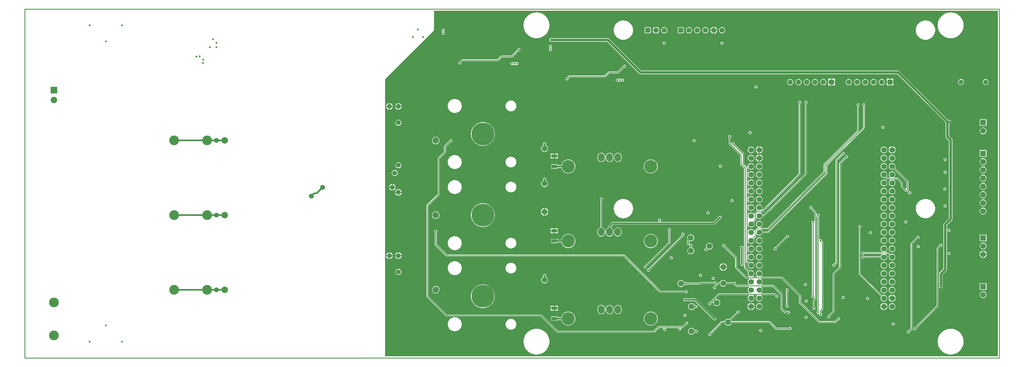
<source format=gbl>
G04 Layer_Physical_Order=4*
G04 Layer_Color=11796480*
%FSLAX43Y43*%
%MOMM*%
G71*
G01*
G75*
%ADD23C,2.000*%
%ADD26R,1.700X1.000*%
%ADD34C,0.250*%
%ADD36C,0.150*%
%ADD37C,0.500*%
%ADD42C,0.254*%
%ADD43O,2.000X2.500*%
%ADD44C,7.000*%
%ADD45C,1.524*%
%ADD46C,3.000*%
%ADD47C,1.600*%
%ADD48R,1.600X1.600*%
%ADD49C,1.500*%
%ADD52C,1.700*%
%ADD53C,1.750*%
%ADD54R,1.750X1.750*%
%ADD55C,4.000*%
%ADD56R,2.000X2.000*%
%ADD57R,1.800X1.800*%
%ADD58C,1.800*%
%ADD59C,0.600*%
%ADD78C,0.750*%
G36*
X299500Y500D02*
X110900D01*
Y85900D01*
X126000Y101000D01*
X126000Y107000D01*
X299500D01*
Y500D01*
D02*
G37*
%LPC*%
G36*
X132350Y37510D02*
X131929Y37469D01*
X131523Y37346D01*
X131150Y37146D01*
X130822Y36878D01*
X130554Y36550D01*
X130354Y36177D01*
X130231Y35771D01*
X130190Y35350D01*
X130231Y34929D01*
X130354Y34523D01*
X130554Y34150D01*
X130822Y33822D01*
X131150Y33554D01*
X131523Y33354D01*
X131929Y33231D01*
X132350Y33190D01*
X132771Y33231D01*
X133177Y33354D01*
X133550Y33554D01*
X133878Y33822D01*
X134146Y34150D01*
X134346Y34523D01*
X134469Y34929D01*
X134510Y35350D01*
X134469Y35771D01*
X134346Y36177D01*
X134146Y36550D01*
X133878Y36878D01*
X133550Y37146D01*
X133177Y37346D01*
X132771Y37469D01*
X132350Y37510D01*
D02*
G37*
G36*
X267000Y34629D02*
X266739Y34594D01*
X266496Y34493D01*
X266287Y34333D01*
X266126Y34124D01*
X266026Y33881D01*
X265991Y33620D01*
X266026Y33359D01*
X266126Y33116D01*
X266287Y32907D01*
X266496Y32746D01*
X266739Y32646D01*
X267000Y32611D01*
X267261Y32646D01*
X267504Y32746D01*
X267713Y32907D01*
X267874Y33116D01*
X267974Y33359D01*
X268009Y33620D01*
X267974Y33881D01*
X267874Y34124D01*
X267713Y34333D01*
X267504Y34493D01*
X267261Y34594D01*
X267000Y34629D01*
D02*
G37*
G36*
X295000Y35494D02*
X294732Y35459D01*
X294483Y35355D01*
X294269Y35191D01*
X294105Y34977D01*
X294001Y34728D01*
X293966Y34460D01*
X294001Y34192D01*
X294105Y33943D01*
X294269Y33729D01*
X294483Y33565D01*
X294732Y33461D01*
X295000Y33426D01*
X295268Y33461D01*
X295517Y33565D01*
X295731Y33729D01*
X295895Y33943D01*
X295999Y34192D01*
X296034Y34460D01*
X295999Y34728D01*
X295895Y34977D01*
X295731Y35191D01*
X295517Y35355D01*
X295268Y35459D01*
X295000Y35494D01*
D02*
G37*
G36*
X210700Y35459D02*
X210426Y35423D01*
X210170Y35317D01*
X209951Y35149D01*
X209783Y34930D01*
X209677Y34674D01*
X209641Y34400D01*
X209677Y34126D01*
X209744Y33965D01*
X209701Y33893D01*
X209625Y33804D01*
X209474Y33774D01*
X209326Y33674D01*
X209226Y33526D01*
X209191Y33350D01*
X209226Y33174D01*
X209326Y33026D01*
X209474Y32926D01*
X209650Y32891D01*
X209826Y32926D01*
X209974Y33026D01*
X210074Y33174D01*
X210104Y33325D01*
X210193Y33401D01*
X210265Y33444D01*
X210426Y33377D01*
X210700Y33341D01*
X210974Y33377D01*
X211230Y33483D01*
X211449Y33651D01*
X211617Y33870D01*
X211723Y34126D01*
X211759Y34400D01*
X211723Y34674D01*
X211617Y34930D01*
X211449Y35149D01*
X211230Y35317D01*
X210974Y35423D01*
X210700Y35459D01*
D02*
G37*
G36*
X295127Y33042D02*
Y32047D01*
X296122D01*
X296100Y32215D01*
X295986Y32489D01*
X295805Y32725D01*
X295569Y32906D01*
X295295Y33020D01*
X295127Y33042D01*
D02*
G37*
G36*
X294873Y33042D02*
X294705Y33020D01*
X294431Y32906D01*
X294195Y32725D01*
X294014Y32489D01*
X293900Y32215D01*
X293878Y32047D01*
X294873D01*
Y33042D01*
D02*
G37*
G36*
X226100Y34629D02*
X225839Y34594D01*
X225596Y34493D01*
X225387Y34333D01*
X225227Y34124D01*
X225126Y33881D01*
X225091Y33620D01*
X225126Y33359D01*
X225227Y33116D01*
X225387Y32907D01*
X225596Y32746D01*
X225839Y32646D01*
X226100Y32611D01*
X226361Y32646D01*
X226604Y32746D01*
X226813Y32907D01*
X226973Y33116D01*
X227074Y33359D01*
X227109Y33620D01*
X227074Y33881D01*
X226973Y34124D01*
X226813Y34333D01*
X226604Y34493D01*
X226361Y34594D01*
X226100Y34629D01*
D02*
G37*
G36*
X264460D02*
X264199Y34594D01*
X263956Y34493D01*
X263747Y34333D01*
X263586Y34124D01*
X263486Y33881D01*
X263451Y33620D01*
X263486Y33359D01*
X263586Y33116D01*
X263747Y32907D01*
X263956Y32746D01*
X264057Y32704D01*
X264023Y32529D01*
X258388D01*
X258324Y32624D01*
X258176Y32724D01*
X258000Y32759D01*
X257824Y32724D01*
X257676Y32624D01*
X257576Y32476D01*
X257541Y32300D01*
X257576Y32124D01*
X257676Y31976D01*
X257824Y31876D01*
X258000Y31841D01*
X258176Y31876D01*
X258324Y31976D01*
X258388Y32071D01*
X263821D01*
X263880Y31896D01*
X263747Y31793D01*
X263586Y31584D01*
X263486Y31341D01*
X263482Y31309D01*
X258408D01*
X258344Y31404D01*
X258196Y31504D01*
X258020Y31539D01*
X257844Y31504D01*
X257696Y31404D01*
X257596Y31256D01*
X257561Y31080D01*
X257596Y30904D01*
X257696Y30756D01*
X257844Y30656D01*
X258020Y30621D01*
X258196Y30656D01*
X258344Y30756D01*
X258408Y30851D01*
X263482D01*
X263486Y30819D01*
X263586Y30576D01*
X263747Y30367D01*
X263956Y30206D01*
X264199Y30106D01*
X264460Y30071D01*
X264721Y30106D01*
X264964Y30206D01*
X265173Y30367D01*
X265333Y30576D01*
X265434Y30819D01*
X265469Y31080D01*
X265434Y31341D01*
X265333Y31584D01*
X265173Y31793D01*
X265040Y31896D01*
X265099Y32071D01*
X265685D01*
X266146Y31610D01*
X266126Y31584D01*
X266026Y31341D01*
X265991Y31080D01*
X266026Y30819D01*
X266126Y30576D01*
X266287Y30367D01*
X266496Y30206D01*
X266739Y30106D01*
X267000Y30071D01*
X267261Y30106D01*
X267504Y30206D01*
X267713Y30367D01*
X267874Y30576D01*
X267974Y30819D01*
X268009Y31080D01*
X267974Y31341D01*
X267874Y31584D01*
X267713Y31793D01*
X267504Y31953D01*
X267261Y32054D01*
X267000Y32089D01*
X266739Y32054D01*
X266496Y31953D01*
X266470Y31934D01*
X265942Y32462D01*
X265868Y32512D01*
X265780Y32529D01*
X264897D01*
X264863Y32704D01*
X264964Y32746D01*
X265173Y32907D01*
X265333Y33116D01*
X265434Y33359D01*
X265469Y33620D01*
X265434Y33881D01*
X265333Y34124D01*
X265173Y34333D01*
X264964Y34493D01*
X264721Y34594D01*
X264460Y34629D01*
D02*
G37*
G36*
Y37169D02*
X264199Y37134D01*
X263956Y37033D01*
X263747Y36873D01*
X263586Y36664D01*
X263486Y36421D01*
X263451Y36160D01*
X263486Y35899D01*
X263586Y35656D01*
X263747Y35447D01*
X263956Y35286D01*
X264199Y35186D01*
X264460Y35151D01*
X264721Y35186D01*
X264964Y35286D01*
X265173Y35447D01*
X265333Y35656D01*
X265434Y35899D01*
X265469Y36160D01*
X265434Y36421D01*
X265333Y36664D01*
X265173Y36873D01*
X264964Y37033D01*
X264721Y37134D01*
X264460Y37169D01*
D02*
G37*
G36*
X226100D02*
X225839Y37134D01*
X225596Y37033D01*
X225387Y36873D01*
X225227Y36664D01*
X225126Y36421D01*
X225091Y36160D01*
X225126Y35899D01*
X225227Y35656D01*
X225387Y35447D01*
X225596Y35286D01*
X225839Y35186D01*
X226100Y35151D01*
X226361Y35186D01*
X226604Y35286D01*
X226813Y35447D01*
X226973Y35656D01*
X227074Y35899D01*
X227109Y36160D01*
X227074Y36421D01*
X226973Y36664D01*
X226813Y36873D01*
X226604Y37033D01*
X226361Y37134D01*
X226100Y37169D01*
D02*
G37*
G36*
X205000Y38059D02*
X204726Y38023D01*
X204470Y37917D01*
X204251Y37749D01*
X204083Y37530D01*
X203977Y37274D01*
X203941Y37000D01*
X203977Y36726D01*
X204080Y36477D01*
X204002Y36398D01*
X203941Y36307D01*
X203920Y36200D01*
Y35654D01*
X203876Y35624D01*
X203776Y35476D01*
X203741Y35300D01*
X203776Y35124D01*
X203876Y34976D01*
X204024Y34876D01*
X204200Y34841D01*
X204376Y34876D01*
X204428Y34911D01*
X204499Y34870D01*
X204570Y34796D01*
X204541Y34650D01*
X204576Y34474D01*
X204676Y34326D01*
X204720Y34296D01*
Y34020D01*
X204470Y33917D01*
X204251Y33749D01*
X204083Y33530D01*
X203977Y33274D01*
X203941Y33000D01*
X203977Y32726D01*
X204083Y32470D01*
X204251Y32251D01*
X204470Y32083D01*
X204726Y31977D01*
X205000Y31941D01*
X205274Y31977D01*
X205530Y32083D01*
X205749Y32251D01*
X205917Y32470D01*
X206023Y32726D01*
X206059Y33000D01*
X206023Y33274D01*
X205917Y33530D01*
X205749Y33749D01*
X205530Y33917D01*
X205280Y34020D01*
Y34296D01*
X205324Y34326D01*
X205424Y34474D01*
X205459Y34650D01*
X205424Y34826D01*
X205324Y34974D01*
X205176Y35074D01*
X205000Y35109D01*
X204824Y35074D01*
X204772Y35039D01*
X204701Y35080D01*
X204630Y35154D01*
X204659Y35300D01*
X204624Y35476D01*
X204524Y35624D01*
X204480Y35654D01*
Y35921D01*
X204626Y36018D01*
X204726Y35977D01*
X205000Y35941D01*
X205274Y35977D01*
X205530Y36083D01*
X205749Y36251D01*
X205917Y36470D01*
X206023Y36726D01*
X206059Y37000D01*
X206023Y37274D01*
X205917Y37530D01*
X205749Y37749D01*
X205530Y37917D01*
X205274Y38023D01*
X205000Y38059D01*
D02*
G37*
G36*
X267000Y37169D02*
X266739Y37134D01*
X266496Y37033D01*
X266287Y36873D01*
X266126Y36664D01*
X266026Y36421D01*
X265991Y36160D01*
X266026Y35899D01*
X266126Y35656D01*
X266287Y35447D01*
X266496Y35286D01*
X266739Y35186D01*
X267000Y35151D01*
X267261Y35186D01*
X267504Y35286D01*
X267713Y35447D01*
X267874Y35656D01*
X267974Y35899D01*
X268009Y36160D01*
X267974Y36421D01*
X267874Y36664D01*
X267713Y36873D01*
X267504Y37033D01*
X267261Y37134D01*
X267000Y37169D01*
D02*
G37*
G36*
X192700Y38160D02*
X192279Y38119D01*
X191873Y37996D01*
X191500Y37796D01*
X191172Y37528D01*
X190904Y37200D01*
X190704Y36827D01*
X190581Y36421D01*
X190540Y36000D01*
X190581Y35579D01*
X190704Y35173D01*
X190904Y34800D01*
X191172Y34472D01*
X191500Y34204D01*
X191873Y34004D01*
X192279Y33881D01*
X192700Y33840D01*
X193121Y33881D01*
X193527Y34004D01*
X193900Y34204D01*
X194228Y34472D01*
X194496Y34800D01*
X194696Y35173D01*
X194819Y35579D01*
X194860Y36000D01*
X194819Y36421D01*
X194696Y36827D01*
X194496Y37200D01*
X194228Y37528D01*
X193900Y37796D01*
X193527Y37996D01*
X193121Y38119D01*
X192700Y38160D01*
D02*
G37*
G36*
X149650Y37008D02*
X149327Y36976D01*
X149016Y36882D01*
X148729Y36729D01*
X148478Y36522D01*
X148271Y36271D01*
X148118Y35984D01*
X148024Y35673D01*
X147992Y35350D01*
X148024Y35027D01*
X148118Y34716D01*
X148271Y34429D01*
X148478Y34178D01*
X148729Y33971D01*
X149016Y33818D01*
X149327Y33724D01*
X149650Y33692D01*
X149973Y33724D01*
X150284Y33818D01*
X150571Y33971D01*
X150822Y34178D01*
X151029Y34429D01*
X151182Y34716D01*
X151276Y35027D01*
X151308Y35350D01*
X151276Y35673D01*
X151182Y35984D01*
X151029Y36271D01*
X150822Y36522D01*
X150571Y36729D01*
X150284Y36882D01*
X149973Y36976D01*
X149650Y37008D01*
D02*
G37*
G36*
X282000Y35159D02*
X281824Y35124D01*
X281676Y35024D01*
X281576Y34876D01*
X281541Y34700D01*
X281552Y34648D01*
X280802Y33898D01*
X280741Y33807D01*
X280720Y33700D01*
Y16116D01*
X274052Y9448D01*
X274000Y9459D01*
X273824Y9424D01*
X273676Y9324D01*
X273576Y9176D01*
X273541Y9000D01*
X273576Y8824D01*
X273676Y8676D01*
X273824Y8576D01*
X274000Y8541D01*
X274176Y8576D01*
X274324Y8676D01*
X274424Y8824D01*
X274459Y9000D01*
X274448Y9052D01*
X281198Y15802D01*
X281259Y15893D01*
X281280Y16000D01*
Y33584D01*
X281948Y34252D01*
X282000Y34241D01*
X282176Y34276D01*
X282324Y34376D01*
X282424Y34524D01*
X282459Y34700D01*
X282424Y34876D01*
X282324Y35024D01*
X282176Y35124D01*
X282000Y35159D01*
D02*
G37*
G36*
X275000Y34759D02*
X274824Y34724D01*
X274676Y34624D01*
X274576Y34476D01*
X274541Y34300D01*
X274576Y34124D01*
X274676Y33976D01*
X274824Y33876D01*
X275000Y33841D01*
X275176Y33876D01*
X275324Y33976D01*
X275424Y34124D01*
X275459Y34300D01*
X275424Y34476D01*
X275324Y34624D01*
X275176Y34724D01*
X275000Y34759D01*
D02*
G37*
G36*
X284500Y32659D02*
X284324Y32624D01*
X284176Y32524D01*
X284076Y32376D01*
X284041Y32200D01*
X284076Y32024D01*
X284176Y31876D01*
X284324Y31776D01*
X284500Y31741D01*
X284676Y31776D01*
X284824Y31876D01*
X284924Y32024D01*
X284959Y32200D01*
X284924Y32376D01*
X284824Y32524D01*
X284676Y32624D01*
X284500Y32659D01*
D02*
G37*
G36*
X199000Y31359D02*
X198824Y31324D01*
X198676Y31224D01*
X198576Y31076D01*
X198541Y30900D01*
X198576Y30724D01*
X198676Y30576D01*
X198824Y30476D01*
X199000Y30441D01*
X199176Y30476D01*
X199324Y30576D01*
X199424Y30724D01*
X199459Y30900D01*
X199424Y31076D01*
X199324Y31224D01*
X199176Y31324D01*
X199000Y31359D01*
D02*
G37*
G36*
X226100Y32089D02*
X225839Y32054D01*
X225596Y31953D01*
X225387Y31793D01*
X225227Y31584D01*
X225126Y31341D01*
X225091Y31080D01*
X225126Y30819D01*
X225227Y30576D01*
X225387Y30367D01*
X225596Y30206D01*
X225839Y30106D01*
X226100Y30071D01*
X226361Y30106D01*
X226604Y30206D01*
X226813Y30367D01*
X226973Y30576D01*
X227074Y30819D01*
X227109Y31080D01*
X227074Y31341D01*
X226973Y31584D01*
X226813Y31793D01*
X226604Y31953D01*
X226361Y32054D01*
X226100Y32089D01*
D02*
G37*
G36*
X116008Y31373D02*
X115127D01*
Y30492D01*
X115265Y30510D01*
X115512Y30613D01*
X115725Y30775D01*
X115887Y30988D01*
X115990Y31235D01*
X116008Y31373D01*
D02*
G37*
G36*
X112123D02*
X111242D01*
X111260Y31235D01*
X111363Y30988D01*
X111525Y30775D01*
X111738Y30613D01*
X111985Y30510D01*
X112123Y30492D01*
Y31373D01*
D02*
G37*
G36*
X215127Y29147D02*
Y28127D01*
X216147D01*
X216124Y28301D01*
X216008Y28582D01*
X215823Y28823D01*
X215582Y29008D01*
X215301Y29124D01*
X215127Y29147D01*
D02*
G37*
G36*
X214873Y29147D02*
X214699Y29124D01*
X214418Y29008D01*
X214177Y28823D01*
X213992Y28582D01*
X213876Y28301D01*
X213853Y28127D01*
X214873D01*
Y29147D01*
D02*
G37*
G36*
X198400Y39959D02*
X198224Y39924D01*
X198076Y39824D01*
X197976Y39676D01*
X197941Y39500D01*
X197976Y39324D01*
X198076Y39176D01*
X198120Y39146D01*
Y35516D01*
X191052Y28448D01*
X191000Y28459D01*
X190824Y28424D01*
X190676Y28324D01*
X190576Y28176D01*
X190541Y28000D01*
X190576Y27824D01*
X190676Y27676D01*
X190824Y27576D01*
X191000Y27541D01*
X191176Y27576D01*
X191324Y27676D01*
X191424Y27824D01*
X191459Y28000D01*
X191448Y28052D01*
X198598Y35202D01*
X198659Y35293D01*
X198680Y35400D01*
Y39146D01*
X198724Y39176D01*
X198824Y39324D01*
X198859Y39500D01*
X198824Y39676D01*
X198724Y39824D01*
X198576Y39924D01*
X198400Y39959D01*
D02*
G37*
G36*
X220730Y34489D02*
X220554Y34454D01*
X220406Y34354D01*
X220306Y34206D01*
X220271Y34030D01*
X220306Y33854D01*
X220322Y33830D01*
Y28970D01*
X220306Y28946D01*
X220271Y28770D01*
X220306Y28594D01*
X220406Y28446D01*
X220554Y28346D01*
X220730Y28311D01*
X220906Y28346D01*
X221054Y28446D01*
X221154Y28594D01*
X221189Y28770D01*
X221154Y28946D01*
X221138Y28970D01*
Y33830D01*
X221154Y33854D01*
X221189Y34030D01*
X221154Y34206D01*
X221054Y34354D01*
X220906Y34454D01*
X220730Y34489D01*
D02*
G37*
G36*
X114873Y32508D02*
X114735Y32490D01*
X114488Y32387D01*
X114275Y32225D01*
X114113Y32012D01*
X114010Y31765D01*
X113992Y31627D01*
X114873D01*
Y32508D01*
D02*
G37*
G36*
X112123Y32508D02*
X111985Y32490D01*
X111738Y32387D01*
X111525Y32225D01*
X111363Y32012D01*
X111260Y31765D01*
X111242Y31627D01*
X112123D01*
Y32508D01*
D02*
G37*
G36*
X112377Y32508D02*
Y31627D01*
X113258D01*
X113240Y31765D01*
X113137Y32012D01*
X112975Y32225D01*
X112762Y32387D01*
X112515Y32490D01*
X112377Y32508D01*
D02*
G37*
G36*
X115127Y32508D02*
Y31627D01*
X116008D01*
X115990Y31765D01*
X115887Y32012D01*
X115725Y32225D01*
X115512Y32387D01*
X115265Y32490D01*
X115127Y32508D01*
D02*
G37*
G36*
X113258Y31373D02*
X112377D01*
Y30492D01*
X112515Y30510D01*
X112762Y30613D01*
X112975Y30775D01*
X113137Y30988D01*
X113240Y31235D01*
X113258Y31373D01*
D02*
G37*
G36*
X114873D02*
X113992D01*
X114010Y31235D01*
X114113Y30988D01*
X114275Y30775D01*
X114488Y30613D01*
X114735Y30510D01*
X114873Y30492D01*
Y31373D01*
D02*
G37*
G36*
X296122Y31793D02*
X295127D01*
Y30798D01*
X295295Y30820D01*
X295569Y30934D01*
X295805Y31115D01*
X295986Y31351D01*
X296100Y31625D01*
X296122Y31793D01*
D02*
G37*
G36*
X294873D02*
X293878D01*
X293900Y31625D01*
X294014Y31351D01*
X294195Y31115D01*
X294431Y30934D01*
X294705Y30820D01*
X294873Y30798D01*
Y31793D01*
D02*
G37*
G36*
X296025Y38025D02*
X293975D01*
Y35975D01*
X296025D01*
Y38025D01*
D02*
G37*
G36*
X277250Y48986D02*
X276783Y48949D01*
X276327Y48840D01*
X275894Y48661D01*
X275495Y48416D01*
X275138Y48112D01*
X274834Y47755D01*
X274589Y47356D01*
X274410Y46923D01*
X274301Y46467D01*
X274264Y46000D01*
X274301Y45533D01*
X274410Y45077D01*
X274589Y44644D01*
X274834Y44245D01*
X275138Y43888D01*
X275495Y43584D01*
X275894Y43339D01*
X276327Y43160D01*
X276783Y43051D01*
X277250Y43014D01*
X277717Y43051D01*
X278173Y43160D01*
X278606Y43339D01*
X279005Y43584D01*
X279362Y43888D01*
X279666Y44245D01*
X279911Y44644D01*
X280090Y45077D01*
X280199Y45533D01*
X280236Y46000D01*
X280199Y46467D01*
X280090Y46923D01*
X279911Y47356D01*
X279666Y47755D01*
X279362Y48112D01*
X279005Y48416D01*
X278606Y48661D01*
X278173Y48840D01*
X277717Y48949D01*
X277250Y48986D01*
D02*
G37*
G36*
X184250D02*
X183783Y48949D01*
X183327Y48840D01*
X182894Y48661D01*
X182495Y48416D01*
X182138Y48112D01*
X181834Y47755D01*
X181589Y47356D01*
X181410Y46923D01*
X181301Y46467D01*
X181264Y46000D01*
X181301Y45533D01*
X181410Y45077D01*
X181589Y44644D01*
X181834Y44245D01*
X182138Y43888D01*
X182495Y43584D01*
X182894Y43339D01*
X183327Y43160D01*
X183783Y43051D01*
X184250Y43014D01*
X184717Y43051D01*
X185173Y43160D01*
X185606Y43339D01*
X186005Y43584D01*
X186362Y43888D01*
X186666Y44245D01*
X186911Y44644D01*
X187090Y45077D01*
X187199Y45533D01*
X187236Y46000D01*
X187199Y46467D01*
X187090Y46923D01*
X186911Y47356D01*
X186666Y47755D01*
X186362Y48112D01*
X186005Y48416D01*
X185606Y48661D01*
X185173Y48840D01*
X184717Y48949D01*
X184250Y48986D01*
D02*
G37*
G36*
X161147Y44873D02*
X160127D01*
Y43853D01*
X160301Y43876D01*
X160582Y43992D01*
X160823Y44177D01*
X161008Y44418D01*
X161124Y44699D01*
X161147Y44873D01*
D02*
G37*
G36*
X159873D02*
X158853D01*
X158876Y44699D01*
X158992Y44418D01*
X159177Y44177D01*
X159418Y43992D01*
X159699Y43876D01*
X159873Y43853D01*
Y44873D01*
D02*
G37*
G36*
X264460Y44789D02*
X264199Y44754D01*
X263956Y44653D01*
X263747Y44493D01*
X263586Y44284D01*
X263486Y44041D01*
X263451Y43780D01*
X263486Y43519D01*
X263586Y43276D01*
X263747Y43067D01*
X263956Y42907D01*
X264199Y42806D01*
X264460Y42771D01*
X264721Y42806D01*
X264964Y42907D01*
X265173Y43067D01*
X265333Y43276D01*
X265434Y43519D01*
X265469Y43780D01*
X265434Y44041D01*
X265333Y44284D01*
X265173Y44493D01*
X264964Y44653D01*
X264721Y44754D01*
X264460Y44789D01*
D02*
G37*
G36*
X214000Y43759D02*
X213824Y43724D01*
X213676Y43624D01*
X213576Y43476D01*
X213570Y43447D01*
X212031Y41908D01*
X195669D01*
X195584Y42070D01*
X195586Y42083D01*
X195724Y42176D01*
X195824Y42324D01*
X195859Y42500D01*
X195824Y42676D01*
X195724Y42824D01*
X195576Y42924D01*
X195400Y42959D01*
X195224Y42924D01*
X195076Y42824D01*
X194976Y42676D01*
X194941Y42500D01*
X194976Y42324D01*
X195076Y42176D01*
X195214Y42083D01*
X195216Y42070D01*
X195131Y41908D01*
X181000D01*
X181000Y41908D01*
X180844Y41877D01*
X180712Y41788D01*
X179712Y40788D01*
X179623Y40656D01*
X179592Y40500D01*
X179592Y40500D01*
Y40126D01*
X179420Y40055D01*
X179180Y39870D01*
X178995Y39630D01*
X178880Y39350D01*
X178840Y39050D01*
Y38550D01*
X178880Y38250D01*
X178995Y37970D01*
X179180Y37730D01*
X179420Y37545D01*
X179700Y37430D01*
X180000Y37390D01*
X180300Y37430D01*
X180580Y37545D01*
X180820Y37730D01*
X181005Y37970D01*
X181120Y38250D01*
X181160Y38550D01*
Y39050D01*
X181120Y39350D01*
X181005Y39630D01*
X180820Y39870D01*
X180580Y40055D01*
X180408Y40126D01*
Y40331D01*
X181169Y41092D01*
X212200D01*
X212200Y41092D01*
X212356Y41123D01*
X212488Y41212D01*
X214147Y42870D01*
X214176Y42876D01*
X214324Y42976D01*
X214424Y43124D01*
X214459Y43300D01*
X214424Y43476D01*
X214324Y43624D01*
X214176Y43724D01*
X214000Y43759D01*
D02*
G37*
G36*
X126500Y45160D02*
X126200Y45120D01*
X125920Y45005D01*
X125680Y44820D01*
X125495Y44580D01*
X125380Y44300D01*
X125340Y44000D01*
X125380Y43700D01*
X125495Y43420D01*
X125680Y43180D01*
X125920Y42995D01*
X126200Y42880D01*
X126500Y42840D01*
X126800Y42880D01*
X127080Y42995D01*
X127320Y43180D01*
X127505Y43420D01*
X127620Y43700D01*
X127660Y44000D01*
X127620Y44300D01*
X127505Y44580D01*
X127320Y44820D01*
X127080Y45005D01*
X126800Y45120D01*
X126500Y45160D01*
D02*
G37*
G36*
X267000Y44789D02*
X266739Y44754D01*
X266496Y44653D01*
X266287Y44493D01*
X266126Y44284D01*
X266026Y44041D01*
X265991Y43780D01*
X266026Y43519D01*
X266126Y43276D01*
X266287Y43067D01*
X266496Y42907D01*
X266739Y42806D01*
X267000Y42771D01*
X267261Y42806D01*
X267504Y42907D01*
X267713Y43067D01*
X267874Y43276D01*
X267974Y43519D01*
X268009Y43780D01*
X267974Y44041D01*
X267874Y44284D01*
X267713Y44493D01*
X267504Y44653D01*
X267261Y44754D01*
X267000Y44789D01*
D02*
G37*
G36*
X264460Y47329D02*
X264199Y47294D01*
X263956Y47193D01*
X263747Y47033D01*
X263586Y46824D01*
X263486Y46581D01*
X263451Y46320D01*
X263486Y46059D01*
X263586Y45816D01*
X263747Y45607D01*
X263956Y45446D01*
X264199Y45346D01*
X264460Y45311D01*
X264721Y45346D01*
X264964Y45446D01*
X265173Y45607D01*
X265333Y45816D01*
X265434Y46059D01*
X265469Y46320D01*
X265434Y46581D01*
X265333Y46824D01*
X265173Y47033D01*
X264964Y47193D01*
X264721Y47294D01*
X264460Y47329D01*
D02*
G37*
G36*
X160127Y46147D02*
Y45127D01*
X161147D01*
X161124Y45301D01*
X161008Y45582D01*
X160823Y45823D01*
X160582Y46008D01*
X160301Y46124D01*
X160127Y46147D01*
D02*
G37*
G36*
X283300Y47259D02*
X283124Y47224D01*
X282976Y47124D01*
X282876Y46976D01*
X282841Y46800D01*
X282876Y46624D01*
X282976Y46476D01*
X283124Y46376D01*
X283300Y46341D01*
X283476Y46376D01*
X283624Y46476D01*
X283724Y46624D01*
X283759Y46800D01*
X283724Y46976D01*
X283624Y47124D01*
X283476Y47224D01*
X283300Y47259D01*
D02*
G37*
G36*
X267000Y47329D02*
X266739Y47294D01*
X266496Y47193D01*
X266287Y47033D01*
X266126Y46824D01*
X266026Y46581D01*
X265991Y46320D01*
X266026Y46059D01*
X266126Y45816D01*
X266287Y45607D01*
X266496Y45446D01*
X266739Y45346D01*
X267000Y45311D01*
X267261Y45346D01*
X267504Y45446D01*
X267713Y45607D01*
X267874Y45816D01*
X267974Y46059D01*
X268009Y46320D01*
X267974Y46581D01*
X267874Y46824D01*
X267713Y47033D01*
X267504Y47193D01*
X267261Y47294D01*
X267000Y47329D01*
D02*
G37*
G36*
X295000Y46279D02*
X294726Y46243D01*
X294470Y46137D01*
X294251Y45969D01*
X294083Y45750D01*
X293977Y45494D01*
X293941Y45220D01*
X293977Y44946D01*
X294083Y44690D01*
X294251Y44471D01*
X294470Y44303D01*
X294726Y44197D01*
X295000Y44161D01*
X295274Y44197D01*
X295530Y44303D01*
X295749Y44471D01*
X295917Y44690D01*
X296023Y44946D01*
X296059Y45220D01*
X296023Y45494D01*
X295917Y45750D01*
X295749Y45969D01*
X295530Y46137D01*
X295274Y46243D01*
X295000Y46279D01*
D02*
G37*
G36*
X240450Y79209D02*
X240274Y79174D01*
X240126Y79074D01*
X240026Y78926D01*
X239991Y78750D01*
X240026Y78574D01*
X240126Y78426D01*
X240170Y78396D01*
Y56866D01*
X227364Y44060D01*
X227066D01*
X226973Y44284D01*
X226813Y44493D01*
X226616Y44645D01*
X226615Y44663D01*
X226712Y44820D01*
X227000D01*
X227107Y44841D01*
X227198Y44902D01*
X238748Y56452D01*
X238809Y56543D01*
X238830Y56650D01*
Y78396D01*
X238874Y78426D01*
X238974Y78574D01*
X239009Y78750D01*
X238974Y78926D01*
X238874Y79074D01*
X238726Y79174D01*
X238550Y79209D01*
X238374Y79174D01*
X238226Y79074D01*
X238126Y78926D01*
X238091Y78750D01*
X238126Y78574D01*
X238226Y78426D01*
X238270Y78396D01*
Y56766D01*
X226963Y45460D01*
X226921Y45470D01*
X226900Y45497D01*
X226857Y45664D01*
X226973Y45816D01*
X227074Y46059D01*
X227109Y46320D01*
X227074Y46581D01*
X226973Y46824D01*
X226813Y47033D01*
X226604Y47193D01*
X226361Y47294D01*
X226100Y47329D01*
X225839Y47294D01*
X225596Y47193D01*
X225387Y47033D01*
X225227Y46824D01*
X225126Y46581D01*
X225091Y46320D01*
X225126Y46059D01*
X225227Y45816D01*
X225387Y45607D01*
X225454Y45555D01*
X225404Y45392D01*
X225396Y45380D01*
X225293Y45359D01*
X225202Y45298D01*
X224602Y44698D01*
X224541Y44607D01*
X224520Y44500D01*
Y44460D01*
X224345Y44400D01*
X224273Y44493D01*
X224064Y44653D01*
X223821Y44754D01*
X223560Y44789D01*
X223299Y44754D01*
X223056Y44653D01*
X222847Y44493D01*
X222755Y44374D01*
X222580Y44433D01*
Y45667D01*
X222755Y45726D01*
X222847Y45607D01*
X223056Y45446D01*
X223299Y45346D01*
X223560Y45311D01*
X223821Y45346D01*
X224064Y45446D01*
X224273Y45607D01*
X224433Y45816D01*
X224534Y46059D01*
X224569Y46320D01*
X224534Y46581D01*
X224433Y46824D01*
X224273Y47033D01*
X224064Y47193D01*
X223821Y47294D01*
X223560Y47329D01*
X223299Y47294D01*
X223056Y47193D01*
X222847Y47033D01*
X222755Y46914D01*
X222580Y46973D01*
Y48207D01*
X222755Y48266D01*
X222847Y48147D01*
X223056Y47986D01*
X223299Y47886D01*
X223560Y47851D01*
X223821Y47886D01*
X224064Y47986D01*
X224273Y48147D01*
X224433Y48356D01*
X224534Y48599D01*
X224569Y48860D01*
X224534Y49121D01*
X224433Y49364D01*
X224273Y49573D01*
X224064Y49733D01*
X223821Y49834D01*
X223560Y49869D01*
X223299Y49834D01*
X223056Y49733D01*
X222847Y49573D01*
X222755Y49454D01*
X222580Y49513D01*
Y50747D01*
X222755Y50806D01*
X222847Y50687D01*
X223056Y50527D01*
X223299Y50426D01*
X223560Y50391D01*
X223821Y50426D01*
X224064Y50527D01*
X224273Y50687D01*
X224433Y50896D01*
X224534Y51139D01*
X224569Y51400D01*
X224534Y51661D01*
X224433Y51904D01*
X224273Y52113D01*
X224064Y52273D01*
X223821Y52374D01*
X223560Y52409D01*
X223299Y52374D01*
X223056Y52273D01*
X222847Y52113D01*
X222755Y51994D01*
X222580Y52053D01*
Y53287D01*
X222755Y53346D01*
X222847Y53227D01*
X223056Y53067D01*
X223299Y52966D01*
X223560Y52931D01*
X223821Y52966D01*
X224064Y53067D01*
X224273Y53227D01*
X224433Y53436D01*
X224534Y53679D01*
X224569Y53940D01*
X224534Y54201D01*
X224433Y54444D01*
X224273Y54653D01*
X224064Y54813D01*
X223821Y54914D01*
X223560Y54949D01*
X223299Y54914D01*
X223056Y54813D01*
X222847Y54653D01*
X222755Y54534D01*
X222580Y54593D01*
Y55827D01*
X222755Y55886D01*
X222847Y55767D01*
X223056Y55606D01*
X223299Y55506D01*
X223560Y55471D01*
X223821Y55506D01*
X224064Y55606D01*
X224273Y55767D01*
X224433Y55976D01*
X224534Y56219D01*
X224569Y56480D01*
X224534Y56741D01*
X224433Y56984D01*
X224273Y57193D01*
X224064Y57353D01*
X223821Y57454D01*
X223560Y57489D01*
X223299Y57454D01*
X223056Y57353D01*
X222847Y57193D01*
X222755Y57074D01*
X222580Y57133D01*
Y58367D01*
X222755Y58426D01*
X222847Y58307D01*
X223056Y58146D01*
X223299Y58046D01*
X223560Y58011D01*
X223821Y58046D01*
X224064Y58146D01*
X224273Y58307D01*
X224433Y58516D01*
X224534Y58759D01*
X224569Y59020D01*
X224534Y59281D01*
X224433Y59524D01*
X224273Y59733D01*
X224064Y59893D01*
X223821Y59994D01*
X223560Y60029D01*
X223299Y59994D01*
X223056Y59893D01*
X222847Y59733D01*
X222686Y59524D01*
X222586Y59281D01*
X222571Y59173D01*
X222387Y59110D01*
X221380Y60116D01*
Y62900D01*
X221359Y63007D01*
X221298Y63098D01*
X218448Y65948D01*
X218459Y66000D01*
X218424Y66176D01*
X218324Y66324D01*
X218176Y66424D01*
X218000Y66459D01*
X217824Y66424D01*
X217676Y66324D01*
X217576Y66176D01*
X217566Y66122D01*
X217398Y66065D01*
X217280Y66160D01*
Y67846D01*
X217324Y67876D01*
X217424Y68024D01*
X217459Y68200D01*
X217424Y68376D01*
X217324Y68524D01*
X217176Y68624D01*
X217000Y68659D01*
X216824Y68624D01*
X216676Y68524D01*
X216576Y68376D01*
X216541Y68200D01*
X216576Y68024D01*
X216676Y67876D01*
X216720Y67846D01*
Y66000D01*
X216741Y65893D01*
X216802Y65802D01*
X220220Y62384D01*
Y59800D01*
X220241Y59693D01*
X220302Y59602D01*
X221420Y58484D01*
Y27860D01*
X221441Y27753D01*
X221502Y27662D01*
X222678Y26485D01*
X222586Y26261D01*
X222551Y26000D01*
X222586Y25739D01*
X222686Y25496D01*
X222847Y25287D01*
X223018Y25155D01*
X222979Y24990D01*
X222973Y24980D01*
X222216D01*
X219280Y27916D01*
Y30800D01*
X219259Y30907D01*
X219198Y30998D01*
X215598Y34598D01*
X215609Y34650D01*
X215574Y34826D01*
X215474Y34974D01*
X215326Y35074D01*
X215150Y35109D01*
X214974Y35074D01*
X214826Y34974D01*
X214726Y34826D01*
X214691Y34650D01*
X214726Y34474D01*
X214826Y34326D01*
X214974Y34226D01*
X215150Y34191D01*
X215202Y34202D01*
X218720Y30684D01*
Y27800D01*
X218741Y27693D01*
X218802Y27602D01*
X221902Y24502D01*
X221993Y24441D01*
X222100Y24420D01*
X222880D01*
X222940Y24245D01*
X222847Y24173D01*
X222686Y23964D01*
X222586Y23721D01*
X222551Y23460D01*
X222586Y23199D01*
X222686Y22956D01*
X222847Y22747D01*
X222966Y22655D01*
X222907Y22480D01*
X219316D01*
X218848Y22948D01*
X218859Y23000D01*
X218824Y23176D01*
X218724Y23324D01*
X218576Y23424D01*
X218400Y23459D01*
X218224Y23424D01*
X218076Y23324D01*
X218046Y23280D01*
X216020D01*
X215917Y23530D01*
X215749Y23749D01*
X215530Y23917D01*
X215274Y24023D01*
X215000Y24059D01*
X214726Y24023D01*
X214470Y23917D01*
X214251Y23749D01*
X214083Y23530D01*
X213980Y23280D01*
X213665D01*
X213558Y23259D01*
X213467Y23198D01*
X212352Y22083D01*
X212300Y22094D01*
X212124Y22059D01*
X211976Y21959D01*
X211876Y21811D01*
X211841Y21635D01*
X211876Y21459D01*
X211976Y21311D01*
X212124Y21211D01*
X212300Y21176D01*
X212476Y21211D01*
X212624Y21311D01*
X212724Y21459D01*
X212759Y21635D01*
X212748Y21687D01*
X213781Y22720D01*
X213980D01*
X214083Y22470D01*
X214251Y22251D01*
X214470Y22083D01*
X214726Y21977D01*
X215000Y21941D01*
X215274Y21977D01*
X215530Y22083D01*
X215749Y22251D01*
X215917Y22470D01*
X216020Y22720D01*
X218046D01*
X218076Y22676D01*
X218224Y22576D01*
X218400Y22541D01*
X218452Y22552D01*
X219002Y22002D01*
X219093Y21941D01*
X219200Y21920D01*
X222933D01*
X222992Y21745D01*
X222847Y21633D01*
X222686Y21424D01*
X222586Y21181D01*
X222551Y20920D01*
X222586Y20659D01*
X222686Y20416D01*
X222847Y20207D01*
X223044Y20055D01*
X223045Y20037D01*
X222948Y19880D01*
X213750D01*
X213643Y19859D01*
X213552Y19798D01*
X211902Y18148D01*
X210877Y17123D01*
X210825Y17134D01*
X210649Y17099D01*
X210501Y16999D01*
X210401Y16851D01*
X210366Y16675D01*
X210401Y16499D01*
X210501Y16351D01*
X210649Y16251D01*
X210825Y16216D01*
X211001Y16251D01*
X211149Y16351D01*
X211249Y16499D01*
X211284Y16675D01*
X211273Y16727D01*
X211797Y17251D01*
X211963Y17169D01*
X211941Y17000D01*
X211977Y16726D01*
X212083Y16470D01*
X212251Y16251D01*
X212470Y16083D01*
X212726Y15977D01*
X213000Y15941D01*
X213274Y15977D01*
X213530Y16083D01*
X213749Y16251D01*
X213917Y16470D01*
X214023Y16726D01*
X214059Y17000D01*
X214023Y17274D01*
X213917Y17530D01*
X213749Y17749D01*
X213530Y17917D01*
X213274Y18023D01*
X213000Y18059D01*
X212831Y18037D01*
X212749Y18203D01*
X213866Y19320D01*
X222854D01*
X222914Y19145D01*
X222847Y19093D01*
X222686Y18884D01*
X222586Y18641D01*
X222551Y18380D01*
X222586Y18119D01*
X222686Y17876D01*
X222847Y17667D01*
X223056Y17507D01*
X223299Y17406D01*
X223560Y17371D01*
X223821Y17406D01*
X224064Y17507D01*
X224273Y17667D01*
X224433Y17876D01*
X224534Y18119D01*
X224569Y18380D01*
X224534Y18641D01*
X224433Y18884D01*
X224273Y19093D01*
X224206Y19145D01*
X224266Y19320D01*
X225394D01*
X225454Y19145D01*
X225387Y19093D01*
X225227Y18884D01*
X225126Y18641D01*
X225091Y18380D01*
X225126Y18119D01*
X225227Y17876D01*
X225387Y17667D01*
X225596Y17507D01*
X225839Y17406D01*
X226100Y17371D01*
X226361Y17406D01*
X226604Y17507D01*
X226813Y17667D01*
X226973Y17876D01*
X227074Y18119D01*
X227109Y18380D01*
X227074Y18641D01*
X226973Y18884D01*
X226813Y19093D01*
X226746Y19145D01*
X226806Y19320D01*
X230784D01*
X231052Y19052D01*
X231041Y19000D01*
X231076Y18824D01*
X231176Y18676D01*
X231324Y18576D01*
X231500Y18541D01*
X231676Y18576D01*
X231824Y18676D01*
X231924Y18824D01*
X231959Y19000D01*
X231924Y19176D01*
X231824Y19324D01*
X231676Y19424D01*
X231500Y19459D01*
X231448Y19448D01*
X231098Y19798D01*
X231007Y19859D01*
X230900Y19880D01*
X226712D01*
X226615Y20037D01*
X226616Y20055D01*
X226813Y20207D01*
X226973Y20416D01*
X227074Y20659D01*
X227109Y20920D01*
X227074Y21181D01*
X226973Y21424D01*
X226813Y21633D01*
X226668Y21745D01*
X226727Y21920D01*
X230284D01*
X232720Y19484D01*
Y15100D01*
X232741Y14993D01*
X232802Y14902D01*
X233852Y13852D01*
X233943Y13791D01*
X234050Y13770D01*
X234696D01*
X234726Y13726D01*
X234874Y13626D01*
X235050Y13591D01*
X235226Y13626D01*
X235374Y13726D01*
X235474Y13874D01*
X235509Y14050D01*
X235474Y14226D01*
X235374Y14374D01*
X235226Y14474D01*
X235050Y14509D01*
X234874Y14474D01*
X234726Y14374D01*
X234696Y14330D01*
X234166D01*
X233280Y15216D01*
Y19600D01*
X233259Y19707D01*
X233198Y19798D01*
X230598Y22398D01*
X230507Y22459D01*
X230400Y22480D01*
X226753D01*
X226694Y22655D01*
X226813Y22747D01*
X226973Y22956D01*
X227074Y23199D01*
X227109Y23460D01*
X227074Y23721D01*
X226973Y23964D01*
X226813Y24173D01*
X226720Y24245D01*
X226780Y24420D01*
X232984D01*
X238320Y19084D01*
Y17000D01*
X238341Y16893D01*
X238402Y16802D01*
X244402Y10802D01*
X244493Y10741D01*
X244600Y10720D01*
X249500D01*
X249607Y10741D01*
X249698Y10802D01*
X250498Y11602D01*
X250550Y11591D01*
X250726Y11626D01*
X250874Y11726D01*
X250974Y11874D01*
X251009Y12050D01*
X250974Y12226D01*
X250874Y12374D01*
X250726Y12474D01*
X250550Y12509D01*
X250374Y12474D01*
X250226Y12374D01*
X250126Y12226D01*
X250091Y12050D01*
X250102Y11998D01*
X249384Y11280D01*
X244716D01*
X238880Y17116D01*
Y19200D01*
X238859Y19307D01*
X238798Y19398D01*
X233298Y24898D01*
X233207Y24959D01*
X233100Y24980D01*
X226687D01*
X226681Y24990D01*
X226642Y25155D01*
X226813Y25287D01*
X226973Y25496D01*
X227074Y25739D01*
X227109Y26000D01*
X227074Y26261D01*
X226973Y26504D01*
X226813Y26713D01*
X226604Y26873D01*
X226361Y26974D01*
X226100Y27009D01*
X225839Y26974D01*
X225596Y26873D01*
X225387Y26713D01*
X225227Y26504D01*
X225126Y26261D01*
X225091Y26000D01*
X225126Y25739D01*
X225227Y25496D01*
X225387Y25287D01*
X225558Y25155D01*
X225519Y24990D01*
X225513Y24980D01*
X224147D01*
X224141Y24990D01*
X224102Y25155D01*
X224273Y25287D01*
X224433Y25496D01*
X224534Y25739D01*
X224569Y26000D01*
X224534Y26261D01*
X224433Y26504D01*
X224273Y26713D01*
X224064Y26873D01*
X223821Y26974D01*
X223560Y27009D01*
X223299Y26974D01*
X223075Y26882D01*
X221980Y27976D01*
Y29476D01*
X222155Y29548D01*
X222678Y29025D01*
X222586Y28801D01*
X222551Y28540D01*
X222586Y28279D01*
X222686Y28036D01*
X222847Y27827D01*
X223056Y27667D01*
X223299Y27566D01*
X223560Y27531D01*
X223821Y27566D01*
X224064Y27667D01*
X224273Y27827D01*
X224433Y28036D01*
X224534Y28279D01*
X224569Y28540D01*
X224534Y28801D01*
X224433Y29044D01*
X224273Y29253D01*
X224064Y29413D01*
X223821Y29514D01*
X223560Y29549D01*
X223299Y29514D01*
X223075Y29421D01*
X222580Y29916D01*
Y30427D01*
X222755Y30486D01*
X222847Y30367D01*
X223056Y30206D01*
X223299Y30106D01*
X223560Y30071D01*
X223821Y30106D01*
X224064Y30206D01*
X224273Y30367D01*
X224433Y30576D01*
X224534Y30819D01*
X224569Y31080D01*
X224534Y31341D01*
X224433Y31584D01*
X224273Y31793D01*
X224064Y31953D01*
X223821Y32054D01*
X223560Y32089D01*
X223299Y32054D01*
X223056Y31953D01*
X222847Y31793D01*
X222755Y31674D01*
X222580Y31733D01*
Y32967D01*
X222755Y33026D01*
X222847Y32907D01*
X223056Y32746D01*
X223299Y32646D01*
X223560Y32611D01*
X223821Y32646D01*
X224064Y32746D01*
X224273Y32907D01*
X224433Y33116D01*
X224534Y33359D01*
X224569Y33620D01*
X224534Y33881D01*
X224433Y34124D01*
X224273Y34333D01*
X224064Y34493D01*
X223821Y34594D01*
X223560Y34629D01*
X223299Y34594D01*
X223056Y34493D01*
X222847Y34333D01*
X222755Y34214D01*
X222580Y34273D01*
Y35507D01*
X222755Y35566D01*
X222847Y35447D01*
X223056Y35286D01*
X223299Y35186D01*
X223560Y35151D01*
X223821Y35186D01*
X224064Y35286D01*
X224273Y35447D01*
X224433Y35656D01*
X224534Y35899D01*
X224569Y36160D01*
X224534Y36421D01*
X224433Y36664D01*
X224414Y36690D01*
X224962Y37238D01*
X224962Y37238D01*
X225012Y37312D01*
X225029Y37400D01*
X225029Y37400D01*
Y38214D01*
X225204Y38249D01*
X225227Y38196D01*
X225387Y37987D01*
X225596Y37826D01*
X225839Y37726D01*
X226100Y37691D01*
X226361Y37726D01*
X226604Y37826D01*
X226813Y37987D01*
X226973Y38196D01*
X227074Y38439D01*
X227078Y38471D01*
X228600D01*
X228688Y38488D01*
X228762Y38538D01*
X246962Y56738D01*
X247012Y56812D01*
X247029Y56900D01*
Y59305D01*
X248362Y60638D01*
X258462Y70738D01*
X258512Y70812D01*
X258530Y70900D01*
Y77612D01*
X258625Y77675D01*
X258724Y77824D01*
X258759Y78000D01*
X258724Y78176D01*
X258625Y78324D01*
X258476Y78424D01*
X258300Y78459D01*
X258125Y78424D01*
X257976Y78324D01*
X257876Y78176D01*
X257841Y78000D01*
X257876Y77824D01*
X257976Y77675D01*
X258071Y77612D01*
Y70995D01*
X248038Y60962D01*
X246638Y59562D01*
X246588Y59488D01*
X246571Y59400D01*
Y56995D01*
X228505Y38929D01*
X227078D01*
X227074Y38961D01*
X226973Y39204D01*
X226813Y39413D01*
X226706Y39496D01*
X226765Y39671D01*
X228600D01*
X228688Y39688D01*
X228762Y39738D01*
X246262Y57238D01*
X246312Y57312D01*
X246329Y57400D01*
X246329Y57400D01*
Y59605D01*
X256662Y69938D01*
X256712Y70012D01*
X256730Y70100D01*
Y77612D01*
X256825Y77675D01*
X256924Y77824D01*
X256959Y78000D01*
X256924Y78176D01*
X256825Y78324D01*
X256676Y78424D01*
X256500Y78459D01*
X256325Y78424D01*
X256176Y78324D01*
X256076Y78176D01*
X256041Y78000D01*
X256076Y77824D01*
X256176Y77675D01*
X256271Y77612D01*
Y70195D01*
X245938Y59862D01*
X245888Y59788D01*
X245871Y59700D01*
Y57495D01*
X228505Y40129D01*
X226489D01*
X226454Y40304D01*
X226604Y40367D01*
X226813Y40527D01*
X226973Y40736D01*
X227074Y40979D01*
X227109Y41240D01*
X227074Y41501D01*
X226973Y41744D01*
X226813Y41953D01*
X226604Y42113D01*
X226361Y42214D01*
X226100Y42249D01*
X225839Y42214D01*
X225596Y42113D01*
X225387Y41953D01*
X225227Y41744D01*
X225126Y41501D01*
X225091Y41240D01*
X225126Y40979D01*
X225227Y40736D01*
X225387Y40527D01*
X225596Y40367D01*
X225746Y40304D01*
X225711Y40129D01*
X225500D01*
X225412Y40112D01*
X225338Y40062D01*
X224638Y39362D01*
X224588Y39288D01*
X224587Y39280D01*
X224554Y39264D01*
X224401Y39246D01*
X224273Y39413D01*
X224064Y39573D01*
X223821Y39674D01*
X223560Y39709D01*
X223299Y39674D01*
X223056Y39573D01*
X222847Y39413D01*
X222755Y39294D01*
X222580Y39353D01*
Y40587D01*
X222755Y40646D01*
X222847Y40527D01*
X223056Y40367D01*
X223299Y40266D01*
X223560Y40231D01*
X223821Y40266D01*
X224064Y40367D01*
X224273Y40527D01*
X224433Y40736D01*
X224534Y40979D01*
X224569Y41240D01*
X224534Y41501D01*
X224441Y41725D01*
X224998Y42282D01*
X225059Y42373D01*
X225080Y42480D01*
Y43193D01*
X225090Y43199D01*
X225255Y43238D01*
X225387Y43067D01*
X225596Y42907D01*
X225839Y42806D01*
X226100Y42771D01*
X226361Y42806D01*
X226604Y42907D01*
X226813Y43067D01*
X226973Y43276D01*
X227066Y43500D01*
X227480D01*
X227587Y43521D01*
X227678Y43582D01*
X240648Y56552D01*
X240709Y56643D01*
X240730Y56750D01*
Y78396D01*
X240774Y78426D01*
X240874Y78574D01*
X240909Y78750D01*
X240874Y78926D01*
X240774Y79074D01*
X240626Y79174D01*
X240450Y79209D01*
D02*
G37*
G36*
X159873Y46147D02*
X159699Y46124D01*
X159418Y46008D01*
X159177Y45823D01*
X158992Y45582D01*
X158876Y45301D01*
X158853Y45127D01*
X159873D01*
Y46147D01*
D02*
G37*
G36*
X210270Y45189D02*
X210094Y45154D01*
X209946Y45054D01*
X209846Y44906D01*
X209811Y44730D01*
X209846Y44554D01*
X209946Y44406D01*
X210094Y44306D01*
X210270Y44271D01*
X210446Y44306D01*
X210594Y44406D01*
X210694Y44554D01*
X210729Y44730D01*
X210694Y44906D01*
X210594Y45054D01*
X210446Y45154D01*
X210270Y45189D01*
D02*
G37*
G36*
X271200Y42359D02*
X271024Y42324D01*
X270876Y42224D01*
X270776Y42076D01*
X270741Y41900D01*
X270776Y41724D01*
X270876Y41576D01*
X271024Y41476D01*
X271200Y41441D01*
X271376Y41476D01*
X271524Y41576D01*
X271624Y41724D01*
X271659Y41900D01*
X271624Y42076D01*
X271524Y42224D01*
X271376Y42324D01*
X271200Y42359D01*
D02*
G37*
G36*
X264460Y39709D02*
X264199Y39674D01*
X263956Y39573D01*
X263747Y39413D01*
X263586Y39204D01*
X263486Y38961D01*
X263451Y38700D01*
X263486Y38439D01*
X263586Y38196D01*
X263747Y37987D01*
X263956Y37826D01*
X264199Y37726D01*
X264460Y37691D01*
X264721Y37726D01*
X264964Y37826D01*
X265173Y37987D01*
X265333Y38196D01*
X265434Y38439D01*
X265469Y38700D01*
X265434Y38961D01*
X265333Y39204D01*
X265173Y39413D01*
X264964Y39573D01*
X264721Y39674D01*
X264460Y39709D01*
D02*
G37*
G36*
X182550Y40210D02*
X182250Y40170D01*
X181970Y40055D01*
X181730Y39870D01*
X181545Y39630D01*
X181430Y39350D01*
X181390Y39050D01*
Y38550D01*
X181430Y38250D01*
X181545Y37970D01*
X181730Y37730D01*
X181970Y37545D01*
X182250Y37430D01*
X182550Y37390D01*
X182850Y37430D01*
X183130Y37545D01*
X183370Y37730D01*
X183555Y37970D01*
X183670Y38250D01*
X183710Y38550D01*
Y39050D01*
X183670Y39350D01*
X183555Y39630D01*
X183370Y39870D01*
X183130Y40055D01*
X182850Y40170D01*
X182550Y40210D01*
D02*
G37*
G36*
X260300Y39059D02*
X260124Y39024D01*
X259976Y38924D01*
X259876Y38776D01*
X259841Y38600D01*
X259876Y38424D01*
X259976Y38276D01*
X260124Y38176D01*
X260300Y38141D01*
X260476Y38176D01*
X260624Y38276D01*
X260724Y38424D01*
X260759Y38600D01*
X260724Y38776D01*
X260624Y38924D01*
X260476Y39024D01*
X260300Y39059D01*
D02*
G37*
G36*
X267000Y39709D02*
X266739Y39674D01*
X266496Y39573D01*
X266287Y39413D01*
X266126Y39204D01*
X266026Y38961D01*
X265991Y38700D01*
X266026Y38439D01*
X266126Y38196D01*
X266287Y37987D01*
X266496Y37826D01*
X266739Y37726D01*
X267000Y37691D01*
X267261Y37726D01*
X267504Y37826D01*
X267713Y37987D01*
X267874Y38196D01*
X267974Y38439D01*
X268009Y38700D01*
X267974Y38961D01*
X267874Y39204D01*
X267713Y39413D01*
X267504Y39573D01*
X267261Y39674D01*
X267000Y39709D01*
D02*
G37*
G36*
X274950Y37609D02*
X274774Y37574D01*
X274626Y37474D01*
X274526Y37326D01*
X274491Y37150D01*
X274502Y37098D01*
X272802Y35398D01*
X272741Y35307D01*
X272720Y35200D01*
Y9116D01*
X272052Y8448D01*
X272000Y8459D01*
X271824Y8424D01*
X271676Y8324D01*
X271576Y8176D01*
X271541Y8000D01*
X271576Y7824D01*
X271676Y7676D01*
X271824Y7576D01*
X272000Y7541D01*
X272176Y7576D01*
X272324Y7676D01*
X272424Y7824D01*
X272459Y8000D01*
X272448Y8052D01*
X273198Y8802D01*
X273259Y8893D01*
X273280Y9000D01*
Y35084D01*
X274898Y36702D01*
X274950Y36691D01*
X275126Y36726D01*
X275274Y36826D01*
X275374Y36974D01*
X275409Y37150D01*
X275374Y37326D01*
X275274Y37474D01*
X275126Y37574D01*
X274950Y37609D01*
D02*
G37*
G36*
X167300Y38160D02*
X166879Y38119D01*
X166473Y37996D01*
X166100Y37796D01*
X165772Y37528D01*
X165504Y37200D01*
X165304Y36827D01*
X165181Y36421D01*
X165180Y36408D01*
X164000D01*
Y36650D01*
X162000D01*
Y35350D01*
X164000D01*
Y35592D01*
X165180D01*
X165181Y35579D01*
X165304Y35173D01*
X165504Y34800D01*
X165772Y34472D01*
X166100Y34204D01*
X166473Y34004D01*
X166879Y33881D01*
X167300Y33840D01*
X167721Y33881D01*
X168127Y34004D01*
X168500Y34204D01*
X168828Y34472D01*
X169096Y34800D01*
X169296Y35173D01*
X169419Y35579D01*
X169460Y36000D01*
X169419Y36421D01*
X169296Y36827D01*
X169096Y37200D01*
X168828Y37528D01*
X168500Y37796D01*
X168127Y37996D01*
X167721Y38119D01*
X167300Y38160D01*
D02*
G37*
G36*
X177450Y49409D02*
X177274Y49374D01*
X177126Y49274D01*
X177026Y49126D01*
X176991Y48950D01*
X177026Y48774D01*
X177126Y48626D01*
X177170Y48596D01*
Y40173D01*
X177150Y40170D01*
X176870Y40055D01*
X176630Y39870D01*
X176445Y39630D01*
X176330Y39350D01*
X176290Y39050D01*
Y38550D01*
X176330Y38250D01*
X176445Y37970D01*
X176630Y37730D01*
X176870Y37545D01*
X177150Y37430D01*
X177450Y37390D01*
X177750Y37430D01*
X178030Y37545D01*
X178270Y37730D01*
X178455Y37970D01*
X178570Y38250D01*
X178610Y38550D01*
Y39050D01*
X178570Y39350D01*
X178455Y39630D01*
X178270Y39870D01*
X178030Y40055D01*
X177750Y40170D01*
X177730Y40173D01*
Y48596D01*
X177774Y48626D01*
X177874Y48774D01*
X177909Y48950D01*
X177874Y49126D01*
X177774Y49274D01*
X177626Y49374D01*
X177450Y49409D01*
D02*
G37*
G36*
X234760Y37859D02*
X234584Y37824D01*
X234436Y37724D01*
X234336Y37576D01*
X234301Y37400D01*
X234312Y37348D01*
X231032Y34068D01*
X230980Y34079D01*
X230804Y34044D01*
X230656Y33944D01*
X230556Y33796D01*
X230521Y33620D01*
X230556Y33444D01*
X230656Y33296D01*
X230804Y33196D01*
X230980Y33161D01*
X231156Y33196D01*
X231304Y33296D01*
X231404Y33444D01*
X231439Y33620D01*
X231428Y33672D01*
X234708Y36952D01*
X234760Y36941D01*
X234936Y36976D01*
X235084Y37076D01*
X235184Y37224D01*
X235219Y37400D01*
X235184Y37576D01*
X235084Y37724D01*
X234936Y37824D01*
X234760Y37859D01*
D02*
G37*
G36*
X264460Y42249D02*
X264199Y42214D01*
X263956Y42113D01*
X263747Y41953D01*
X263586Y41744D01*
X263486Y41501D01*
X263451Y41240D01*
X263486Y40979D01*
X263586Y40736D01*
X263747Y40527D01*
X263956Y40367D01*
X264199Y40266D01*
X264460Y40231D01*
X264721Y40266D01*
X264964Y40367D01*
X265173Y40527D01*
X265333Y40736D01*
X265434Y40979D01*
X265469Y41240D01*
X265434Y41501D01*
X265333Y41744D01*
X265173Y41953D01*
X264964Y42113D01*
X264721Y42214D01*
X264460Y42249D01*
D02*
G37*
G36*
X164104Y39954D02*
X163127D01*
Y39327D01*
X164104D01*
Y39954D01*
D02*
G37*
G36*
X141000Y47661D02*
X140427Y47616D01*
X139869Y47482D01*
X139338Y47262D01*
X138848Y46962D01*
X138411Y46589D01*
X138038Y46152D01*
X137738Y45662D01*
X137518Y45131D01*
X137384Y44573D01*
X137339Y44000D01*
X137384Y43427D01*
X137518Y42869D01*
X137738Y42338D01*
X138038Y41848D01*
X138411Y41411D01*
X138848Y41038D01*
X139338Y40738D01*
X139869Y40518D01*
X140427Y40384D01*
X141000Y40339D01*
X141573Y40384D01*
X142131Y40518D01*
X142662Y40738D01*
X143152Y41038D01*
X143589Y41411D01*
X143962Y41848D01*
X144262Y42338D01*
X144482Y42869D01*
X144616Y43427D01*
X144661Y44000D01*
X144616Y44573D01*
X144482Y45131D01*
X144262Y45662D01*
X143962Y46152D01*
X143589Y46589D01*
X143152Y46962D01*
X142662Y47262D01*
X142131Y47482D01*
X141573Y47616D01*
X141000Y47661D01*
D02*
G37*
G36*
X267000Y42249D02*
X266739Y42214D01*
X266496Y42113D01*
X266287Y41953D01*
X266126Y41744D01*
X266026Y41501D01*
X265991Y41240D01*
X266026Y40979D01*
X266126Y40736D01*
X266287Y40527D01*
X266496Y40367D01*
X266739Y40266D01*
X267000Y40231D01*
X267261Y40266D01*
X267504Y40367D01*
X267713Y40527D01*
X267874Y40736D01*
X267974Y40979D01*
X268009Y41240D01*
X267974Y41501D01*
X267874Y41744D01*
X267713Y41953D01*
X267504Y42113D01*
X267261Y42214D01*
X267000Y42249D01*
D02*
G37*
G36*
X164104Y39073D02*
X163127D01*
Y38446D01*
X164104D01*
Y39073D01*
D02*
G37*
G36*
X162873D02*
X161896D01*
Y38446D01*
X162873D01*
Y39073D01*
D02*
G37*
G36*
Y39954D02*
X161896D01*
Y39327D01*
X162873D01*
Y39954D01*
D02*
G37*
G36*
X284500Y39759D02*
X284324Y39724D01*
X284176Y39624D01*
X284076Y39476D01*
X284041Y39300D01*
X284076Y39124D01*
X284176Y38976D01*
X284324Y38876D01*
X284500Y38841D01*
X284676Y38876D01*
X284824Y38976D01*
X284924Y39124D01*
X284959Y39300D01*
X284924Y39476D01*
X284824Y39624D01*
X284676Y39724D01*
X284500Y39759D01*
D02*
G37*
G36*
X223433Y15713D02*
X222463D01*
X222484Y15552D01*
X222596Y15283D01*
X222773Y15053D01*
X223003Y14876D01*
X223272Y14764D01*
X223433Y14743D01*
Y15713D01*
D02*
G37*
G36*
X265557Y15713D02*
X264587D01*
Y14743D01*
X264748Y14764D01*
X265017Y14876D01*
X265247Y15053D01*
X265424Y15283D01*
X265536Y15552D01*
X265557Y15713D01*
D02*
G37*
G36*
X267000Y16849D02*
X266739Y16814D01*
X266496Y16713D01*
X266287Y16553D01*
X266126Y16344D01*
X266026Y16101D01*
X265991Y15840D01*
X266026Y15579D01*
X266126Y15336D01*
X266287Y15127D01*
X266496Y14967D01*
X266739Y14866D01*
X267000Y14831D01*
X267261Y14866D01*
X267504Y14967D01*
X267713Y15127D01*
X267874Y15336D01*
X267974Y15579D01*
X268009Y15840D01*
X267974Y16101D01*
X267874Y16344D01*
X267713Y16553D01*
X267504Y16713D01*
X267261Y16814D01*
X267000Y16849D01*
D02*
G37*
G36*
X226100D02*
X225839Y16814D01*
X225596Y16713D01*
X225387Y16553D01*
X225227Y16344D01*
X225126Y16101D01*
X225091Y15840D01*
X225126Y15579D01*
X225227Y15336D01*
X225387Y15127D01*
X225596Y14967D01*
X225839Y14866D01*
X226100Y14831D01*
X226361Y14866D01*
X226604Y14967D01*
X226813Y15127D01*
X226973Y15336D01*
X227074Y15579D01*
X227109Y15840D01*
X227074Y16101D01*
X226973Y16344D01*
X226813Y16553D01*
X226604Y16713D01*
X226361Y16814D01*
X226100Y16849D01*
D02*
G37*
G36*
X164104Y15173D02*
X163127D01*
Y14546D01*
X164104D01*
Y15173D01*
D02*
G37*
G36*
X162873D02*
X161896D01*
Y14546D01*
X162873D01*
Y15173D01*
D02*
G37*
G36*
X264333Y15713D02*
X263363D01*
X263384Y15552D01*
X263496Y15283D01*
X263673Y15053D01*
X263903Y14876D01*
X264172Y14764D01*
X264333Y14743D01*
Y15713D01*
D02*
G37*
G36*
X224657Y15713D02*
X223687D01*
Y14743D01*
X223848Y14764D01*
X224117Y14876D01*
X224347Y15053D01*
X224524Y15283D01*
X224636Y15552D01*
X224657Y15713D01*
D02*
G37*
G36*
X264333Y16937D02*
X264172Y16916D01*
X263903Y16804D01*
X263673Y16627D01*
X263496Y16397D01*
X263384Y16128D01*
X263363Y15967D01*
X264333D01*
Y16937D01*
D02*
G37*
G36*
X234650Y21409D02*
X234474Y21374D01*
X234326Y21274D01*
X234226Y21126D01*
X234191Y20950D01*
X234226Y20774D01*
X234326Y20626D01*
X234370Y20596D01*
Y16304D01*
X234326Y16274D01*
X234226Y16126D01*
X234191Y15950D01*
X234226Y15774D01*
X234326Y15626D01*
X234474Y15526D01*
X234650Y15491D01*
X234826Y15526D01*
X234974Y15626D01*
X235074Y15774D01*
X235109Y15950D01*
X235074Y16126D01*
X234974Y16274D01*
X234930Y16304D01*
Y20596D01*
X234974Y20626D01*
X235074Y20774D01*
X235109Y20950D01*
X235074Y21126D01*
X234974Y21274D01*
X234826Y21374D01*
X234650Y21409D01*
D02*
G37*
G36*
X223433Y16937D02*
X223272Y16916D01*
X223003Y16804D01*
X222773Y16627D01*
X222596Y16397D01*
X222484Y16128D01*
X222463Y15967D01*
X223433D01*
Y16937D01*
D02*
G37*
G36*
X264587D02*
Y15967D01*
X265557D01*
X265536Y16128D01*
X265424Y16397D01*
X265247Y16627D01*
X265017Y16804D01*
X264748Y16916D01*
X264587Y16937D01*
D02*
G37*
G36*
X205200Y16859D02*
X204926Y16823D01*
X204670Y16717D01*
X204451Y16549D01*
X204283Y16330D01*
X204177Y16074D01*
X204141Y15800D01*
X204177Y15526D01*
X204283Y15270D01*
X204451Y15051D01*
X204670Y14883D01*
X204926Y14777D01*
X205200Y14741D01*
X205474Y14777D01*
X205730Y14883D01*
X205949Y15051D01*
X206117Y15270D01*
X206152Y15355D01*
X206364Y15410D01*
X206414Y15376D01*
X206590Y15341D01*
X206766Y15376D01*
X206914Y15476D01*
X207014Y15624D01*
X207049Y15800D01*
X207014Y15976D01*
X206914Y16124D01*
X206766Y16224D01*
X206590Y16259D01*
X206414Y16224D01*
X206364Y16190D01*
X206152Y16245D01*
X206117Y16330D01*
X205949Y16549D01*
X205730Y16717D01*
X205474Y16823D01*
X205200Y16859D01*
D02*
G37*
G36*
X141000Y22661D02*
X140427Y22616D01*
X139869Y22482D01*
X139338Y22262D01*
X138848Y21962D01*
X138411Y21589D01*
X138038Y21152D01*
X137738Y20662D01*
X137518Y20131D01*
X137384Y19573D01*
X137339Y19000D01*
X137384Y18427D01*
X137518Y17869D01*
X137738Y17338D01*
X138038Y16848D01*
X138411Y16411D01*
X138848Y16038D01*
X139338Y15738D01*
X139869Y15518D01*
X140427Y15384D01*
X141000Y15339D01*
X141573Y15384D01*
X142131Y15518D01*
X142662Y15738D01*
X143152Y16038D01*
X143589Y16411D01*
X143962Y16848D01*
X144262Y17338D01*
X144482Y17869D01*
X144616Y18427D01*
X144661Y19000D01*
X144616Y19573D01*
X144482Y20131D01*
X144262Y20662D01*
X143962Y21152D01*
X143589Y21589D01*
X143152Y21962D01*
X142662Y22262D01*
X142131Y22482D01*
X141573Y22616D01*
X141000Y22661D01*
D02*
G37*
G36*
X164104Y16054D02*
X163127D01*
Y15427D01*
X164104D01*
Y16054D01*
D02*
G37*
G36*
X162873D02*
X161896D01*
Y15427D01*
X162873D01*
Y16054D01*
D02*
G37*
G36*
X219600Y14559D02*
X219424Y14524D01*
X219276Y14424D01*
X219176Y14276D01*
X219141Y14100D01*
X219152Y14048D01*
X217023Y11920D01*
X216774Y12023D01*
X216500Y12059D01*
X216226Y12023D01*
X215970Y11917D01*
X215751Y11749D01*
X215583Y11530D01*
X215480Y11280D01*
X214600D01*
X214493Y11259D01*
X214402Y11198D01*
X210877Y7673D01*
X210825Y7684D01*
X210649Y7649D01*
X210501Y7549D01*
X210401Y7401D01*
X210366Y7225D01*
X210401Y7049D01*
X210501Y6901D01*
X210649Y6801D01*
X210825Y6766D01*
X211001Y6801D01*
X211149Y6901D01*
X211249Y7049D01*
X211284Y7225D01*
X211273Y7277D01*
X214716Y10720D01*
X215480D01*
X215583Y10470D01*
X215751Y10251D01*
X215970Y10083D01*
X216226Y9977D01*
X216500Y9941D01*
X216774Y9977D01*
X217030Y10083D01*
X217249Y10251D01*
X217417Y10470D01*
X217520Y10720D01*
X229184D01*
X231102Y8802D01*
X231193Y8741D01*
X231300Y8720D01*
X235234D01*
X235374Y8626D01*
X235550Y8591D01*
X235726Y8626D01*
X235874Y8726D01*
X235974Y8874D01*
X236009Y9050D01*
X235974Y9226D01*
X235874Y9374D01*
X235726Y9474D01*
X235550Y9509D01*
X235374Y9474D01*
X235226Y9374D01*
X235163Y9280D01*
X231416D01*
X229498Y11198D01*
X229407Y11259D01*
X229300Y11280D01*
X217520D01*
X217420Y11523D01*
X219548Y13652D01*
X219600Y13641D01*
X219776Y13676D01*
X219924Y13776D01*
X220024Y13924D01*
X220059Y14100D01*
X220024Y14276D01*
X219924Y14424D01*
X219776Y14524D01*
X219600Y14559D01*
D02*
G37*
G36*
X149650Y12008D02*
X149327Y11976D01*
X149016Y11882D01*
X148729Y11729D01*
X148478Y11522D01*
X148271Y11271D01*
X148118Y10984D01*
X148024Y10673D01*
X147992Y10350D01*
X148024Y10027D01*
X148118Y9716D01*
X148271Y9429D01*
X148478Y9178D01*
X148729Y8971D01*
X149016Y8818D01*
X149327Y8724D01*
X149650Y8692D01*
X149973Y8724D01*
X150284Y8818D01*
X150571Y8971D01*
X150822Y9178D01*
X151029Y9429D01*
X151182Y9716D01*
X151276Y10027D01*
X151308Y10350D01*
X151276Y10673D01*
X151182Y10984D01*
X151029Y11271D01*
X150822Y11522D01*
X150571Y11729D01*
X150284Y11882D01*
X149973Y11976D01*
X149650Y12008D01*
D02*
G37*
G36*
X132350Y12510D02*
X131929Y12469D01*
X131523Y12346D01*
X131150Y12146D01*
X130822Y11878D01*
X130554Y11550D01*
X130354Y11177D01*
X130231Y10771D01*
X130190Y10350D01*
X130231Y9929D01*
X130354Y9523D01*
X130554Y9150D01*
X130822Y8822D01*
X131150Y8554D01*
X131523Y8354D01*
X131929Y8231D01*
X132350Y8190D01*
X132771Y8231D01*
X133177Y8354D01*
X133550Y8554D01*
X133878Y8822D01*
X134146Y9150D01*
X134346Y9523D01*
X134469Y9929D01*
X134510Y10350D01*
X134469Y10771D01*
X134346Y11177D01*
X134146Y11550D01*
X133878Y11878D01*
X133550Y12146D01*
X133177Y12346D01*
X132771Y12469D01*
X132350Y12510D01*
D02*
G37*
G36*
X267330Y10889D02*
X267154Y10854D01*
X267006Y10754D01*
X266906Y10606D01*
X266871Y10430D01*
X266906Y10254D01*
X267006Y10106D01*
X267154Y10006D01*
X267330Y9971D01*
X267506Y10006D01*
X267654Y10106D01*
X267754Y10254D01*
X267789Y10430D01*
X267754Y10606D01*
X267654Y10754D01*
X267506Y10854D01*
X267330Y10889D01*
D02*
G37*
G36*
X192700Y14260D02*
X192279Y14219D01*
X191873Y14096D01*
X191500Y13896D01*
X191172Y13628D01*
X190904Y13300D01*
X190704Y12927D01*
X190581Y12521D01*
X190540Y12100D01*
X190581Y11679D01*
X190704Y11273D01*
X190904Y10900D01*
X191172Y10572D01*
X191500Y10304D01*
X191873Y10104D01*
X192279Y9981D01*
X192700Y9940D01*
X193121Y9981D01*
X193527Y10104D01*
X193900Y10304D01*
X194228Y10572D01*
X194496Y10900D01*
X194696Y11273D01*
X194819Y11679D01*
X194860Y12100D01*
X194819Y12521D01*
X194696Y12927D01*
X194496Y13300D01*
X194228Y13628D01*
X193900Y13896D01*
X193527Y14096D01*
X193121Y14219D01*
X192700Y14260D01*
D02*
G37*
G36*
X157500Y8989D02*
X156876Y8940D01*
X156267Y8794D01*
X155689Y8554D01*
X155155Y8227D01*
X154679Y7821D01*
X154273Y7345D01*
X153946Y6811D01*
X153706Y6233D01*
X153560Y5624D01*
X153511Y5000D01*
X153560Y4376D01*
X153706Y3767D01*
X153946Y3189D01*
X154273Y2655D01*
X154679Y2179D01*
X155155Y1773D01*
X155689Y1446D01*
X156267Y1206D01*
X156876Y1060D01*
X157500Y1011D01*
X158124Y1060D01*
X158733Y1206D01*
X159311Y1446D01*
X159845Y1773D01*
X160321Y2179D01*
X160727Y2655D01*
X161054Y3189D01*
X161294Y3767D01*
X161440Y4376D01*
X161489Y5000D01*
X161440Y5624D01*
X161294Y6233D01*
X161054Y6811D01*
X160727Y7345D01*
X160321Y7821D01*
X159845Y8227D01*
X159311Y8554D01*
X158733Y8794D01*
X158124Y8940D01*
X157500Y8989D01*
D02*
G37*
G36*
X285000Y8989D02*
X284376Y8940D01*
X283767Y8794D01*
X283189Y8554D01*
X282655Y8227D01*
X282179Y7821D01*
X281773Y7345D01*
X281445Y6811D01*
X281206Y6233D01*
X281060Y5624D01*
X281011Y5000D01*
X281060Y4376D01*
X281206Y3767D01*
X281445Y3189D01*
X281773Y2655D01*
X282179Y2179D01*
X282655Y1773D01*
X283189Y1445D01*
X283767Y1206D01*
X284376Y1060D01*
X285000Y1011D01*
X285624Y1060D01*
X286233Y1206D01*
X286811Y1445D01*
X287345Y1773D01*
X287821Y2179D01*
X288227Y2655D01*
X288555Y3189D01*
X288794Y3767D01*
X288940Y4376D01*
X288989Y5000D01*
X288940Y5624D01*
X288794Y6233D01*
X288555Y6811D01*
X288227Y7345D01*
X287821Y7821D01*
X287345Y8227D01*
X286811Y8554D01*
X286233Y8794D01*
X285624Y8940D01*
X285000Y8989D01*
D02*
G37*
G36*
X226530Y8889D02*
X226354Y8854D01*
X226206Y8754D01*
X226106Y8606D01*
X226071Y8430D01*
X226106Y8254D01*
X226206Y8106D01*
X226354Y8006D01*
X226530Y7971D01*
X226706Y8006D01*
X226854Y8106D01*
X226954Y8254D01*
X226989Y8430D01*
X226954Y8606D01*
X226854Y8754D01*
X226706Y8854D01*
X226530Y8889D01*
D02*
G37*
G36*
X205200Y9259D02*
X204926Y9223D01*
X204670Y9117D01*
X204451Y8949D01*
X204283Y8730D01*
X204177Y8474D01*
X204141Y8200D01*
X204177Y7926D01*
X204283Y7670D01*
X204451Y7451D01*
X204670Y7283D01*
X204926Y7177D01*
X205200Y7141D01*
X205474Y7177D01*
X205730Y7283D01*
X205949Y7451D01*
X206117Y7670D01*
X206189Y7845D01*
X206376Y7866D01*
X206524Y7766D01*
X206700Y7731D01*
X206876Y7766D01*
X207024Y7866D01*
X207124Y8014D01*
X207159Y8190D01*
X207124Y8366D01*
X207024Y8514D01*
X206876Y8614D01*
X206700Y8649D01*
X206524Y8614D01*
X206382Y8519D01*
X206362Y8516D01*
X206198Y8533D01*
X206117Y8730D01*
X205949Y8949D01*
X205730Y9117D01*
X205474Y9223D01*
X205200Y9259D01*
D02*
G37*
G36*
X177450Y16310D02*
X177150Y16270D01*
X176870Y16155D01*
X176630Y15970D01*
X176445Y15730D01*
X176330Y15450D01*
X176290Y15150D01*
Y14650D01*
X176330Y14350D01*
X176445Y14070D01*
X176630Y13830D01*
X176870Y13645D01*
X177150Y13530D01*
X177450Y13490D01*
X177750Y13530D01*
X178030Y13645D01*
X178270Y13830D01*
X178455Y14070D01*
X178570Y14350D01*
X178610Y14650D01*
Y15150D01*
X178570Y15450D01*
X178455Y15730D01*
X178270Y15970D01*
X178030Y16155D01*
X177750Y16270D01*
X177450Y16310D01*
D02*
G37*
G36*
X241980Y46779D02*
X241804Y46744D01*
X241656Y46644D01*
X241556Y46496D01*
X241521Y46320D01*
X241556Y46144D01*
X241656Y45996D01*
X241804Y45896D01*
X241980Y45861D01*
X242032Y45872D01*
X243120Y44784D01*
Y42147D01*
X242945Y42094D01*
X242924Y42124D01*
X242776Y42224D01*
X242600Y42259D01*
X242424Y42224D01*
X242276Y42124D01*
X242176Y41976D01*
X242141Y41800D01*
X242176Y41624D01*
X242276Y41476D01*
X242320Y41446D01*
Y40100D01*
X242320Y40100D01*
Y19254D01*
X242276Y19224D01*
X242176Y19076D01*
X242141Y18900D01*
X242176Y18724D01*
X242276Y18576D01*
X242424Y18476D01*
X242600Y18441D01*
X242776Y18476D01*
X242924Y18576D01*
X242945Y18606D01*
X243120Y18553D01*
Y18216D01*
X242702Y17798D01*
X242641Y17707D01*
X242620Y17600D01*
Y15654D01*
X242576Y15624D01*
X242476Y15476D01*
X242441Y15300D01*
X242476Y15124D01*
X242576Y14976D01*
X242724Y14876D01*
X242900Y14841D01*
X243076Y14876D01*
X243224Y14976D01*
X243324Y15124D01*
X243359Y15300D01*
X243324Y15476D01*
X243224Y15624D01*
X243180Y15654D01*
Y17484D01*
X243598Y17902D01*
X243659Y17993D01*
X243680Y18100D01*
Y43514D01*
X243855Y43599D01*
X243920Y43549D01*
Y14354D01*
X243876Y14324D01*
X243776Y14176D01*
X243741Y14000D01*
X243776Y13824D01*
X243876Y13676D01*
X244024Y13576D01*
X244200Y13541D01*
X244364Y13574D01*
X244420Y13538D01*
X244512Y13457D01*
X244491Y13350D01*
X244526Y13174D01*
X244626Y13026D01*
X244774Y12926D01*
X244950Y12891D01*
X245126Y12926D01*
X245274Y13026D01*
X245374Y13174D01*
X245409Y13350D01*
X245374Y13526D01*
X245274Y13674D01*
X245230Y13704D01*
Y14434D01*
X245698Y14902D01*
X245759Y14993D01*
X245780Y15100D01*
Y35620D01*
X245759Y35727D01*
X245698Y35818D01*
X245408Y36108D01*
X245419Y36160D01*
X245384Y36336D01*
X245284Y36484D01*
X245136Y36584D01*
X244960Y36619D01*
X244784Y36584D01*
X244655Y36498D01*
X244568Y36520D01*
X244480Y36567D01*
Y43646D01*
X244524Y43676D01*
X244624Y43824D01*
X244659Y44000D01*
X244624Y44176D01*
X244524Y44324D01*
X244376Y44424D01*
X244200Y44459D01*
X244024Y44424D01*
X243876Y44324D01*
X243855Y44294D01*
X243680Y44347D01*
Y44900D01*
X243659Y45007D01*
X243598Y45098D01*
X242428Y46268D01*
X242439Y46320D01*
X242404Y46496D01*
X242304Y46644D01*
X242156Y46744D01*
X241980Y46779D01*
D02*
G37*
G36*
X182550Y16310D02*
X182250Y16270D01*
X181970Y16155D01*
X181730Y15970D01*
X181545Y15730D01*
X181430Y15450D01*
X181390Y15150D01*
Y14650D01*
X181430Y14350D01*
X181545Y14070D01*
X181730Y13830D01*
X181970Y13645D01*
X182250Y13530D01*
X182550Y13490D01*
X182850Y13530D01*
X183130Y13645D01*
X183370Y13830D01*
X183555Y14070D01*
X183670Y14350D01*
X183710Y14650D01*
Y15150D01*
X183670Y15450D01*
X183555Y15730D01*
X183370Y15970D01*
X183130Y16155D01*
X182850Y16270D01*
X182550Y16310D01*
D02*
G37*
G36*
X180000D02*
X179700Y16270D01*
X179420Y16155D01*
X179180Y15970D01*
X178995Y15730D01*
X178880Y15450D01*
X178840Y15150D01*
Y14650D01*
X178880Y14350D01*
X178995Y14070D01*
X179180Y13830D01*
X179420Y13645D01*
X179700Y13530D01*
X180000Y13490D01*
X180300Y13530D01*
X180580Y13645D01*
X180820Y13830D01*
X181005Y14070D01*
X181120Y14350D01*
X181160Y14650D01*
Y15150D01*
X181120Y15450D01*
X181005Y15730D01*
X180820Y15970D01*
X180580Y16155D01*
X180300Y16270D01*
X180000Y16310D01*
D02*
G37*
G36*
X240500Y12959D02*
X240324Y12924D01*
X240176Y12824D01*
X240076Y12676D01*
X240041Y12500D01*
X240076Y12324D01*
X240176Y12176D01*
X240324Y12076D01*
X240500Y12041D01*
X240676Y12076D01*
X240824Y12176D01*
X240924Y12324D01*
X240959Y12500D01*
X240924Y12676D01*
X240824Y12824D01*
X240676Y12924D01*
X240500Y12959D01*
D02*
G37*
G36*
X203200Y18359D02*
X203024Y18324D01*
X202876Y18224D01*
X202776Y18076D01*
X202741Y17900D01*
X202776Y17724D01*
X202876Y17576D01*
X203024Y17476D01*
X203200Y17441D01*
X203376Y17476D01*
X203400Y17492D01*
X206231D01*
X211870Y11853D01*
X211876Y11824D01*
X211976Y11676D01*
X212124Y11576D01*
X212300Y11541D01*
X212476Y11576D01*
X212624Y11676D01*
X212724Y11824D01*
X212759Y12000D01*
X212724Y12176D01*
X212624Y12324D01*
X212476Y12424D01*
X212447Y12430D01*
X206688Y18188D01*
X206556Y18277D01*
X206400Y18308D01*
X206400Y18308D01*
X203400D01*
X203376Y18324D01*
X203200Y18359D01*
D02*
G37*
G36*
X203200Y13559D02*
X203024Y13524D01*
X202876Y13424D01*
X202776Y13276D01*
X202741Y13100D01*
X202776Y12924D01*
X202876Y12776D01*
X203024Y12676D01*
X203200Y12641D01*
X203376Y12676D01*
X203524Y12776D01*
X203624Y12924D01*
X203659Y13100D01*
X203624Y13276D01*
X203524Y13424D01*
X203376Y13524D01*
X203200Y13559D01*
D02*
G37*
G36*
X167300Y14260D02*
X166879Y14219D01*
X166473Y14096D01*
X166100Y13896D01*
X165772Y13628D01*
X165504Y13300D01*
X165304Y12927D01*
X165181Y12521D01*
X165180Y12508D01*
X164000D01*
Y12750D01*
X162000D01*
Y11450D01*
X164000D01*
Y11692D01*
X165180D01*
X165181Y11679D01*
X165304Y11273D01*
X165504Y10900D01*
X165772Y10572D01*
X166100Y10304D01*
X166473Y10104D01*
X166879Y9981D01*
X167300Y9940D01*
X167721Y9981D01*
X168127Y10104D01*
X168500Y10304D01*
X168828Y10572D01*
X169096Y10900D01*
X169296Y11273D01*
X169419Y11679D01*
X169460Y12100D01*
X169419Y12521D01*
X169296Y12927D01*
X169096Y13300D01*
X168828Y13628D01*
X168500Y13896D01*
X168127Y14096D01*
X167721Y14219D01*
X167300Y14260D01*
D02*
G37*
G36*
X223687Y16937D02*
Y15967D01*
X224657D01*
X224636Y16128D01*
X224524Y16397D01*
X224347Y16627D01*
X224117Y16804D01*
X223848Y16916D01*
X223687Y16937D01*
D02*
G37*
G36*
X267000Y27009D02*
X266739Y26974D01*
X266496Y26873D01*
X266287Y26713D01*
X266126Y26504D01*
X266026Y26261D01*
X265991Y26000D01*
X266026Y25739D01*
X266126Y25496D01*
X266287Y25287D01*
X266496Y25126D01*
X266739Y25026D01*
X267000Y24991D01*
X267261Y25026D01*
X267504Y25126D01*
X267713Y25287D01*
X267874Y25496D01*
X267974Y25739D01*
X268009Y26000D01*
X267974Y26261D01*
X267874Y26504D01*
X267713Y26713D01*
X267504Y26873D01*
X267261Y26974D01*
X267000Y27009D01*
D02*
G37*
G36*
X264460D02*
X264199Y26974D01*
X263956Y26873D01*
X263747Y26713D01*
X263586Y26504D01*
X263486Y26261D01*
X263451Y26000D01*
X263486Y25739D01*
X263586Y25496D01*
X263747Y25287D01*
X263956Y25126D01*
X264199Y25026D01*
X264460Y24991D01*
X264721Y25026D01*
X264964Y25126D01*
X265173Y25287D01*
X265333Y25496D01*
X265434Y25739D01*
X265469Y26000D01*
X265434Y26261D01*
X265333Y26504D01*
X265173Y26713D01*
X264964Y26873D01*
X264721Y26974D01*
X264460Y27009D01*
D02*
G37*
G36*
X132350Y29810D02*
X131929Y29769D01*
X131523Y29646D01*
X131150Y29446D01*
X130822Y29178D01*
X130554Y28850D01*
X130354Y28477D01*
X130231Y28071D01*
X130190Y27650D01*
X130231Y27229D01*
X130354Y26823D01*
X130554Y26450D01*
X130822Y26122D01*
X131150Y25854D01*
X131523Y25654D01*
X131929Y25531D01*
X132350Y25490D01*
X132771Y25531D01*
X133177Y25654D01*
X133550Y25854D01*
X133878Y26122D01*
X134146Y26450D01*
X134346Y26823D01*
X134469Y27229D01*
X134510Y27650D01*
X134469Y28071D01*
X134346Y28477D01*
X134146Y28850D01*
X133878Y29178D01*
X133550Y29446D01*
X133177Y29646D01*
X132771Y29769D01*
X132350Y29810D01*
D02*
G37*
G36*
X208000Y25959D02*
X207824Y25924D01*
X207676Y25824D01*
X207576Y25676D01*
X207541Y25500D01*
X207576Y25324D01*
X207676Y25176D01*
X207824Y25076D01*
X208000Y25041D01*
X208176Y25076D01*
X208324Y25176D01*
X208424Y25324D01*
X208459Y25500D01*
X208424Y25676D01*
X208324Y25824D01*
X208176Y25924D01*
X208000Y25959D01*
D02*
G37*
G36*
X202000Y23959D02*
X201726Y23923D01*
X201470Y23817D01*
X201251Y23649D01*
X201083Y23430D01*
X200977Y23174D01*
X200941Y22900D01*
X200977Y22626D01*
X201083Y22370D01*
X201251Y22151D01*
X201470Y21983D01*
X201726Y21877D01*
X202000Y21841D01*
X202274Y21877D01*
X202530Y21983D01*
X202749Y22151D01*
X202917Y22370D01*
X203020Y22620D01*
X203246D01*
X203276Y22576D01*
X203424Y22476D01*
X203600Y22441D01*
X203776Y22476D01*
X203924Y22576D01*
X203954Y22620D01*
X207900D01*
X208007Y22641D01*
X208098Y22702D01*
X208216Y22820D01*
X212046D01*
X212076Y22776D01*
X212224Y22676D01*
X212400Y22641D01*
X212576Y22676D01*
X212724Y22776D01*
X212824Y22924D01*
X212859Y23100D01*
X212824Y23276D01*
X212724Y23424D01*
X212576Y23524D01*
X212400Y23559D01*
X212224Y23524D01*
X212076Y23424D01*
X212046Y23380D01*
X208100D01*
X207993Y23359D01*
X207902Y23298D01*
X207784Y23180D01*
X203954D01*
X203924Y23224D01*
X203776Y23324D01*
X203600Y23359D01*
X203424Y23324D01*
X203276Y23224D01*
X203246Y23180D01*
X203020D01*
X202917Y23430D01*
X202749Y23649D01*
X202530Y23817D01*
X202274Y23923D01*
X202000Y23959D01*
D02*
G37*
G36*
X267000Y24469D02*
X266739Y24434D01*
X266496Y24333D01*
X266287Y24173D01*
X266126Y23964D01*
X266026Y23721D01*
X265991Y23460D01*
X266026Y23199D01*
X266126Y22956D01*
X266287Y22747D01*
X266496Y22587D01*
X266739Y22486D01*
X267000Y22451D01*
X267261Y22486D01*
X267504Y22587D01*
X267713Y22747D01*
X267874Y22956D01*
X267974Y23199D01*
X268009Y23460D01*
X267974Y23721D01*
X267874Y23964D01*
X267713Y24173D01*
X267504Y24333D01*
X267261Y24434D01*
X267000Y24469D01*
D02*
G37*
G36*
X211900Y24959D02*
X211724Y24924D01*
X211576Y24824D01*
X211476Y24676D01*
X211441Y24500D01*
X211476Y24324D01*
X211576Y24176D01*
X211724Y24076D01*
X211900Y24041D01*
X212076Y24076D01*
X212224Y24176D01*
X212324Y24324D01*
X212359Y24500D01*
X212324Y24676D01*
X212224Y24824D01*
X212076Y24924D01*
X211900Y24959D01*
D02*
G37*
G36*
X160000Y25859D02*
X159824Y25824D01*
X159676Y25724D01*
X159576Y25576D01*
X159541Y25400D01*
X159576Y25224D01*
X159592Y25200D01*
Y24968D01*
X159470Y24917D01*
X159251Y24749D01*
X159083Y24530D01*
X158977Y24274D01*
X158941Y24000D01*
X158977Y23726D01*
X159083Y23470D01*
X159251Y23251D01*
X159470Y23083D01*
X159726Y22977D01*
X160000Y22941D01*
X160274Y22977D01*
X160530Y23083D01*
X160749Y23251D01*
X160917Y23470D01*
X161023Y23726D01*
X161059Y24000D01*
X161023Y24274D01*
X160917Y24530D01*
X160749Y24749D01*
X160530Y24917D01*
X160408Y24968D01*
Y25200D01*
X160424Y25224D01*
X160459Y25400D01*
X160424Y25576D01*
X160324Y25724D01*
X160176Y25824D01*
X160000Y25859D01*
D02*
G37*
G36*
X226100Y29549D02*
X225839Y29514D01*
X225596Y29413D01*
X225387Y29253D01*
X225227Y29044D01*
X225126Y28801D01*
X225091Y28540D01*
X225126Y28279D01*
X225227Y28036D01*
X225387Y27827D01*
X225596Y27667D01*
X225839Y27566D01*
X226100Y27531D01*
X226361Y27566D01*
X226604Y27667D01*
X226813Y27827D01*
X226973Y28036D01*
X227074Y28279D01*
X227109Y28540D01*
X227074Y28801D01*
X226973Y29044D01*
X226813Y29253D01*
X226604Y29413D01*
X226361Y29514D01*
X226100Y29549D01*
D02*
G37*
G36*
X202600Y38659D02*
X202424Y38624D01*
X202276Y38524D01*
X202176Y38376D01*
X202141Y38200D01*
X202176Y38024D01*
X202276Y37876D01*
X202278Y37874D01*
X202291Y37687D01*
X192052Y27448D01*
X192000Y27459D01*
X191824Y27424D01*
X191676Y27324D01*
X191576Y27176D01*
X191541Y27000D01*
X191576Y26824D01*
X191676Y26676D01*
X191824Y26576D01*
X192000Y26541D01*
X192176Y26576D01*
X192324Y26676D01*
X192424Y26824D01*
X192459Y27000D01*
X192448Y27052D01*
X202798Y37402D01*
X202859Y37493D01*
X202880Y37600D01*
Y37846D01*
X202924Y37876D01*
X203024Y38024D01*
X203059Y38200D01*
X203024Y38376D01*
X202924Y38524D01*
X202776Y38624D01*
X202600Y38659D01*
D02*
G37*
G36*
X267000Y29549D02*
X266739Y29514D01*
X266496Y29413D01*
X266287Y29253D01*
X266126Y29044D01*
X266026Y28801D01*
X265991Y28540D01*
X266026Y28279D01*
X266126Y28036D01*
X266287Y27827D01*
X266496Y27667D01*
X266739Y27566D01*
X267000Y27531D01*
X267261Y27566D01*
X267504Y27667D01*
X267713Y27827D01*
X267874Y28036D01*
X267974Y28279D01*
X268009Y28540D01*
X267974Y28801D01*
X267874Y29044D01*
X267713Y29253D01*
X267504Y29413D01*
X267261Y29514D01*
X267000Y29549D01*
D02*
G37*
G36*
X264460D02*
X264199Y29514D01*
X263956Y29413D01*
X263747Y29253D01*
X263586Y29044D01*
X263486Y28801D01*
X263451Y28540D01*
X263486Y28279D01*
X263586Y28036D01*
X263747Y27827D01*
X263956Y27667D01*
X264199Y27566D01*
X264460Y27531D01*
X264721Y27566D01*
X264964Y27667D01*
X265173Y27827D01*
X265333Y28036D01*
X265434Y28279D01*
X265469Y28540D01*
X265434Y28801D01*
X265333Y29044D01*
X265173Y29253D01*
X264964Y29413D01*
X264721Y29514D01*
X264460Y29549D01*
D02*
G37*
G36*
X149650Y29308D02*
X149327Y29276D01*
X149016Y29182D01*
X148729Y29029D01*
X148478Y28822D01*
X148271Y28571D01*
X148118Y28284D01*
X148024Y27973D01*
X147992Y27650D01*
X148024Y27327D01*
X148118Y27016D01*
X148271Y26729D01*
X148478Y26478D01*
X148729Y26271D01*
X149016Y26118D01*
X149327Y26024D01*
X149650Y25992D01*
X149973Y26024D01*
X150284Y26118D01*
X150571Y26271D01*
X150822Y26478D01*
X151029Y26729D01*
X151182Y27016D01*
X151276Y27327D01*
X151308Y27650D01*
X151276Y27973D01*
X151182Y28284D01*
X151029Y28571D01*
X150822Y28822D01*
X150571Y29029D01*
X150284Y29182D01*
X149973Y29276D01*
X149650Y29308D01*
D02*
G37*
G36*
X115000Y27420D02*
X114762Y27389D01*
X114540Y27297D01*
X114350Y27150D01*
X114203Y26960D01*
X114111Y26738D01*
X114080Y26500D01*
X114111Y26262D01*
X114203Y26040D01*
X114350Y25850D01*
X114540Y25703D01*
X114762Y25611D01*
X115000Y25580D01*
X115238Y25611D01*
X115460Y25703D01*
X115650Y25850D01*
X115797Y26040D01*
X115889Y26262D01*
X115920Y26500D01*
X115889Y26738D01*
X115797Y26960D01*
X115650Y27150D01*
X115460Y27297D01*
X115238Y27389D01*
X115000Y27420D01*
D02*
G37*
G36*
X216147Y27873D02*
X215127D01*
Y26853D01*
X215301Y26876D01*
X215582Y26992D01*
X215823Y27177D01*
X216008Y27418D01*
X216124Y27699D01*
X216147Y27873D01*
D02*
G37*
G36*
X214873D02*
X213853D01*
X213876Y27699D01*
X213992Y27418D01*
X214177Y27177D01*
X214418Y26992D01*
X214699Y26876D01*
X214873Y26853D01*
Y27873D01*
D02*
G37*
G36*
X264460Y24469D02*
X264199Y24434D01*
X263956Y24333D01*
X263747Y24173D01*
X263586Y23964D01*
X263486Y23721D01*
X263451Y23460D01*
X263486Y23199D01*
X263586Y22956D01*
X263747Y22747D01*
X263956Y22587D01*
X264199Y22486D01*
X264460Y22451D01*
X264721Y22486D01*
X264964Y22587D01*
X265173Y22747D01*
X265333Y22956D01*
X265434Y23199D01*
X265469Y23460D01*
X265434Y23721D01*
X265333Y23964D01*
X265173Y24173D01*
X264964Y24333D01*
X264721Y24434D01*
X264460Y24469D01*
D02*
G37*
G36*
X251900Y19059D02*
X251724Y19024D01*
X251576Y18924D01*
X251476Y18776D01*
X251441Y18600D01*
X251476Y18424D01*
X251576Y18276D01*
X251724Y18176D01*
X251900Y18141D01*
X252076Y18176D01*
X252224Y18276D01*
X252324Y18424D01*
X252359Y18600D01*
X252324Y18776D01*
X252224Y18924D01*
X252076Y19024D01*
X251900Y19059D01*
D02*
G37*
G36*
X259400Y18759D02*
X259224Y18724D01*
X259076Y18624D01*
X258976Y18476D01*
X258941Y18300D01*
X258976Y18124D01*
X259076Y17976D01*
X259224Y17876D01*
X259400Y17841D01*
X259576Y17876D01*
X259724Y17976D01*
X259824Y18124D01*
X259859Y18300D01*
X259824Y18476D01*
X259724Y18624D01*
X259576Y18724D01*
X259400Y18759D01*
D02*
G37*
G36*
X266873Y19477D02*
X266712Y19456D01*
X266443Y19344D01*
X266213Y19167D01*
X266036Y18937D01*
X265924Y18668D01*
X265903Y18507D01*
X266873D01*
Y19477D01*
D02*
G37*
G36*
X295000Y20494D02*
X294732Y20459D01*
X294483Y20355D01*
X294269Y20191D01*
X294105Y19977D01*
X294001Y19728D01*
X293966Y19460D01*
X294001Y19192D01*
X294105Y18943D01*
X294269Y18729D01*
X294483Y18565D01*
X294732Y18461D01*
X295000Y18426D01*
X295268Y18461D01*
X295517Y18565D01*
X295731Y18729D01*
X295895Y18943D01*
X295999Y19192D01*
X296034Y19460D01*
X295999Y19728D01*
X295895Y19977D01*
X295731Y20191D01*
X295517Y20355D01*
X295268Y20459D01*
X295000Y20494D01*
D02*
G37*
G36*
X266873Y18253D02*
X265903D01*
X265924Y18092D01*
X266036Y17823D01*
X266213Y17593D01*
X266443Y17416D01*
X266712Y17304D01*
X266873Y17283D01*
Y18253D01*
D02*
G37*
G36*
X240500Y17959D02*
X240324Y17924D01*
X240176Y17824D01*
X240076Y17676D01*
X240041Y17500D01*
X240076Y17324D01*
X240176Y17176D01*
X240324Y17076D01*
X240500Y17041D01*
X240676Y17076D01*
X240824Y17176D01*
X240924Y17324D01*
X240959Y17500D01*
X240924Y17676D01*
X240824Y17824D01*
X240676Y17924D01*
X240500Y17959D01*
D02*
G37*
G36*
X257000Y40959D02*
X256824Y40924D01*
X256676Y40824D01*
X256576Y40676D01*
X256541Y40500D01*
X256576Y40324D01*
X256676Y40176D01*
X256771Y40112D01*
Y25840D01*
X256788Y25752D01*
X256838Y25678D01*
X263606Y18910D01*
X263586Y18884D01*
X263486Y18641D01*
X263451Y18380D01*
X263486Y18119D01*
X263586Y17876D01*
X263747Y17667D01*
X263956Y17507D01*
X264199Y17406D01*
X264460Y17371D01*
X264721Y17406D01*
X264964Y17507D01*
X265173Y17667D01*
X265333Y17876D01*
X265434Y18119D01*
X265469Y18380D01*
X265434Y18641D01*
X265333Y18884D01*
X265173Y19093D01*
X264964Y19253D01*
X264721Y19354D01*
X264460Y19389D01*
X264199Y19354D01*
X263956Y19253D01*
X263930Y19234D01*
X257229Y25935D01*
Y40112D01*
X257324Y40176D01*
X257424Y40324D01*
X257459Y40500D01*
X257424Y40676D01*
X257324Y40824D01*
X257176Y40924D01*
X257000Y40959D01*
D02*
G37*
G36*
X268097Y18253D02*
X267127D01*
Y17283D01*
X267288Y17304D01*
X267557Y17416D01*
X267787Y17593D01*
X267964Y17823D01*
X268076Y18092D01*
X268097Y18253D01*
D02*
G37*
G36*
X296025Y23025D02*
X293975D01*
Y20975D01*
X296025D01*
Y23025D01*
D02*
G37*
G36*
X267000Y21929D02*
X266739Y21894D01*
X266496Y21793D01*
X266287Y21633D01*
X266126Y21424D01*
X266026Y21181D01*
X265991Y20920D01*
X266026Y20659D01*
X266126Y20416D01*
X266287Y20207D01*
X266496Y20046D01*
X266739Y19946D01*
X267000Y19911D01*
X267261Y19946D01*
X267504Y20046D01*
X267713Y20207D01*
X267874Y20416D01*
X267974Y20659D01*
X268009Y20920D01*
X267974Y21181D01*
X267874Y21424D01*
X267713Y21633D01*
X267504Y21793D01*
X267261Y21894D01*
X267000Y21929D01*
D02*
G37*
G36*
X240300Y23059D02*
X240124Y23024D01*
X239976Y22924D01*
X239876Y22776D01*
X239841Y22600D01*
X239876Y22424D01*
X239976Y22276D01*
X240124Y22176D01*
X240300Y22141D01*
X240476Y22176D01*
X240624Y22276D01*
X240724Y22424D01*
X240759Y22600D01*
X240724Y22776D01*
X240624Y22924D01*
X240476Y23024D01*
X240300Y23059D01*
D02*
G37*
G36*
X179500Y98535D02*
X162000D01*
X161795Y98495D01*
X161622Y98379D01*
X161505Y98205D01*
X161465Y98000D01*
X161505Y97795D01*
X161622Y97621D01*
X161795Y97505D01*
X162000Y97465D01*
X179278D01*
X189122Y87621D01*
X189295Y87505D01*
X189500Y87465D01*
X268578D01*
X283465Y72578D01*
Y68200D01*
X283505Y67995D01*
X283621Y67822D01*
X284465Y66978D01*
Y43022D01*
X282922Y41479D01*
X282805Y41305D01*
X282765Y41100D01*
Y27422D01*
X281621Y26278D01*
X281505Y26105D01*
X281465Y25900D01*
Y22000D01*
X281505Y21795D01*
X281621Y21622D01*
X281795Y21505D01*
X282000Y21465D01*
X282205Y21505D01*
X282379Y21622D01*
X282495Y21795D01*
X282535Y22000D01*
Y25678D01*
X283678Y26822D01*
X283795Y26995D01*
X283835Y27200D01*
Y40878D01*
X285379Y42422D01*
X285495Y42595D01*
X285535Y42800D01*
Y67200D01*
X285495Y67405D01*
X285379Y67578D01*
X284535Y68422D01*
Y72265D01*
X284600D01*
X284805Y72305D01*
X284978Y72422D01*
X285095Y72595D01*
X285135Y72800D01*
X285095Y73005D01*
X284978Y73178D01*
X284805Y73295D01*
X284600Y73335D01*
X284222D01*
X269178Y88379D01*
X269005Y88495D01*
X268800Y88535D01*
X189722D01*
X179878Y98379D01*
X179705Y98495D01*
X179500Y98535D01*
D02*
G37*
G36*
X126500Y22160D02*
X126200Y22120D01*
X125920Y22005D01*
X125680Y21820D01*
X125495Y21580D01*
X125380Y21300D01*
X125340Y21000D01*
X125380Y20700D01*
X125495Y20420D01*
X125680Y20180D01*
X125920Y19995D01*
X126200Y19880D01*
X126500Y19840D01*
X126800Y19880D01*
X127080Y19995D01*
X127320Y20180D01*
X127505Y20420D01*
X127620Y20700D01*
X127660Y21000D01*
X127620Y21300D01*
X127505Y21580D01*
X127320Y21820D01*
X127080Y22005D01*
X126800Y22120D01*
X126500Y22160D01*
D02*
G37*
G36*
X267127Y19477D02*
Y18507D01*
X268097D01*
X268076Y18668D01*
X267964Y18937D01*
X267787Y19167D01*
X267557Y19344D01*
X267288Y19456D01*
X267127Y19477D01*
D02*
G37*
G36*
X264460Y21929D02*
X264199Y21894D01*
X263956Y21793D01*
X263747Y21633D01*
X263586Y21424D01*
X263486Y21181D01*
X263451Y20920D01*
X263486Y20659D01*
X263586Y20416D01*
X263747Y20207D01*
X263956Y20046D01*
X264199Y19946D01*
X264460Y19911D01*
X264721Y19946D01*
X264964Y20046D01*
X265173Y20207D01*
X265333Y20416D01*
X265434Y20659D01*
X265469Y20920D01*
X265434Y21181D01*
X265333Y21424D01*
X265173Y21633D01*
X264964Y21793D01*
X264721Y21894D01*
X264460Y21929D01*
D02*
G37*
G36*
X126500Y39459D02*
X126324Y39424D01*
X126176Y39324D01*
X126076Y39176D01*
X126041Y39000D01*
X126076Y38824D01*
X126176Y38676D01*
X126220Y38646D01*
Y35000D01*
X126241Y34893D01*
X126302Y34802D01*
X129802Y31302D01*
X129893Y31241D01*
X130000Y31220D01*
X184384D01*
X195437Y20167D01*
X195528Y20106D01*
X195635Y20085D01*
X203181D01*
X203211Y20041D01*
X203359Y19941D01*
X203535Y19906D01*
X203711Y19941D01*
X203859Y20041D01*
X203959Y20189D01*
X203994Y20365D01*
X203959Y20541D01*
X203859Y20689D01*
X203711Y20789D01*
X203535Y20824D01*
X203359Y20789D01*
X203211Y20689D01*
X203181Y20645D01*
X195751D01*
X184698Y31698D01*
X184607Y31759D01*
X184500Y31780D01*
X130116D01*
X126780Y35116D01*
Y38646D01*
X126824Y38676D01*
X126924Y38824D01*
X126959Y39000D01*
X126924Y39176D01*
X126824Y39324D01*
X126676Y39424D01*
X126500Y39459D01*
D02*
G37*
G36*
X266223Y84873D02*
X265296D01*
Y83946D01*
X266223D01*
Y84873D01*
D02*
G37*
G36*
X249404D02*
X248477D01*
Y83946D01*
X249404D01*
Y84873D01*
D02*
G37*
G36*
X235650Y85958D02*
X235402Y85926D01*
X235171Y85830D01*
X234972Y85678D01*
X234820Y85479D01*
X234724Y85248D01*
X234692Y85000D01*
X234724Y84752D01*
X234820Y84521D01*
X234972Y84322D01*
X235171Y84170D01*
X235402Y84074D01*
X235650Y84042D01*
X235898Y84074D01*
X236129Y84170D01*
X236328Y84322D01*
X236480Y84521D01*
X236576Y84752D01*
X236608Y85000D01*
X236576Y85248D01*
X236480Y85479D01*
X236328Y85678D01*
X236129Y85830D01*
X235898Y85926D01*
X235650Y85958D01*
D02*
G37*
G36*
X267404Y84873D02*
X266477D01*
Y83946D01*
X267404D01*
Y84873D01*
D02*
G37*
G36*
X112377Y78508D02*
Y77627D01*
X113258D01*
X113240Y77765D01*
X113137Y78012D01*
X112975Y78225D01*
X112762Y78387D01*
X112515Y78490D01*
X112377Y78508D01*
D02*
G37*
G36*
X115127Y78508D02*
Y77627D01*
X116008D01*
X115990Y77765D01*
X115887Y78012D01*
X115725Y78225D01*
X115512Y78387D01*
X115265Y78490D01*
X115127Y78508D01*
D02*
G37*
G36*
X248223Y84873D02*
X247296D01*
Y83946D01*
X248223D01*
Y84873D01*
D02*
G37*
G36*
X225100Y83959D02*
X224924Y83924D01*
X224776Y83824D01*
X224676Y83676D01*
X224641Y83500D01*
X224676Y83324D01*
X224776Y83176D01*
X224924Y83076D01*
X225100Y83041D01*
X225276Y83076D01*
X225424Y83176D01*
X225524Y83324D01*
X225559Y83500D01*
X225524Y83676D01*
X225424Y83824D01*
X225276Y83924D01*
X225100Y83959D01*
D02*
G37*
G36*
X256190Y85958D02*
X255942Y85926D01*
X255711Y85830D01*
X255512Y85678D01*
X255360Y85479D01*
X255264Y85248D01*
X255232Y85000D01*
X255264Y84752D01*
X255360Y84521D01*
X255512Y84322D01*
X255711Y84170D01*
X255942Y84074D01*
X256190Y84042D01*
X256438Y84074D01*
X256669Y84170D01*
X256868Y84322D01*
X257020Y84521D01*
X257116Y84752D01*
X257148Y85000D01*
X257116Y85248D01*
X257020Y85479D01*
X256868Y85678D01*
X256669Y85830D01*
X256438Y85926D01*
X256190Y85958D01*
D02*
G37*
G36*
X253650D02*
X253402Y85926D01*
X253171Y85830D01*
X252972Y85678D01*
X252820Y85479D01*
X252724Y85248D01*
X252692Y85000D01*
X252724Y84752D01*
X252820Y84521D01*
X252972Y84322D01*
X253171Y84170D01*
X253402Y84074D01*
X253650Y84042D01*
X253898Y84074D01*
X254129Y84170D01*
X254328Y84322D01*
X254480Y84521D01*
X254576Y84752D01*
X254608Y85000D01*
X254576Y85248D01*
X254480Y85479D01*
X254328Y85678D01*
X254129Y85830D01*
X253898Y85926D01*
X253650Y85958D01*
D02*
G37*
G36*
X261270D02*
X261022Y85926D01*
X260791Y85830D01*
X260592Y85678D01*
X260440Y85479D01*
X260344Y85248D01*
X260312Y85000D01*
X260344Y84752D01*
X260440Y84521D01*
X260592Y84322D01*
X260791Y84170D01*
X261022Y84074D01*
X261270Y84042D01*
X261518Y84074D01*
X261749Y84170D01*
X261948Y84322D01*
X262100Y84521D01*
X262196Y84752D01*
X262228Y85000D01*
X262196Y85248D01*
X262100Y85479D01*
X261948Y85678D01*
X261749Y85830D01*
X261518Y85926D01*
X261270Y85958D01*
D02*
G37*
G36*
X258730D02*
X258482Y85926D01*
X258251Y85830D01*
X258052Y85678D01*
X257900Y85479D01*
X257804Y85248D01*
X257772Y85000D01*
X257804Y84752D01*
X257900Y84521D01*
X258052Y84322D01*
X258251Y84170D01*
X258482Y84074D01*
X258730Y84042D01*
X258978Y84074D01*
X259209Y84170D01*
X259408Y84322D01*
X259560Y84521D01*
X259656Y84752D01*
X259688Y85000D01*
X259656Y85248D01*
X259560Y85479D01*
X259408Y85678D01*
X259209Y85830D01*
X258978Y85926D01*
X258730Y85958D01*
D02*
G37*
G36*
X240730D02*
X240482Y85926D01*
X240251Y85830D01*
X240052Y85678D01*
X239900Y85479D01*
X239804Y85248D01*
X239772Y85000D01*
X239804Y84752D01*
X239900Y84521D01*
X240052Y84322D01*
X240251Y84170D01*
X240482Y84074D01*
X240730Y84042D01*
X240978Y84074D01*
X241209Y84170D01*
X241408Y84322D01*
X241560Y84521D01*
X241656Y84752D01*
X241688Y85000D01*
X241656Y85248D01*
X241560Y85479D01*
X241408Y85678D01*
X241209Y85830D01*
X240978Y85926D01*
X240730Y85958D01*
D02*
G37*
G36*
X238190D02*
X237942Y85926D01*
X237711Y85830D01*
X237512Y85678D01*
X237360Y85479D01*
X237264Y85248D01*
X237232Y85000D01*
X237264Y84752D01*
X237360Y84521D01*
X237512Y84322D01*
X237711Y84170D01*
X237942Y84074D01*
X238190Y84042D01*
X238438Y84074D01*
X238669Y84170D01*
X238868Y84322D01*
X239020Y84521D01*
X239116Y84752D01*
X239148Y85000D01*
X239116Y85248D01*
X239020Y85479D01*
X238868Y85678D01*
X238669Y85830D01*
X238438Y85926D01*
X238190Y85958D01*
D02*
G37*
G36*
X245810D02*
X245562Y85926D01*
X245331Y85830D01*
X245132Y85678D01*
X244980Y85479D01*
X244884Y85248D01*
X244852Y85000D01*
X244884Y84752D01*
X244980Y84521D01*
X245132Y84322D01*
X245331Y84170D01*
X245562Y84074D01*
X245810Y84042D01*
X246058Y84074D01*
X246289Y84170D01*
X246488Y84322D01*
X246640Y84521D01*
X246736Y84752D01*
X246768Y85000D01*
X246736Y85248D01*
X246640Y85479D01*
X246488Y85678D01*
X246289Y85830D01*
X246058Y85926D01*
X245810Y85958D01*
D02*
G37*
G36*
X243270D02*
X243022Y85926D01*
X242791Y85830D01*
X242592Y85678D01*
X242440Y85479D01*
X242344Y85248D01*
X242312Y85000D01*
X242344Y84752D01*
X242440Y84521D01*
X242592Y84322D01*
X242791Y84170D01*
X243022Y84074D01*
X243270Y84042D01*
X243518Y84074D01*
X243749Y84170D01*
X243948Y84322D01*
X244100Y84521D01*
X244196Y84752D01*
X244228Y85000D01*
X244196Y85248D01*
X244100Y85479D01*
X243948Y85678D01*
X243749Y85830D01*
X243518Y85926D01*
X243270Y85958D01*
D02*
G37*
G36*
X114873Y78508D02*
X114735Y78490D01*
X114488Y78387D01*
X114275Y78225D01*
X114113Y78012D01*
X114010Y77765D01*
X113992Y77627D01*
X114873D01*
Y78508D01*
D02*
G37*
G36*
X223230Y69889D02*
X223054Y69854D01*
X222906Y69754D01*
X222806Y69606D01*
X222771Y69430D01*
X222806Y69254D01*
X222906Y69106D01*
X223054Y69006D01*
X223230Y68971D01*
X223406Y69006D01*
X223554Y69106D01*
X223654Y69254D01*
X223689Y69430D01*
X223654Y69606D01*
X223554Y69754D01*
X223406Y69854D01*
X223230Y69889D01*
D02*
G37*
G36*
X295000Y70994D02*
X294732Y70959D01*
X294483Y70855D01*
X294269Y70691D01*
X294105Y70477D01*
X294001Y70228D01*
X293966Y69960D01*
X294001Y69692D01*
X294105Y69443D01*
X294269Y69229D01*
X294483Y69065D01*
X294732Y68961D01*
X295000Y68926D01*
X295268Y68961D01*
X295517Y69065D01*
X295731Y69229D01*
X295895Y69443D01*
X295999Y69692D01*
X296034Y69960D01*
X295999Y70228D01*
X295895Y70477D01*
X295731Y70691D01*
X295517Y70855D01*
X295268Y70959D01*
X295000Y70994D01*
D02*
G37*
G36*
X296025Y73525D02*
X293975D01*
Y71475D01*
X296025D01*
Y73525D01*
D02*
G37*
G36*
X264130Y71529D02*
X263954Y71494D01*
X263806Y71394D01*
X263706Y71246D01*
X263671Y71070D01*
X263706Y70894D01*
X263806Y70746D01*
X263954Y70646D01*
X264130Y70611D01*
X264306Y70646D01*
X264454Y70746D01*
X264554Y70894D01*
X264589Y71070D01*
X264554Y71246D01*
X264454Y71394D01*
X264306Y71494D01*
X264130Y71529D01*
D02*
G37*
G36*
X126500Y68160D02*
X126200Y68120D01*
X125920Y68005D01*
X125680Y67820D01*
X125495Y67580D01*
X125380Y67300D01*
X125340Y67000D01*
X125380Y66700D01*
X125495Y66420D01*
X125680Y66180D01*
X125920Y65995D01*
X126200Y65880D01*
X126500Y65840D01*
X126800Y65880D01*
X127080Y65995D01*
X127320Y66180D01*
X127505Y66420D01*
X127620Y66700D01*
X127660Y67000D01*
X127620Y67300D01*
X127505Y67580D01*
X127320Y67820D01*
X127080Y68005D01*
X126800Y68120D01*
X126500Y68160D01*
D02*
G37*
G36*
X141000Y72661D02*
X140427Y72616D01*
X139869Y72482D01*
X139338Y72262D01*
X138848Y71962D01*
X138411Y71589D01*
X138038Y71152D01*
X137738Y70662D01*
X137518Y70131D01*
X137384Y69573D01*
X137339Y69000D01*
X137384Y68427D01*
X137518Y67869D01*
X137738Y67338D01*
X138038Y66848D01*
X138411Y66411D01*
X138848Y66038D01*
X139338Y65738D01*
X139869Y65518D01*
X140427Y65384D01*
X141000Y65339D01*
X141573Y65384D01*
X142131Y65518D01*
X142662Y65738D01*
X143152Y66038D01*
X143589Y66411D01*
X143962Y66848D01*
X144262Y67338D01*
X144482Y67869D01*
X144616Y68427D01*
X144661Y69000D01*
X144616Y69573D01*
X144482Y70131D01*
X144262Y70662D01*
X143962Y71152D01*
X143589Y71589D01*
X143152Y71962D01*
X142662Y72262D01*
X142131Y72482D01*
X141573Y72616D01*
X141000Y72661D01*
D02*
G37*
G36*
X206000Y67459D02*
X205824Y67424D01*
X205676Y67324D01*
X205576Y67176D01*
X205541Y67000D01*
X205576Y66824D01*
X205676Y66676D01*
X205824Y66576D01*
X206000Y66541D01*
X206176Y66576D01*
X206324Y66676D01*
X206424Y66824D01*
X206459Y67000D01*
X206424Y67176D01*
X206324Y67324D01*
X206176Y67424D01*
X206000Y67459D01*
D02*
G37*
G36*
X131200D02*
X131024Y67424D01*
X130876Y67324D01*
X130776Y67176D01*
X130741Y67000D01*
X130752Y66948D01*
X129102Y65298D01*
X129041Y65207D01*
X129020Y65100D01*
Y63466D01*
X127227Y61673D01*
X127166Y61582D01*
X127145Y61475D01*
Y50541D01*
X123802Y47198D01*
X123741Y47107D01*
X123720Y47000D01*
Y19000D01*
X123741Y18893D01*
X123802Y18802D01*
X129802Y12802D01*
X129893Y12741D01*
X130000Y12720D01*
X158884D01*
X163802Y7802D01*
X163893Y7741D01*
X164000Y7720D01*
X193600D01*
X193707Y7741D01*
X193798Y7802D01*
X195216Y9220D01*
X196529D01*
X196622Y9045D01*
X196576Y8976D01*
X196541Y8800D01*
X196576Y8624D01*
X196676Y8476D01*
X196824Y8376D01*
X197000Y8341D01*
X197176Y8376D01*
X197324Y8476D01*
X197424Y8624D01*
X197459Y8800D01*
X197424Y8976D01*
X197378Y9045D01*
X197471Y9220D01*
X201078D01*
X201170Y9045D01*
X201141Y8900D01*
X201176Y8724D01*
X201276Y8576D01*
X201424Y8476D01*
X201600Y8441D01*
X201776Y8476D01*
X201924Y8576D01*
X202024Y8724D01*
X202059Y8900D01*
X202030Y9045D01*
X202122Y9220D01*
X202500D01*
X202607Y9241D01*
X202698Y9302D01*
X203678Y10282D01*
X203730Y10271D01*
X203906Y10306D01*
X204054Y10406D01*
X204154Y10554D01*
X204189Y10730D01*
X204154Y10906D01*
X204054Y11054D01*
X203906Y11154D01*
X203730Y11189D01*
X203554Y11154D01*
X203406Y11054D01*
X203306Y10906D01*
X203271Y10730D01*
X203282Y10678D01*
X202384Y9780D01*
X195100D01*
X194993Y9759D01*
X194902Y9698D01*
X193484Y8280D01*
X164116D01*
X159198Y13198D01*
X159107Y13259D01*
X159000Y13280D01*
X130116D01*
X124280Y19116D01*
Y46884D01*
X127623Y50227D01*
X127684Y50318D01*
X127705Y50425D01*
Y61359D01*
X129498Y63152D01*
X129559Y63243D01*
X129580Y63350D01*
Y64984D01*
X131148Y66552D01*
X131200Y66541D01*
X131376Y66576D01*
X131524Y66676D01*
X131624Y66824D01*
X131659Y67000D01*
X131624Y67176D01*
X131524Y67324D01*
X131376Y67424D01*
X131200Y67459D01*
D02*
G37*
G36*
X114873Y77373D02*
X113992D01*
X114010Y77235D01*
X114113Y76988D01*
X114275Y76775D01*
X114488Y76613D01*
X114735Y76510D01*
X114873Y76492D01*
Y77373D01*
D02*
G37*
G36*
X116008D02*
X115127D01*
Y76492D01*
X115265Y76510D01*
X115512Y76613D01*
X115725Y76775D01*
X115887Y76988D01*
X115990Y77235D01*
X116008Y77373D01*
D02*
G37*
G36*
X112123Y78508D02*
X111985Y78490D01*
X111738Y78387D01*
X111525Y78225D01*
X111363Y78012D01*
X111260Y77765D01*
X111242Y77627D01*
X112123D01*
Y78508D01*
D02*
G37*
G36*
X113258Y77373D02*
X112377D01*
Y76492D01*
X112515Y76510D01*
X112762Y76613D01*
X112975Y76775D01*
X113137Y76988D01*
X113240Y77235D01*
X113258Y77373D01*
D02*
G37*
G36*
X132350Y79810D02*
X131929Y79769D01*
X131523Y79646D01*
X131150Y79446D01*
X130822Y79178D01*
X130554Y78850D01*
X130354Y78477D01*
X130231Y78071D01*
X130190Y77650D01*
X130231Y77229D01*
X130354Y76823D01*
X130554Y76450D01*
X130822Y76122D01*
X131150Y75854D01*
X131523Y75654D01*
X131929Y75531D01*
X132350Y75490D01*
X132771Y75531D01*
X133177Y75654D01*
X133550Y75854D01*
X133878Y76122D01*
X134146Y76450D01*
X134346Y76823D01*
X134469Y77229D01*
X134510Y77650D01*
X134469Y78071D01*
X134346Y78477D01*
X134146Y78850D01*
X133878Y79178D01*
X133550Y79446D01*
X133177Y79646D01*
X132771Y79769D01*
X132350Y79810D01*
D02*
G37*
G36*
X115000Y73420D02*
X114762Y73389D01*
X114540Y73297D01*
X114350Y73150D01*
X114203Y72960D01*
X114111Y72738D01*
X114080Y72500D01*
X114111Y72262D01*
X114203Y72040D01*
X114350Y71850D01*
X114540Y71703D01*
X114762Y71611D01*
X115000Y71580D01*
X115238Y71611D01*
X115460Y71703D01*
X115650Y71850D01*
X115797Y72040D01*
X115889Y72262D01*
X115920Y72500D01*
X115889Y72738D01*
X115797Y72960D01*
X115650Y73150D01*
X115460Y73297D01*
X115238Y73389D01*
X115000Y73420D01*
D02*
G37*
G36*
X112123Y77373D02*
X111242D01*
X111260Y77235D01*
X111363Y76988D01*
X111525Y76775D01*
X111738Y76613D01*
X111985Y76510D01*
X112123Y76492D01*
Y77373D01*
D02*
G37*
G36*
X149650Y79308D02*
X149327Y79276D01*
X149016Y79182D01*
X148729Y79029D01*
X148478Y78822D01*
X148271Y78571D01*
X148118Y78284D01*
X148024Y77973D01*
X147992Y77650D01*
X148024Y77327D01*
X148118Y77016D01*
X148271Y76729D01*
X148478Y76478D01*
X148729Y76271D01*
X149016Y76118D01*
X149327Y76024D01*
X149650Y75992D01*
X149973Y76024D01*
X150284Y76118D01*
X150571Y76271D01*
X150822Y76478D01*
X151029Y76729D01*
X151182Y77016D01*
X151276Y77327D01*
X151308Y77650D01*
X151276Y77973D01*
X151182Y78284D01*
X151029Y78571D01*
X150822Y78822D01*
X150571Y79029D01*
X150284Y79182D01*
X149973Y79276D01*
X149650Y79308D01*
D02*
G37*
G36*
X263810Y85958D02*
X263562Y85926D01*
X263331Y85830D01*
X263132Y85678D01*
X262980Y85479D01*
X262884Y85248D01*
X262852Y85000D01*
X262884Y84752D01*
X262980Y84521D01*
X263132Y84322D01*
X263331Y84170D01*
X263562Y84074D01*
X263810Y84042D01*
X264058Y84074D01*
X264289Y84170D01*
X264488Y84322D01*
X264640Y84521D01*
X264736Y84752D01*
X264768Y85000D01*
X264736Y85248D01*
X264640Y85479D01*
X264488Y85678D01*
X264289Y85830D01*
X264058Y85926D01*
X263810Y85958D01*
D02*
G37*
G36*
X196830Y101958D02*
X196582Y101926D01*
X196351Y101830D01*
X196152Y101678D01*
X196000Y101479D01*
X195904Y101248D01*
X195872Y101000D01*
X195904Y100752D01*
X196000Y100521D01*
X196152Y100322D01*
X196351Y100170D01*
X196582Y100074D01*
X196830Y100042D01*
X197078Y100074D01*
X197309Y100170D01*
X197508Y100322D01*
X197660Y100521D01*
X197756Y100752D01*
X197788Y101000D01*
X197756Y101248D01*
X197660Y101479D01*
X197508Y101678D01*
X197309Y101830D01*
X197078Y101926D01*
X196830Y101958D01*
D02*
G37*
G36*
X213116Y100873D02*
X212197D01*
Y99954D01*
X212345Y99973D01*
X212602Y100079D01*
X212822Y100248D01*
X212991Y100468D01*
X213097Y100725D01*
X213116Y100873D01*
D02*
G37*
G36*
X206990Y101958D02*
X206742Y101926D01*
X206511Y101830D01*
X206312Y101678D01*
X206160Y101479D01*
X206064Y101248D01*
X206032Y101000D01*
X206064Y100752D01*
X206160Y100521D01*
X206312Y100322D01*
X206511Y100170D01*
X206742Y100074D01*
X206990Y100042D01*
X207238Y100074D01*
X207469Y100170D01*
X207668Y100322D01*
X207820Y100521D01*
X207916Y100752D01*
X207948Y101000D01*
X207916Y101248D01*
X207820Y101479D01*
X207668Y101678D01*
X207469Y101830D01*
X207238Y101926D01*
X206990Y101958D01*
D02*
G37*
G36*
X204450D02*
X204202Y101926D01*
X203971Y101830D01*
X203772Y101678D01*
X203620Y101479D01*
X203524Y101248D01*
X203492Y101000D01*
X203524Y100752D01*
X203620Y100521D01*
X203772Y100322D01*
X203971Y100170D01*
X204202Y100074D01*
X204450Y100042D01*
X204698Y100074D01*
X204929Y100170D01*
X205128Y100322D01*
X205280Y100521D01*
X205376Y100752D01*
X205408Y101000D01*
X205376Y101248D01*
X205280Y101479D01*
X205128Y101678D01*
X204929Y101830D01*
X204698Y101926D01*
X204450Y101958D01*
D02*
G37*
G36*
X194163Y100873D02*
X193244D01*
X193263Y100725D01*
X193369Y100468D01*
X193538Y100248D01*
X193758Y100079D01*
X194015Y99973D01*
X194163Y99954D01*
Y100873D01*
D02*
G37*
G36*
X128800Y101459D02*
X128624Y101424D01*
X128476Y101324D01*
X128376Y101176D01*
X128341Y101000D01*
X128376Y100824D01*
X128476Y100676D01*
X128594Y100596D01*
X128610Y100507D01*
Y100493D01*
X128594Y100404D01*
X128476Y100324D01*
X128376Y100176D01*
X128341Y100000D01*
X128376Y99824D01*
X128476Y99676D01*
X128624Y99576D01*
X128800Y99541D01*
X128976Y99576D01*
X129124Y99676D01*
X129224Y99824D01*
X129259Y100000D01*
X129224Y100176D01*
X129124Y100324D01*
X129006Y100404D01*
X128990Y100493D01*
Y100507D01*
X129006Y100596D01*
X129124Y100676D01*
X129224Y100824D01*
X129259Y101000D01*
X129224Y101176D01*
X129124Y101324D01*
X128976Y101424D01*
X128800Y101459D01*
D02*
G37*
G36*
X211943Y100873D02*
X211024D01*
X211043Y100725D01*
X211149Y100468D01*
X211318Y100248D01*
X211538Y100079D01*
X211795Y99973D01*
X211943Y99954D01*
Y100873D01*
D02*
G37*
G36*
X195336D02*
X194417D01*
Y99954D01*
X194565Y99973D01*
X194822Y100079D01*
X195042Y100248D01*
X195211Y100468D01*
X195317Y100725D01*
X195336Y100873D01*
D02*
G37*
G36*
X194417Y102046D02*
Y101127D01*
X195336D01*
X195317Y101275D01*
X195211Y101532D01*
X195042Y101752D01*
X194822Y101921D01*
X194565Y102027D01*
X194417Y102046D01*
D02*
G37*
G36*
X194163D02*
X194015Y102027D01*
X193758Y101921D01*
X193538Y101752D01*
X193369Y101532D01*
X193263Y101275D01*
X193244Y101127D01*
X194163D01*
Y102046D01*
D02*
G37*
G36*
X212197D02*
Y101127D01*
X213116D01*
X213097Y101275D01*
X212991Y101532D01*
X212822Y101752D01*
X212602Y101921D01*
X212345Y102027D01*
X212197Y102046D01*
D02*
G37*
G36*
X211943D02*
X211795Y102027D01*
X211538Y101921D01*
X211318Y101752D01*
X211149Y101532D01*
X211043Y101275D01*
X211024Y101127D01*
X211943D01*
Y102046D01*
D02*
G37*
G36*
X214610Y101958D02*
X214362Y101926D01*
X214131Y101830D01*
X213932Y101678D01*
X213780Y101479D01*
X213684Y101248D01*
X213652Y101000D01*
X213684Y100752D01*
X213780Y100521D01*
X213932Y100322D01*
X214131Y100170D01*
X214362Y100074D01*
X214610Y100042D01*
X214858Y100074D01*
X215089Y100170D01*
X215288Y100322D01*
X215440Y100521D01*
X215536Y100752D01*
X215568Y101000D01*
X215536Y101248D01*
X215440Y101479D01*
X215288Y101678D01*
X215089Y101830D01*
X214858Y101926D01*
X214610Y101958D01*
D02*
G37*
G36*
X209530D02*
X209282Y101926D01*
X209051Y101830D01*
X208852Y101678D01*
X208700Y101479D01*
X208604Y101248D01*
X208572Y101000D01*
X208604Y100752D01*
X208700Y100521D01*
X208852Y100322D01*
X209051Y100170D01*
X209282Y100074D01*
X209530Y100042D01*
X209778Y100074D01*
X210009Y100170D01*
X210208Y100322D01*
X210360Y100521D01*
X210456Y100752D01*
X210488Y101000D01*
X210456Y101248D01*
X210360Y101479D01*
X210208Y101678D01*
X210009Y101830D01*
X209778Y101926D01*
X209530Y101958D01*
D02*
G37*
G36*
X202860Y101950D02*
X200960D01*
Y100050D01*
X202860D01*
Y101950D01*
D02*
G37*
G36*
X192700D02*
X190800D01*
Y100050D01*
X192700D01*
Y101950D01*
D02*
G37*
G36*
X285000Y106489D02*
X284376Y106440D01*
X283767Y106294D01*
X283189Y106054D01*
X282655Y105727D01*
X282179Y105321D01*
X281773Y104845D01*
X281445Y104311D01*
X281206Y103733D01*
X281060Y103124D01*
X281011Y102500D01*
X281060Y101876D01*
X281206Y101267D01*
X281445Y100689D01*
X281773Y100155D01*
X282179Y99679D01*
X282655Y99273D01*
X283189Y98946D01*
X283767Y98706D01*
X284376Y98560D01*
X285000Y98511D01*
X285624Y98560D01*
X286233Y98706D01*
X286811Y98946D01*
X287345Y99273D01*
X287821Y99679D01*
X288227Y100155D01*
X288555Y100689D01*
X288794Y101267D01*
X288940Y101876D01*
X288989Y102500D01*
X288940Y103124D01*
X288794Y103733D01*
X288555Y104311D01*
X288227Y104845D01*
X287821Y105321D01*
X287345Y105727D01*
X286811Y106054D01*
X286233Y106294D01*
X285624Y106440D01*
X285000Y106489D01*
D02*
G37*
G36*
X267404Y86054D02*
X266477D01*
Y85127D01*
X267404D01*
Y86054D01*
D02*
G37*
G36*
X249404D02*
X248477D01*
Y85127D01*
X249404D01*
Y86054D01*
D02*
G37*
G36*
X184600Y90359D02*
X184424Y90324D01*
X184276Y90224D01*
X184176Y90076D01*
X184141Y89900D01*
X184152Y89848D01*
X182584Y88280D01*
X179900D01*
X179793Y88259D01*
X179702Y88198D01*
X178484Y86980D01*
X167600D01*
X167493Y86959D01*
X167402Y86898D01*
X166952Y86448D01*
X166900Y86459D01*
X166724Y86424D01*
X166576Y86324D01*
X166476Y86176D01*
X166441Y86000D01*
X166476Y85824D01*
X166576Y85676D01*
X166724Y85576D01*
X166900Y85541D01*
X167076Y85576D01*
X167224Y85676D01*
X167324Y85824D01*
X167359Y86000D01*
X167348Y86052D01*
X167716Y86420D01*
X178600D01*
X178707Y86441D01*
X178798Y86502D01*
X180016Y87720D01*
X182700D01*
X182807Y87741D01*
X182898Y87802D01*
X184548Y89452D01*
X184600Y89441D01*
X184776Y89476D01*
X184924Y89576D01*
X185024Y89724D01*
X185059Y89900D01*
X185024Y90076D01*
X184924Y90224D01*
X184776Y90324D01*
X184600Y90359D01*
D02*
G37*
G36*
X184000Y86059D02*
X183824Y86024D01*
X183717Y85952D01*
X183600Y85935D01*
X183483Y85952D01*
X183376Y86024D01*
X183200Y86059D01*
X183024Y86024D01*
X182917Y85952D01*
X182800Y85935D01*
X182683Y85952D01*
X182576Y86024D01*
X182400Y86059D01*
X182224Y86024D01*
X182076Y85924D01*
X181976Y85776D01*
X181941Y85600D01*
X181976Y85424D01*
X182076Y85276D01*
X182224Y85176D01*
X182400Y85141D01*
X182576Y85176D01*
X182683Y85248D01*
X182800Y85265D01*
X182917Y85248D01*
X183024Y85176D01*
X183200Y85141D01*
X183376Y85176D01*
X183483Y85248D01*
X183600Y85265D01*
X183717Y85248D01*
X183824Y85176D01*
X184000Y85141D01*
X184176Y85176D01*
X184324Y85276D01*
X184424Y85424D01*
X184459Y85600D01*
X184424Y85776D01*
X184324Y85924D01*
X184176Y86024D01*
X184000Y86059D01*
D02*
G37*
G36*
X295800Y85908D02*
X295565Y85877D01*
X295346Y85786D01*
X295158Y85642D01*
X295014Y85454D01*
X294923Y85235D01*
X294892Y85000D01*
X294923Y84765D01*
X295014Y84546D01*
X295158Y84358D01*
X295346Y84214D01*
X295565Y84123D01*
X295800Y84092D01*
X296035Y84123D01*
X296254Y84214D01*
X296442Y84358D01*
X296586Y84546D01*
X296677Y84765D01*
X296708Y85000D01*
X296677Y85235D01*
X296586Y85454D01*
X296442Y85642D01*
X296254Y85786D01*
X296035Y85877D01*
X295800Y85908D01*
D02*
G37*
G36*
X288200D02*
X287965Y85877D01*
X287746Y85786D01*
X287558Y85642D01*
X287414Y85454D01*
X287323Y85235D01*
X287292Y85000D01*
X287323Y84765D01*
X287414Y84546D01*
X287558Y84358D01*
X287746Y84214D01*
X287965Y84123D01*
X288200Y84092D01*
X288435Y84123D01*
X288654Y84214D01*
X288842Y84358D01*
X288986Y84546D01*
X289077Y84765D01*
X289108Y85000D01*
X289077Y85235D01*
X288986Y85454D01*
X288842Y85642D01*
X288654Y85786D01*
X288435Y85877D01*
X288200Y85908D01*
D02*
G37*
G36*
X248223Y86054D02*
X247296D01*
Y85127D01*
X248223D01*
Y86054D01*
D02*
G37*
G36*
X266223D02*
X265296D01*
Y85127D01*
X266223D01*
Y86054D01*
D02*
G37*
G36*
X184250Y103986D02*
X183783Y103949D01*
X183327Y103840D01*
X182894Y103661D01*
X182495Y103416D01*
X182138Y103112D01*
X181834Y102755D01*
X181589Y102356D01*
X181410Y101923D01*
X181301Y101467D01*
X181264Y101000D01*
X181301Y100533D01*
X181410Y100077D01*
X181589Y99644D01*
X181834Y99245D01*
X182138Y98888D01*
X182495Y98584D01*
X182894Y98339D01*
X183327Y98160D01*
X183783Y98051D01*
X184250Y98014D01*
X184717Y98051D01*
X185173Y98160D01*
X185606Y98339D01*
X186005Y98584D01*
X186362Y98888D01*
X186666Y99245D01*
X186911Y99644D01*
X187090Y100077D01*
X187199Y100533D01*
X187236Y101000D01*
X187199Y101467D01*
X187090Y101923D01*
X186911Y102356D01*
X186666Y102755D01*
X186362Y103112D01*
X186005Y103416D01*
X185606Y103661D01*
X185173Y103840D01*
X184717Y103949D01*
X184250Y103986D01*
D02*
G37*
G36*
X214600Y97459D02*
X214424Y97424D01*
X214276Y97324D01*
X214176Y97176D01*
X214141Y97000D01*
X214176Y96824D01*
X214276Y96676D01*
X214424Y96576D01*
X214600Y96541D01*
X214776Y96576D01*
X214924Y96676D01*
X215024Y96824D01*
X215059Y97000D01*
X215024Y97176D01*
X214924Y97324D01*
X214776Y97424D01*
X214600Y97459D01*
D02*
G37*
G36*
X157500Y106489D02*
X156876Y106440D01*
X156267Y106294D01*
X155689Y106054D01*
X155155Y105727D01*
X154679Y105321D01*
X154273Y104845D01*
X153946Y104311D01*
X153706Y103733D01*
X153560Y103124D01*
X153511Y102500D01*
X153560Y101876D01*
X153706Y101267D01*
X153946Y100689D01*
X154273Y100155D01*
X154679Y99679D01*
X155155Y99273D01*
X155689Y98946D01*
X156267Y98706D01*
X156876Y98560D01*
X157500Y98511D01*
X158124Y98560D01*
X158733Y98706D01*
X159311Y98946D01*
X159845Y99273D01*
X160321Y99679D01*
X160727Y100155D01*
X161054Y100689D01*
X161294Y101267D01*
X161440Y101876D01*
X161489Y102500D01*
X161440Y103124D01*
X161294Y103733D01*
X161054Y104311D01*
X160727Y104845D01*
X160321Y105321D01*
X159845Y105727D01*
X159311Y106054D01*
X158733Y106294D01*
X158124Y106440D01*
X157500Y106489D01*
D02*
G37*
G36*
X277250Y103986D02*
X276783Y103949D01*
X276327Y103840D01*
X275894Y103661D01*
X275495Y103416D01*
X275138Y103112D01*
X274834Y102755D01*
X274589Y102356D01*
X274410Y101923D01*
X274301Y101467D01*
X274264Y101000D01*
X274301Y100533D01*
X274410Y100077D01*
X274589Y99644D01*
X274834Y99245D01*
X275138Y98888D01*
X275495Y98584D01*
X275894Y98339D01*
X276327Y98160D01*
X276783Y98051D01*
X277250Y98014D01*
X277717Y98051D01*
X278173Y98160D01*
X278606Y98339D01*
X279005Y98584D01*
X279362Y98888D01*
X279666Y99245D01*
X279911Y99644D01*
X280090Y100077D01*
X280199Y100533D01*
X280236Y101000D01*
X280199Y101467D01*
X280090Y101923D01*
X279911Y102356D01*
X279666Y102755D01*
X279362Y103112D01*
X279005Y103416D01*
X278606Y103661D01*
X278173Y103840D01*
X277717Y103949D01*
X277250Y103986D01*
D02*
G37*
G36*
X152100Y95459D02*
X151924Y95424D01*
X151776Y95324D01*
X151676Y95176D01*
X151641Y95000D01*
X151652Y94948D01*
X149884Y93180D01*
X146800D01*
X146693Y93159D01*
X146602Y93098D01*
X145484Y91980D01*
X134700D01*
X134593Y91959D01*
X134502Y91898D01*
X133952Y91348D01*
X133900Y91359D01*
X133724Y91324D01*
X133576Y91224D01*
X133476Y91076D01*
X133441Y90900D01*
X133476Y90724D01*
X133576Y90576D01*
X133724Y90476D01*
X133900Y90441D01*
X134076Y90476D01*
X134224Y90576D01*
X134324Y90724D01*
X134359Y90900D01*
X134348Y90952D01*
X134816Y91420D01*
X145600D01*
X145707Y91441D01*
X145798Y91502D01*
X146916Y92620D01*
X150000D01*
X150107Y92641D01*
X150198Y92702D01*
X152048Y94552D01*
X152100Y94541D01*
X152276Y94576D01*
X152424Y94676D01*
X152524Y94824D01*
X152559Y95000D01*
X152524Y95176D01*
X152424Y95324D01*
X152276Y95424D01*
X152100Y95459D01*
D02*
G37*
G36*
X151500Y91159D02*
X151324Y91124D01*
X151217Y91052D01*
X151100Y91035D01*
X150983Y91052D01*
X150876Y91124D01*
X150700Y91159D01*
X150524Y91124D01*
X150417Y91052D01*
X150300Y91035D01*
X150183Y91052D01*
X150076Y91124D01*
X149900Y91159D01*
X149724Y91124D01*
X149576Y91024D01*
X149476Y90876D01*
X149441Y90700D01*
X149476Y90524D01*
X149576Y90376D01*
X149724Y90276D01*
X149900Y90241D01*
X150076Y90276D01*
X150183Y90348D01*
X150300Y90365D01*
X150417Y90348D01*
X150524Y90276D01*
X150700Y90241D01*
X150876Y90276D01*
X150983Y90348D01*
X151100Y90365D01*
X151217Y90348D01*
X151324Y90276D01*
X151500Y90241D01*
X151676Y90276D01*
X151824Y90376D01*
X151924Y90524D01*
X151959Y90700D01*
X151924Y90876D01*
X151824Y91024D01*
X151676Y91124D01*
X151500Y91159D01*
D02*
G37*
G36*
X196800Y97459D02*
X196624Y97424D01*
X196476Y97324D01*
X196376Y97176D01*
X196341Y97000D01*
X196376Y96824D01*
X196476Y96676D01*
X196624Y96576D01*
X196800Y96541D01*
X196976Y96576D01*
X197124Y96676D01*
X197224Y96824D01*
X197259Y97000D01*
X197224Y97176D01*
X197124Y97324D01*
X196976Y97424D01*
X196800Y97459D01*
D02*
G37*
G36*
X161800Y96459D02*
X161624Y96424D01*
X161476Y96324D01*
X161376Y96176D01*
X161341Y96000D01*
X161376Y95824D01*
X161476Y95676D01*
X161594Y95596D01*
X161610Y95507D01*
Y95493D01*
X161594Y95404D01*
X161476Y95324D01*
X161376Y95176D01*
X161341Y95000D01*
X161376Y94824D01*
X161476Y94676D01*
X161624Y94576D01*
X161800Y94541D01*
X161976Y94576D01*
X162124Y94676D01*
X162224Y94824D01*
X162259Y95000D01*
X162224Y95176D01*
X162124Y95324D01*
X162006Y95404D01*
X161990Y95493D01*
Y95507D01*
X162006Y95596D01*
X162124Y95676D01*
X162224Y95824D01*
X162259Y96000D01*
X162224Y96176D01*
X162124Y96324D01*
X161976Y96424D01*
X161800Y96459D01*
D02*
G37*
G36*
X226227Y65197D02*
Y64227D01*
X227197D01*
X227176Y64388D01*
X227064Y64657D01*
X226887Y64887D01*
X226657Y65064D01*
X226388Y65176D01*
X226227Y65197D01*
D02*
G37*
G36*
X113247Y53578D02*
Y52697D01*
X114128D01*
X114110Y52835D01*
X114007Y53082D01*
X113845Y53295D01*
X113632Y53457D01*
X113385Y53560D01*
X113247Y53578D01*
D02*
G37*
G36*
X112993Y53578D02*
X112855Y53560D01*
X112608Y53457D01*
X112395Y53295D01*
X112233Y53082D01*
X112130Y52835D01*
X112112Y52697D01*
X112993D01*
Y53578D01*
D02*
G37*
G36*
X264460Y54949D02*
X264199Y54914D01*
X263956Y54813D01*
X263747Y54653D01*
X263586Y54444D01*
X263486Y54201D01*
X263451Y53940D01*
X263486Y53679D01*
X263586Y53436D01*
X263747Y53227D01*
X263956Y53067D01*
X264199Y52966D01*
X264460Y52931D01*
X264721Y52966D01*
X264964Y53067D01*
X265173Y53227D01*
X265333Y53436D01*
X265434Y53679D01*
X265469Y53940D01*
X265434Y54201D01*
X265333Y54444D01*
X265173Y54653D01*
X264964Y54813D01*
X264721Y54914D01*
X264460Y54949D01*
D02*
G37*
G36*
X226100D02*
X225839Y54914D01*
X225596Y54813D01*
X225387Y54653D01*
X225227Y54444D01*
X225126Y54201D01*
X225091Y53940D01*
X225126Y53679D01*
X225227Y53436D01*
X225387Y53227D01*
X225596Y53067D01*
X225839Y52966D01*
X226100Y52931D01*
X226361Y52966D01*
X226604Y53067D01*
X226813Y53227D01*
X226973Y53436D01*
X227074Y53679D01*
X227109Y53940D01*
X227074Y54201D01*
X226973Y54444D01*
X226813Y54653D01*
X226604Y54813D01*
X226361Y54914D01*
X226100Y54949D01*
D02*
G37*
G36*
X295000Y53899D02*
X294726Y53863D01*
X294470Y53757D01*
X294251Y53589D01*
X294083Y53370D01*
X293977Y53114D01*
X293941Y52840D01*
X293977Y52566D01*
X294083Y52310D01*
X294251Y52091D01*
X294470Y51923D01*
X294726Y51817D01*
X295000Y51781D01*
X295274Y51817D01*
X295530Y51923D01*
X295749Y52091D01*
X295917Y52310D01*
X296023Y52566D01*
X296059Y52840D01*
X296023Y53114D01*
X295917Y53370D01*
X295749Y53589D01*
X295530Y53757D01*
X295274Y53863D01*
X295000Y53899D01*
D02*
G37*
G36*
X114128Y52443D02*
X113247D01*
Y51562D01*
X113385Y51580D01*
X113632Y51683D01*
X113845Y51845D01*
X114007Y52058D01*
X114110Y52305D01*
X114128Y52443D01*
D02*
G37*
G36*
X160000Y55559D02*
X159824Y55524D01*
X159676Y55424D01*
X159576Y55276D01*
X159541Y55100D01*
X159576Y54924D01*
X159592Y54900D01*
Y54668D01*
X159470Y54617D01*
X159251Y54449D01*
X159083Y54230D01*
X158977Y53974D01*
X158941Y53700D01*
X158977Y53426D01*
X159083Y53170D01*
X159251Y52951D01*
X159470Y52783D01*
X159726Y52677D01*
X160000Y52641D01*
X160274Y52677D01*
X160530Y52783D01*
X160749Y52951D01*
X160917Y53170D01*
X161023Y53426D01*
X161059Y53700D01*
X161023Y53974D01*
X160917Y54230D01*
X160749Y54449D01*
X160530Y54617D01*
X160408Y54668D01*
Y54900D01*
X160424Y54924D01*
X160459Y55100D01*
X160424Y55276D01*
X160324Y55424D01*
X160176Y55524D01*
X160000Y55559D01*
D02*
G37*
G36*
X267000Y60029D02*
X266739Y59994D01*
X266496Y59893D01*
X266287Y59733D01*
X266126Y59524D01*
X266026Y59281D01*
X265991Y59020D01*
X266026Y58759D01*
X266126Y58516D01*
X266287Y58307D01*
X266496Y58146D01*
X266739Y58046D01*
X267000Y58011D01*
X267261Y58046D01*
X267485Y58138D01*
X271420Y54204D01*
Y52271D01*
X271245Y52178D01*
X271176Y52224D01*
X271000Y52259D01*
X270948Y52248D01*
X270280Y52916D01*
Y53900D01*
X270259Y54007D01*
X270198Y54098D01*
X268898Y55398D01*
X268807Y55459D01*
X268700Y55480D01*
X267627D01*
X267568Y55655D01*
X267713Y55767D01*
X267874Y55976D01*
X267974Y56219D01*
X268009Y56480D01*
X267974Y56741D01*
X267874Y56984D01*
X267713Y57193D01*
X267504Y57353D01*
X267261Y57454D01*
X267000Y57489D01*
X266739Y57454D01*
X266496Y57353D01*
X266287Y57193D01*
X266126Y56984D01*
X266026Y56741D01*
X265991Y56480D01*
X266026Y56219D01*
X266126Y55976D01*
X266287Y55767D01*
X266432Y55655D01*
X266373Y55480D01*
X265856D01*
X265341Y55995D01*
X265434Y56219D01*
X265469Y56480D01*
X265434Y56741D01*
X265333Y56984D01*
X265173Y57193D01*
X264964Y57353D01*
X264721Y57454D01*
X264460Y57489D01*
X264199Y57454D01*
X263956Y57353D01*
X263747Y57193D01*
X263586Y56984D01*
X263486Y56741D01*
X263451Y56480D01*
X263486Y56219D01*
X263586Y55976D01*
X263747Y55767D01*
X263956Y55606D01*
X264199Y55506D01*
X264460Y55471D01*
X264721Y55506D01*
X264945Y55598D01*
X265542Y55002D01*
X265633Y54941D01*
X265740Y54920D01*
X266346D01*
X266406Y54745D01*
X266287Y54653D01*
X266126Y54444D01*
X266026Y54201D01*
X265991Y53940D01*
X266026Y53679D01*
X266126Y53436D01*
X266287Y53227D01*
X266496Y53067D01*
X266739Y52966D01*
X267000Y52931D01*
X267261Y52966D01*
X267504Y53067D01*
X267713Y53227D01*
X267874Y53436D01*
X267974Y53679D01*
X268009Y53940D01*
X267974Y54201D01*
X267874Y54444D01*
X267713Y54653D01*
X267594Y54745D01*
X267654Y54920D01*
X268584D01*
X269720Y53784D01*
Y52800D01*
X269741Y52693D01*
X269802Y52602D01*
X270552Y51852D01*
X270541Y51800D01*
X270576Y51624D01*
X270676Y51476D01*
X270824Y51376D01*
X271000Y51341D01*
X271176Y51376D01*
X271278Y51445D01*
X271350Y51466D01*
X271494Y51414D01*
X271502Y51402D01*
X271952Y50952D01*
X271941Y50900D01*
X271976Y50724D01*
X272076Y50576D01*
X272224Y50476D01*
X272400Y50441D01*
X272576Y50476D01*
X272724Y50576D01*
X272824Y50724D01*
X272859Y50900D01*
X272824Y51076D01*
X272724Y51224D01*
X272576Y51324D01*
X272400Y51359D01*
X272348Y51348D01*
X271980Y51716D01*
Y54320D01*
X271959Y54427D01*
X271898Y54518D01*
X267882Y58535D01*
X267974Y58759D01*
X268009Y59020D01*
X267974Y59281D01*
X267874Y59524D01*
X267713Y59733D01*
X267504Y59893D01*
X267261Y59994D01*
X267000Y60029D01*
D02*
G37*
G36*
X295000Y58979D02*
X294726Y58943D01*
X294470Y58837D01*
X294251Y58669D01*
X294083Y58450D01*
X293977Y58194D01*
X293941Y57920D01*
X293977Y57646D01*
X294083Y57390D01*
X294251Y57171D01*
X294470Y57003D01*
X294726Y56897D01*
X295000Y56861D01*
X295274Y56897D01*
X295530Y57003D01*
X295749Y57171D01*
X295917Y57390D01*
X296023Y57646D01*
X296059Y57920D01*
X296023Y58194D01*
X295917Y58450D01*
X295749Y58669D01*
X295530Y58837D01*
X295274Y58943D01*
X295000Y58979D01*
D02*
G37*
G36*
X192700Y61160D02*
X192279Y61119D01*
X191873Y60996D01*
X191500Y60796D01*
X191172Y60528D01*
X190904Y60200D01*
X190704Y59827D01*
X190581Y59421D01*
X190540Y59000D01*
X190581Y58579D01*
X190704Y58173D01*
X190904Y57800D01*
X191172Y57472D01*
X191500Y57204D01*
X191873Y57004D01*
X192279Y56881D01*
X192700Y56840D01*
X193121Y56881D01*
X193527Y57004D01*
X193900Y57204D01*
X194228Y57472D01*
X194496Y57800D01*
X194696Y58173D01*
X194819Y58579D01*
X194860Y59000D01*
X194819Y59421D01*
X194696Y59827D01*
X194496Y60200D01*
X194228Y60528D01*
X193900Y60796D01*
X193527Y60996D01*
X193121Y61119D01*
X192700Y61160D01*
D02*
G37*
G36*
X264460Y60029D02*
X264199Y59994D01*
X263956Y59893D01*
X263747Y59733D01*
X263586Y59524D01*
X263486Y59281D01*
X263451Y59020D01*
X263486Y58759D01*
X263586Y58516D01*
X263747Y58307D01*
X263956Y58146D01*
X264199Y58046D01*
X264460Y58011D01*
X264721Y58046D01*
X264964Y58146D01*
X265173Y58307D01*
X265333Y58516D01*
X265434Y58759D01*
X265469Y59020D01*
X265434Y59281D01*
X265333Y59524D01*
X265173Y59733D01*
X264964Y59893D01*
X264721Y59994D01*
X264460Y60029D01*
D02*
G37*
G36*
X226100D02*
X225839Y59994D01*
X225596Y59893D01*
X225387Y59733D01*
X225227Y59524D01*
X225126Y59281D01*
X225091Y59020D01*
X225126Y58759D01*
X225227Y58516D01*
X225387Y58307D01*
X225596Y58146D01*
X225839Y58046D01*
X226100Y58011D01*
X226361Y58046D01*
X226604Y58146D01*
X226813Y58307D01*
X226973Y58516D01*
X227074Y58759D01*
X227109Y59020D01*
X227074Y59281D01*
X226973Y59524D01*
X226813Y59733D01*
X226604Y59893D01*
X226361Y59994D01*
X226100Y60029D01*
D02*
G37*
G36*
Y57489D02*
X225839Y57454D01*
X225596Y57353D01*
X225387Y57193D01*
X225227Y56984D01*
X225126Y56741D01*
X225091Y56480D01*
X225126Y56219D01*
X225227Y55976D01*
X225387Y55767D01*
X225596Y55606D01*
X225839Y55506D01*
X226100Y55471D01*
X226361Y55506D01*
X226604Y55606D01*
X226813Y55767D01*
X226973Y55976D01*
X227074Y56219D01*
X227109Y56480D01*
X227074Y56741D01*
X226973Y56984D01*
X226813Y57193D01*
X226604Y57353D01*
X226361Y57454D01*
X226100Y57489D01*
D02*
G37*
G36*
X295000Y56439D02*
X294726Y56403D01*
X294470Y56297D01*
X294251Y56129D01*
X294083Y55910D01*
X293977Y55654D01*
X293941Y55380D01*
X293977Y55106D01*
X294083Y54850D01*
X294251Y54631D01*
X294470Y54463D01*
X294726Y54357D01*
X295000Y54321D01*
X295274Y54357D01*
X295530Y54463D01*
X295749Y54631D01*
X295917Y54850D01*
X296023Y55106D01*
X296059Y55380D01*
X296023Y55654D01*
X295917Y55910D01*
X295749Y56129D01*
X295530Y56297D01*
X295274Y56403D01*
X295000Y56439D01*
D02*
G37*
G36*
X283300Y57659D02*
X283124Y57624D01*
X282976Y57524D01*
X282876Y57376D01*
X282841Y57200D01*
X282876Y57024D01*
X282976Y56876D01*
X283124Y56776D01*
X283300Y56741D01*
X283476Y56776D01*
X283624Y56876D01*
X283724Y57024D01*
X283759Y57200D01*
X283724Y57376D01*
X283624Y57524D01*
X283476Y57624D01*
X283300Y57659D01*
D02*
G37*
G36*
X113880Y57890D02*
X113642Y57859D01*
X113420Y57767D01*
X113230Y57620D01*
X113083Y57430D01*
X112991Y57208D01*
X112960Y56970D01*
X112991Y56732D01*
X113083Y56510D01*
X113230Y56320D01*
X113420Y56173D01*
X113642Y56081D01*
X113880Y56050D01*
X114118Y56081D01*
X114340Y56173D01*
X114530Y56320D01*
X114677Y56510D01*
X114769Y56732D01*
X114800Y56970D01*
X114769Y57208D01*
X114677Y57430D01*
X114530Y57620D01*
X114340Y57767D01*
X114118Y57859D01*
X113880Y57890D01*
D02*
G37*
G36*
X112993Y52443D02*
X112112D01*
X112130Y52305D01*
X112233Y52058D01*
X112395Y51845D01*
X112608Y51683D01*
X112855Y51580D01*
X112993Y51562D01*
Y52443D01*
D02*
G37*
G36*
X295000Y51359D02*
X294726Y51323D01*
X294470Y51217D01*
X294251Y51049D01*
X294083Y50830D01*
X293977Y50574D01*
X293941Y50300D01*
X293977Y50026D01*
X294083Y49770D01*
X294251Y49551D01*
X294470Y49383D01*
X294726Y49277D01*
X295000Y49241D01*
X295274Y49277D01*
X295530Y49383D01*
X295749Y49551D01*
X295917Y49770D01*
X296023Y50026D01*
X296059Y50300D01*
X296023Y50574D01*
X295917Y50830D01*
X295749Y51049D01*
X295530Y51217D01*
X295274Y51323D01*
X295000Y51359D01*
D02*
G37*
G36*
X217700Y48959D02*
X217524Y48924D01*
X217376Y48824D01*
X217276Y48676D01*
X217241Y48500D01*
X217276Y48324D01*
X217376Y48176D01*
X217524Y48076D01*
X217700Y48041D01*
X217876Y48076D01*
X218024Y48176D01*
X218124Y48324D01*
X218159Y48500D01*
X218124Y48676D01*
X218024Y48824D01*
X217876Y48924D01*
X217700Y48959D01*
D02*
G37*
G36*
X116008Y50873D02*
X115127D01*
Y49992D01*
X115265Y50010D01*
X115512Y50113D01*
X115725Y50275D01*
X115887Y50488D01*
X115990Y50735D01*
X116008Y50873D01*
D02*
G37*
G36*
X114873D02*
X113992D01*
X114010Y50735D01*
X114113Y50488D01*
X114275Y50275D01*
X114488Y50113D01*
X114735Y50010D01*
X114873Y49992D01*
Y50873D01*
D02*
G37*
G36*
X226100Y49869D02*
X225839Y49834D01*
X225596Y49733D01*
X225387Y49573D01*
X225227Y49364D01*
X225126Y49121D01*
X225091Y48860D01*
X225126Y48599D01*
X225227Y48356D01*
X225387Y48147D01*
X225596Y47986D01*
X225839Y47886D01*
X226100Y47851D01*
X226361Y47886D01*
X226604Y47986D01*
X226813Y48147D01*
X226973Y48356D01*
X227074Y48599D01*
X227109Y48860D01*
X227074Y49121D01*
X226973Y49364D01*
X226813Y49573D01*
X226604Y49733D01*
X226361Y49834D01*
X226100Y49869D01*
D02*
G37*
G36*
X295000Y48819D02*
X294726Y48783D01*
X294470Y48677D01*
X294251Y48509D01*
X294083Y48290D01*
X293977Y48034D01*
X293941Y47760D01*
X293977Y47486D01*
X294083Y47230D01*
X294251Y47011D01*
X294470Y46843D01*
X294726Y46737D01*
X295000Y46701D01*
X295274Y46737D01*
X295530Y46843D01*
X295749Y47011D01*
X295917Y47230D01*
X296023Y47486D01*
X296059Y47760D01*
X296023Y48034D01*
X295917Y48290D01*
X295749Y48509D01*
X295530Y48677D01*
X295274Y48783D01*
X295000Y48819D01*
D02*
G37*
G36*
X267000Y49869D02*
X266739Y49834D01*
X266496Y49733D01*
X266287Y49573D01*
X266126Y49364D01*
X266026Y49121D01*
X265991Y48860D01*
X266026Y48599D01*
X266126Y48356D01*
X266287Y48147D01*
X266496Y47986D01*
X266739Y47886D01*
X267000Y47851D01*
X267261Y47886D01*
X267504Y47986D01*
X267713Y48147D01*
X267874Y48356D01*
X267974Y48599D01*
X268009Y48860D01*
X267974Y49121D01*
X267874Y49364D01*
X267713Y49573D01*
X267504Y49733D01*
X267261Y49834D01*
X267000Y49869D01*
D02*
G37*
G36*
X264460D02*
X264199Y49834D01*
X263956Y49733D01*
X263747Y49573D01*
X263586Y49364D01*
X263486Y49121D01*
X263451Y48860D01*
X263486Y48599D01*
X263586Y48356D01*
X263747Y48147D01*
X263956Y47986D01*
X264199Y47886D01*
X264460Y47851D01*
X264721Y47886D01*
X264964Y47986D01*
X265173Y48147D01*
X265333Y48356D01*
X265434Y48599D01*
X265469Y48860D01*
X265434Y49121D01*
X265333Y49364D01*
X265173Y49573D01*
X264964Y49733D01*
X264721Y49834D01*
X264460Y49869D01*
D02*
G37*
G36*
X114873Y52008D02*
X114735Y51990D01*
X114488Y51887D01*
X114275Y51725D01*
X114113Y51512D01*
X114010Y51265D01*
X113992Y51127D01*
X114873D01*
Y52008D01*
D02*
G37*
G36*
X149650Y54308D02*
X149327Y54276D01*
X149016Y54182D01*
X148729Y54029D01*
X148478Y53822D01*
X148271Y53571D01*
X148118Y53284D01*
X148024Y52973D01*
X147992Y52650D01*
X148024Y52327D01*
X148118Y52016D01*
X148271Y51729D01*
X148478Y51478D01*
X148729Y51271D01*
X149016Y51118D01*
X149327Y51024D01*
X149650Y50992D01*
X149973Y51024D01*
X150284Y51118D01*
X150571Y51271D01*
X150822Y51478D01*
X151029Y51729D01*
X151182Y52016D01*
X151276Y52327D01*
X151308Y52650D01*
X151276Y52973D01*
X151182Y53284D01*
X151029Y53571D01*
X150822Y53822D01*
X150571Y54029D01*
X150284Y54182D01*
X149973Y54276D01*
X149650Y54308D01*
D02*
G37*
G36*
X283200Y52459D02*
X283024Y52424D01*
X282876Y52324D01*
X282776Y52176D01*
X282741Y52000D01*
X282776Y51824D01*
X282876Y51676D01*
X283024Y51576D01*
X283200Y51541D01*
X283376Y51576D01*
X283524Y51676D01*
X283624Y51824D01*
X283659Y52000D01*
X283624Y52176D01*
X283524Y52324D01*
X283376Y52424D01*
X283200Y52459D01*
D02*
G37*
G36*
X115127Y52008D02*
Y51127D01*
X116008D01*
X115990Y51265D01*
X115887Y51512D01*
X115725Y51725D01*
X115512Y51887D01*
X115265Y51990D01*
X115127Y52008D01*
D02*
G37*
G36*
X264460Y52409D02*
X264199Y52374D01*
X263956Y52273D01*
X263747Y52113D01*
X263586Y51904D01*
X263486Y51661D01*
X263451Y51400D01*
X263486Y51139D01*
X263586Y50896D01*
X263747Y50687D01*
X263956Y50527D01*
X264199Y50426D01*
X264460Y50391D01*
X264721Y50426D01*
X264964Y50527D01*
X265173Y50687D01*
X265333Y50896D01*
X265434Y51139D01*
X265469Y51400D01*
X265434Y51661D01*
X265333Y51904D01*
X265173Y52113D01*
X264964Y52273D01*
X264721Y52374D01*
X264460Y52409D01*
D02*
G37*
G36*
X226100D02*
X225839Y52374D01*
X225596Y52273D01*
X225387Y52113D01*
X225227Y51904D01*
X225126Y51661D01*
X225091Y51400D01*
X225126Y51139D01*
X225227Y50896D01*
X225387Y50687D01*
X225596Y50527D01*
X225839Y50426D01*
X226100Y50391D01*
X226361Y50426D01*
X226604Y50527D01*
X226813Y50687D01*
X226973Y50896D01*
X227074Y51139D01*
X227109Y51400D01*
X227074Y51661D01*
X226973Y51904D01*
X226813Y52113D01*
X226604Y52273D01*
X226361Y52374D01*
X226100Y52409D01*
D02*
G37*
G36*
X132350Y54810D02*
X131929Y54769D01*
X131523Y54646D01*
X131150Y54446D01*
X130822Y54178D01*
X130554Y53850D01*
X130354Y53477D01*
X130231Y53071D01*
X130190Y52650D01*
X130231Y52229D01*
X130354Y51823D01*
X130554Y51450D01*
X130822Y51122D01*
X131150Y50854D01*
X131523Y50654D01*
X131929Y50531D01*
X132350Y50490D01*
X132771Y50531D01*
X133177Y50654D01*
X133550Y50854D01*
X133878Y51122D01*
X134146Y51450D01*
X134346Y51823D01*
X134469Y52229D01*
X134510Y52650D01*
X134469Y53071D01*
X134346Y53477D01*
X134146Y53850D01*
X133878Y54178D01*
X133550Y54446D01*
X133177Y54646D01*
X132771Y54769D01*
X132350Y54810D01*
D02*
G37*
G36*
X267000Y52409D02*
X266739Y52374D01*
X266496Y52273D01*
X266287Y52113D01*
X266126Y51904D01*
X266026Y51661D01*
X265991Y51400D01*
X266026Y51139D01*
X266126Y50896D01*
X266287Y50687D01*
X266496Y50527D01*
X266739Y50426D01*
X267000Y50391D01*
X267261Y50426D01*
X267504Y50527D01*
X267713Y50687D01*
X267874Y50896D01*
X267974Y51139D01*
X268009Y51400D01*
X267974Y51661D01*
X267874Y51904D01*
X267713Y52113D01*
X267504Y52273D01*
X267261Y52374D01*
X267000Y52409D01*
D02*
G37*
G36*
X132350Y62510D02*
X131929Y62469D01*
X131523Y62346D01*
X131150Y62146D01*
X130822Y61878D01*
X130554Y61550D01*
X130354Y61177D01*
X130231Y60771D01*
X130190Y60350D01*
X130231Y59929D01*
X130354Y59523D01*
X130554Y59150D01*
X130822Y58822D01*
X131150Y58554D01*
X131523Y58354D01*
X131929Y58231D01*
X132350Y58190D01*
X132771Y58231D01*
X133177Y58354D01*
X133550Y58554D01*
X133878Y58822D01*
X134146Y59150D01*
X134346Y59523D01*
X134469Y59929D01*
X134510Y60350D01*
X134469Y60771D01*
X134346Y61177D01*
X134146Y61550D01*
X133878Y61878D01*
X133550Y62146D01*
X133177Y62346D01*
X132771Y62469D01*
X132350Y62510D01*
D02*
G37*
G36*
X252000Y63459D02*
X251824Y63424D01*
X251676Y63324D01*
X251576Y63176D01*
X251541Y63000D01*
X251552Y62948D01*
X249702Y61098D01*
X249641Y61007D01*
X249620Y60900D01*
Y29516D01*
X249092Y28988D01*
X249040Y28999D01*
X248864Y28964D01*
X248716Y28864D01*
X248616Y28716D01*
X248581Y28540D01*
X248616Y28364D01*
X248716Y28216D01*
X248864Y28116D01*
X249040Y28081D01*
X249216Y28116D01*
X249364Y28216D01*
X249464Y28364D01*
X249499Y28540D01*
X249488Y28592D01*
X250098Y29202D01*
X250159Y29293D01*
X250180Y29400D01*
Y60784D01*
X251948Y62552D01*
X252000Y62541D01*
X252176Y62576D01*
X252324Y62676D01*
X252424Y62824D01*
X252459Y63000D01*
X252424Y63176D01*
X252324Y63324D01*
X252176Y63424D01*
X252000Y63459D01*
D02*
G37*
G36*
X164104Y62954D02*
X163127D01*
Y62327D01*
X164104D01*
Y62954D01*
D02*
G37*
G36*
X266873Y63973D02*
X265903D01*
X265924Y63812D01*
X266036Y63543D01*
X266213Y63313D01*
X266443Y63136D01*
X266712Y63024D01*
X266873Y63003D01*
Y63973D01*
D02*
G37*
G36*
X227197Y63973D02*
X226227D01*
Y63003D01*
X226388Y63024D01*
X226657Y63136D01*
X226887Y63313D01*
X227064Y63543D01*
X227176Y63812D01*
X227197Y63973D01*
D02*
G37*
G36*
X226227Y62657D02*
Y61687D01*
X227197D01*
X227176Y61848D01*
X227064Y62117D01*
X226887Y62347D01*
X226657Y62524D01*
X226388Y62636D01*
X226227Y62657D01*
D02*
G37*
G36*
X225973Y62657D02*
X225812Y62636D01*
X225543Y62524D01*
X225313Y62347D01*
X225136Y62117D01*
X225024Y61848D01*
X225003Y61687D01*
X225973D01*
Y62657D01*
D02*
G37*
G36*
X162873Y62954D02*
X161896D01*
Y62327D01*
X162873D01*
Y62954D01*
D02*
G37*
G36*
X296050Y64050D02*
X293950D01*
Y61950D01*
X296050D01*
Y64050D01*
D02*
G37*
G36*
X266873Y65197D02*
X266712Y65176D01*
X266443Y65064D01*
X266213Y64887D01*
X266036Y64657D01*
X265924Y64388D01*
X265903Y64227D01*
X266873D01*
Y65197D01*
D02*
G37*
G36*
X160000Y66459D02*
X159824Y66424D01*
X159676Y66324D01*
X159576Y66176D01*
X159541Y66000D01*
X159576Y65824D01*
X159592Y65800D01*
Y65468D01*
X159470Y65417D01*
X159251Y65249D01*
X159083Y65030D01*
X158977Y64774D01*
X158941Y64500D01*
X158977Y64226D01*
X159083Y63970D01*
X159251Y63751D01*
X159470Y63583D01*
X159726Y63477D01*
X160000Y63441D01*
X160274Y63477D01*
X160530Y63583D01*
X160749Y63751D01*
X160917Y63970D01*
X161023Y64226D01*
X161059Y64500D01*
X161023Y64774D01*
X160917Y65030D01*
X160749Y65249D01*
X160530Y65417D01*
X160408Y65468D01*
Y65800D01*
X160424Y65824D01*
X160459Y66000D01*
X160424Y66176D01*
X160324Y66324D01*
X160176Y66424D01*
X160000Y66459D01*
D02*
G37*
G36*
X225973Y65197D02*
X225812Y65176D01*
X225543Y65064D01*
X225313Y64887D01*
X225136Y64657D01*
X225024Y64388D01*
X225003Y64227D01*
X225973D01*
Y65197D01*
D02*
G37*
G36*
X267127D02*
Y64227D01*
X268097D01*
X268076Y64388D01*
X267964Y64657D01*
X267787Y64887D01*
X267557Y65064D01*
X267288Y65176D01*
X267127Y65197D01*
D02*
G37*
G36*
X225973Y63973D02*
X225003D01*
X225024Y63812D01*
X225136Y63543D01*
X225313Y63313D01*
X225543Y63136D01*
X225812Y63024D01*
X225973Y63003D01*
Y63973D01*
D02*
G37*
G36*
X268097Y63973D02*
X267127D01*
Y63003D01*
X267288Y63024D01*
X267557Y63136D01*
X267787Y63313D01*
X267964Y63543D01*
X268076Y63812D01*
X268097Y63973D01*
D02*
G37*
G36*
X264460Y65109D02*
X264199Y65074D01*
X263956Y64973D01*
X263747Y64813D01*
X263586Y64604D01*
X263486Y64361D01*
X263451Y64100D01*
X263486Y63839D01*
X263586Y63596D01*
X263747Y63387D01*
X263956Y63227D01*
X264199Y63126D01*
X264460Y63091D01*
X264721Y63126D01*
X264964Y63227D01*
X265173Y63387D01*
X265333Y63596D01*
X265434Y63839D01*
X265469Y64100D01*
X265434Y64361D01*
X265333Y64604D01*
X265173Y64813D01*
X264964Y64973D01*
X264721Y65074D01*
X264460Y65109D01*
D02*
G37*
G36*
X223560D02*
X223299Y65074D01*
X223056Y64973D01*
X222847Y64813D01*
X222686Y64604D01*
X222586Y64361D01*
X222551Y64100D01*
X222586Y63839D01*
X222686Y63596D01*
X222847Y63387D01*
X223056Y63227D01*
X223299Y63126D01*
X223560Y63091D01*
X223821Y63126D01*
X224064Y63227D01*
X224273Y63387D01*
X224433Y63596D01*
X224534Y63839D01*
X224569Y64100D01*
X224534Y64361D01*
X224433Y64604D01*
X224273Y64813D01*
X224064Y64973D01*
X223821Y65074D01*
X223560Y65109D01*
D02*
G37*
G36*
X253000Y62459D02*
X252824Y62424D01*
X252676Y62324D01*
X252576Y62176D01*
X252541Y62000D01*
X252552Y61948D01*
X250802Y60198D01*
X250741Y60107D01*
X250720Y60000D01*
Y28016D01*
X248802Y26098D01*
X248741Y26007D01*
X248720Y25900D01*
Y14316D01*
X247552Y13148D01*
X247500Y13159D01*
X247324Y13124D01*
X247176Y13024D01*
X247076Y12876D01*
X247041Y12700D01*
X247076Y12524D01*
X247176Y12376D01*
X247324Y12276D01*
X247500Y12241D01*
X247676Y12276D01*
X247824Y12376D01*
X247924Y12524D01*
X247959Y12700D01*
X247948Y12752D01*
X249198Y14002D01*
X249259Y14093D01*
X249280Y14200D01*
Y25784D01*
X251198Y27702D01*
X251259Y27793D01*
X251280Y27900D01*
Y59884D01*
X252948Y61552D01*
X253000Y61541D01*
X253176Y61576D01*
X253324Y61676D01*
X253424Y61824D01*
X253459Y62000D01*
X253424Y62176D01*
X253324Y62324D01*
X253176Y62424D01*
X253000Y62459D01*
D02*
G37*
G36*
X177450Y63210D02*
X177150Y63170D01*
X176870Y63055D01*
X176630Y62870D01*
X176445Y62630D01*
X176330Y62350D01*
X176290Y62050D01*
Y61550D01*
X176330Y61250D01*
X176445Y60970D01*
X176630Y60730D01*
X176870Y60545D01*
X177150Y60430D01*
X177450Y60390D01*
X177750Y60430D01*
X178030Y60545D01*
X178270Y60730D01*
X178455Y60970D01*
X178570Y61250D01*
X178610Y61550D01*
Y62050D01*
X178570Y62350D01*
X178455Y62630D01*
X178270Y62870D01*
X178030Y63055D01*
X177750Y63170D01*
X177450Y63210D01*
D02*
G37*
G36*
X167300Y61160D02*
X166879Y61119D01*
X166473Y60996D01*
X166100Y60796D01*
X165772Y60528D01*
X165504Y60200D01*
X165304Y59827D01*
X165181Y59421D01*
X165180Y59408D01*
X164000D01*
Y59650D01*
X162000D01*
Y58350D01*
X164000D01*
Y58592D01*
X165180D01*
X165181Y58579D01*
X165304Y58173D01*
X165504Y57800D01*
X165772Y57472D01*
X166100Y57204D01*
X166473Y57004D01*
X166879Y56881D01*
X167300Y56840D01*
X167721Y56881D01*
X168127Y57004D01*
X168500Y57204D01*
X168828Y57472D01*
X169096Y57800D01*
X169296Y58173D01*
X169419Y58579D01*
X169460Y59000D01*
X169419Y59421D01*
X169296Y59827D01*
X169096Y60200D01*
X168828Y60528D01*
X168500Y60796D01*
X168127Y60996D01*
X167721Y61119D01*
X167300Y61160D01*
D02*
G37*
G36*
X182550Y63210D02*
X182250Y63170D01*
X181970Y63055D01*
X181730Y62870D01*
X181545Y62630D01*
X181430Y62350D01*
X181390Y62050D01*
Y61550D01*
X181430Y61250D01*
X181545Y60970D01*
X181730Y60730D01*
X181970Y60545D01*
X182250Y60430D01*
X182550Y60390D01*
X182850Y60430D01*
X183130Y60545D01*
X183370Y60730D01*
X183555Y60970D01*
X183670Y61250D01*
X183710Y61550D01*
Y62050D01*
X183670Y62350D01*
X183555Y62630D01*
X183370Y62870D01*
X183130Y63055D01*
X182850Y63170D01*
X182550Y63210D01*
D02*
G37*
G36*
X180000D02*
X179700Y63170D01*
X179420Y63055D01*
X179180Y62870D01*
X178995Y62630D01*
X178880Y62350D01*
X178840Y62050D01*
Y61550D01*
X178880Y61250D01*
X178995Y60970D01*
X179180Y60730D01*
X179420Y60545D01*
X179700Y60430D01*
X180000Y60390D01*
X180300Y60430D01*
X180580Y60545D01*
X180820Y60730D01*
X181005Y60970D01*
X181120Y61250D01*
X181160Y61550D01*
Y62050D01*
X181120Y62350D01*
X181005Y62630D01*
X180820Y62870D01*
X180580Y63055D01*
X180300Y63170D01*
X180000Y63210D01*
D02*
G37*
G36*
X214130Y59529D02*
X213954Y59494D01*
X213806Y59394D01*
X213706Y59246D01*
X213671Y59070D01*
X213706Y58894D01*
X213806Y58746D01*
X213954Y58646D01*
X214130Y58611D01*
X214306Y58646D01*
X214454Y58746D01*
X214554Y58894D01*
X214589Y59070D01*
X214554Y59246D01*
X214454Y59394D01*
X214306Y59494D01*
X214130Y59529D01*
D02*
G37*
G36*
X115000Y60300D02*
X114762Y60269D01*
X114540Y60177D01*
X114350Y60030D01*
X114203Y59840D01*
X114111Y59618D01*
X114080Y59380D01*
X114111Y59142D01*
X114203Y58920D01*
X114350Y58730D01*
X114540Y58583D01*
X114762Y58491D01*
X115000Y58460D01*
X115238Y58491D01*
X115460Y58583D01*
X115650Y58730D01*
X115797Y58920D01*
X115889Y59142D01*
X115920Y59380D01*
X115889Y59618D01*
X115797Y59840D01*
X115650Y60030D01*
X115460Y60177D01*
X115238Y60269D01*
X115000Y60300D01*
D02*
G37*
G36*
X295000Y61519D02*
X294726Y61483D01*
X294470Y61377D01*
X294251Y61209D01*
X294083Y60990D01*
X293977Y60734D01*
X293941Y60460D01*
X293977Y60186D01*
X294083Y59930D01*
X294251Y59711D01*
X294470Y59543D01*
X294726Y59437D01*
X295000Y59401D01*
X295274Y59437D01*
X295530Y59543D01*
X295749Y59711D01*
X295917Y59930D01*
X296023Y60186D01*
X296059Y60460D01*
X296023Y60734D01*
X295917Y60990D01*
X295749Y61209D01*
X295530Y61377D01*
X295274Y61483D01*
X295000Y61519D01*
D02*
G37*
G36*
X149650Y62008D02*
X149327Y61976D01*
X149016Y61882D01*
X148729Y61729D01*
X148478Y61522D01*
X148271Y61271D01*
X148118Y60984D01*
X148024Y60673D01*
X147992Y60350D01*
X148024Y60027D01*
X148118Y59716D01*
X148271Y59429D01*
X148478Y59178D01*
X148729Y58971D01*
X149016Y58818D01*
X149327Y58724D01*
X149650Y58692D01*
X149973Y58724D01*
X150284Y58818D01*
X150571Y58971D01*
X150822Y59178D01*
X151029Y59429D01*
X151182Y59716D01*
X151276Y60027D01*
X151308Y60350D01*
X151276Y60673D01*
X151182Y60984D01*
X151029Y61271D01*
X150822Y61522D01*
X150571Y61729D01*
X150284Y61882D01*
X149973Y61976D01*
X149650Y62008D01*
D02*
G37*
G36*
X283300Y61559D02*
X283124Y61524D01*
X282976Y61424D01*
X282876Y61276D01*
X282841Y61100D01*
X282876Y60924D01*
X282976Y60776D01*
X283124Y60676D01*
X283300Y60641D01*
X283476Y60676D01*
X283624Y60776D01*
X283724Y60924D01*
X283759Y61100D01*
X283724Y61276D01*
X283624Y61424D01*
X283476Y61524D01*
X283300Y61559D01*
D02*
G37*
G36*
X267000Y62569D02*
X266739Y62534D01*
X266496Y62433D01*
X266287Y62273D01*
X266126Y62064D01*
X266026Y61821D01*
X265991Y61560D01*
X266026Y61299D01*
X266126Y61056D01*
X266287Y60847D01*
X266496Y60687D01*
X266739Y60586D01*
X267000Y60551D01*
X267261Y60586D01*
X267504Y60687D01*
X267713Y60847D01*
X267874Y61056D01*
X267974Y61299D01*
X268009Y61560D01*
X267974Y61821D01*
X267874Y62064D01*
X267713Y62273D01*
X267504Y62433D01*
X267261Y62534D01*
X267000Y62569D01*
D02*
G37*
G36*
X164104Y62073D02*
X163127D01*
Y61446D01*
X164104D01*
Y62073D01*
D02*
G37*
G36*
X162873D02*
X161896D01*
Y61446D01*
X162873D01*
Y62073D01*
D02*
G37*
G36*
X225973Y61433D02*
X225003D01*
X225024Y61272D01*
X225136Y61003D01*
X225313Y60773D01*
X225543Y60596D01*
X225812Y60484D01*
X225973Y60463D01*
Y61433D01*
D02*
G37*
G36*
X227197D02*
X226227D01*
Y60463D01*
X226388Y60484D01*
X226657Y60596D01*
X226887Y60773D01*
X227064Y61003D01*
X227176Y61272D01*
X227197Y61433D01*
D02*
G37*
G36*
X264460Y62569D02*
X264199Y62534D01*
X263956Y62433D01*
X263747Y62273D01*
X263586Y62064D01*
X263486Y61821D01*
X263451Y61560D01*
X263486Y61299D01*
X263586Y61056D01*
X263747Y60847D01*
X263956Y60687D01*
X264199Y60586D01*
X264460Y60551D01*
X264721Y60586D01*
X264964Y60687D01*
X265173Y60847D01*
X265333Y61056D01*
X265434Y61299D01*
X265469Y61560D01*
X265434Y61821D01*
X265333Y62064D01*
X265173Y62273D01*
X264964Y62433D01*
X264721Y62534D01*
X264460Y62569D01*
D02*
G37*
G36*
X223560D02*
X223299Y62534D01*
X223056Y62433D01*
X222847Y62273D01*
X222686Y62064D01*
X222586Y61821D01*
X222551Y61560D01*
X222586Y61299D01*
X222686Y61056D01*
X222847Y60847D01*
X223056Y60687D01*
X223299Y60586D01*
X223560Y60551D01*
X223821Y60586D01*
X224064Y60687D01*
X224273Y60847D01*
X224433Y61056D01*
X224534Y61299D01*
X224569Y61560D01*
X224534Y61821D01*
X224433Y62064D01*
X224273Y62273D01*
X224064Y62433D01*
X223821Y62534D01*
X223560Y62569D01*
D02*
G37*
%LPD*%
D23*
X126500Y67000D02*
D03*
X61500D02*
D03*
X9000Y79500D02*
D03*
X126500Y21000D02*
D03*
X61500D02*
D03*
X126500Y44000D02*
D03*
X61500D02*
D03*
D26*
X163000Y12100D02*
D03*
Y15300D02*
D03*
Y36000D02*
D03*
Y39200D02*
D03*
Y62200D02*
D03*
Y59000D02*
D03*
D34*
X243400Y18100D02*
Y44900D01*
X238550Y56650D02*
Y78750D01*
X227000Y45100D02*
X238550Y56650D01*
X225400Y45100D02*
X227000D01*
X240450Y56750D02*
Y78750D01*
X227480Y43780D02*
X240450Y56750D01*
X226100Y43780D02*
X227480D01*
X223560Y41240D02*
X224800Y42480D01*
Y44500D01*
X225400Y45100D01*
X251000Y60000D02*
X253000Y62000D01*
X251000Y27900D02*
Y60000D01*
X249000Y25900D02*
X251000Y27900D01*
X249000Y14200D02*
Y25900D01*
X247500Y12700D02*
X249000Y14200D01*
X281000Y33700D02*
X282000Y34700D01*
X244950Y13350D02*
Y14550D01*
X245500Y15100D01*
Y35620D01*
X244960Y36160D02*
X245500Y35620D01*
X242600Y40100D02*
X242600Y40100D01*
Y41800D01*
X241980Y46320D02*
X243400Y44900D01*
X244200Y14000D02*
Y44000D01*
X242900Y17600D02*
X243400Y18100D01*
X242900Y15300D02*
Y17600D01*
X249900Y29400D02*
Y60900D01*
X249040Y28540D02*
X249900Y29400D01*
X242600Y18900D02*
Y40100D01*
X249900Y60900D02*
X252000Y63000D01*
X234650Y15950D02*
Y20950D01*
X233000Y15100D02*
X234050Y14050D01*
X235050D01*
X215000Y23000D02*
X218400D01*
X213665D02*
X215000D01*
X233000Y15100D02*
Y19600D01*
X230400Y22200D02*
X233000Y19600D01*
X219200Y22200D02*
X230400D01*
X218400Y23000D02*
X219200Y22200D01*
X231300Y9000D02*
X235500D01*
X235550Y9050D01*
X229300Y11000D02*
X231300Y9000D01*
X216500Y11000D02*
X229300D01*
X202600Y37600D02*
Y38200D01*
X126500Y35000D02*
Y39000D01*
Y35000D02*
X130000Y31500D01*
X129300Y65100D02*
X131200Y67000D01*
X129300Y63350D02*
Y65100D01*
X127425Y61475D02*
X129300Y63350D01*
X146800Y92900D02*
X150000D01*
X145600Y91700D02*
X146800Y92900D01*
X150000D02*
X152100Y95000D01*
X134700Y91700D02*
X145600D01*
X202000Y22900D02*
X203600D01*
X206690Y8200D02*
X206700Y8190D01*
X205200Y8200D02*
X206690D01*
X205200Y15800D02*
X206590D01*
X212100Y17950D02*
X213750Y19600D01*
X210825Y16675D02*
X212100Y17950D01*
Y17900D02*
Y17950D01*
Y17900D02*
X213000Y17000D01*
X209650Y33350D02*
X210700Y34400D01*
X204200Y36200D02*
X205000Y37000D01*
X204200Y35300D02*
Y36200D01*
X205000Y33000D02*
Y34650D01*
X124000Y19000D02*
X130000Y13000D01*
X271700Y51600D02*
X272400Y50900D01*
X270000Y52800D02*
X271000Y51800D01*
X270000Y52800D02*
Y53900D01*
X268700Y55200D02*
X270000Y53900D01*
X230980Y33620D02*
X234760Y37400D01*
X195100Y9500D02*
X202500D01*
X193600Y8000D02*
X195100Y9500D01*
X202500D02*
X203730Y10730D01*
X164000Y8000D02*
X193600D01*
X159000Y13000D02*
X164000Y8000D01*
X130000Y13000D02*
X159000D01*
X192000Y27000D02*
X202600Y37600D01*
X191000Y28000D02*
X198400Y35400D01*
Y39500D01*
X177450Y38800D02*
Y48950D01*
X195635Y20365D02*
X203535D01*
X184500Y31500D02*
X195635Y20365D01*
X203600Y22900D02*
X207900D01*
X208100Y23100D01*
X212400D01*
X210825Y7225D02*
X214600Y11000D01*
X124000Y19000D02*
Y47000D01*
X130000Y31500D02*
X184500D01*
X124000Y47000D02*
X127425Y50425D01*
Y61475D01*
X264460Y56480D02*
X265740Y55200D01*
X268700D01*
X213750Y19600D02*
X230900D01*
X231500Y19000D01*
X267000Y59020D02*
X271700Y54320D01*
Y51600D02*
Y54320D01*
X212300Y21635D02*
X213665Y23000D01*
X133900Y90900D02*
X134700Y91700D01*
X182700Y88000D02*
X184600Y89900D01*
X179900Y88000D02*
X182700D01*
X178600Y86700D02*
X179900Y88000D01*
X167600Y86700D02*
X178600D01*
X166900Y86000D02*
X167600Y86700D01*
X214600Y11000D02*
X216500D01*
X219600Y14100D01*
X272000Y8000D02*
X273000Y9000D01*
Y35200D01*
X274000Y9000D02*
X281000Y16000D01*
Y33700D01*
X273000Y35200D02*
X274950Y37150D01*
X215150Y34650D02*
X219000Y30800D01*
Y27800D02*
Y30800D01*
Y27800D02*
X222100Y24700D01*
X233100D01*
X238600Y19200D01*
Y17000D02*
Y19200D01*
Y17000D02*
X244600Y11000D01*
X249500D02*
X250550Y12050D01*
X244600Y11000D02*
X249500D01*
X222300Y29800D02*
X223560Y28540D01*
X221700Y27860D02*
X223560Y26000D01*
X222300Y29800D02*
Y58800D01*
X221100Y60000D02*
X222300Y58800D01*
X221100Y60000D02*
Y62900D01*
X218000Y66000D02*
X221100Y62900D01*
X221700Y27860D02*
Y58600D01*
X220500Y59800D02*
X221700Y58600D01*
X220500Y59800D02*
Y62500D01*
X217000Y66000D02*
X220500Y62500D01*
X217000Y66000D02*
Y68200D01*
D36*
X246100Y57400D02*
Y59700D01*
X228600Y39900D02*
X246100Y57400D01*
X225500Y39900D02*
X228600D01*
X226100Y38700D02*
X228600D01*
X246800Y56900D01*
Y59400D01*
X248200Y60800D01*
X224800Y39200D02*
X225500Y39900D01*
X224800Y37400D02*
Y39200D01*
X223560Y36160D02*
X224800Y37400D01*
X257000Y25840D02*
Y40500D01*
X258020Y31080D02*
X264460D01*
X257000Y25840D02*
X264460Y18380D01*
X258000Y32300D02*
X265780D01*
X267000Y31080D01*
X246100Y59700D02*
X256500Y70100D01*
Y78000D01*
X248200Y60800D02*
X258300Y70900D01*
Y78000D01*
D37*
X203200Y17900D02*
X206400D01*
X212300Y12000D01*
X212200Y41500D02*
X214000Y43300D01*
X181000Y41500D02*
X212200D01*
X167300Y12100D02*
X167300Y12100D01*
X163000Y12100D02*
X167300D01*
X160000Y24000D02*
Y25400D01*
X167300Y36000D02*
X167300Y36000D01*
X163000Y36000D02*
X167300D01*
X160000Y53700D02*
Y55100D01*
X167300Y59000D02*
X167300Y59000D01*
X163000Y59000D02*
X167300D01*
X160000Y64500D02*
Y66000D01*
X180000Y40500D02*
X181000Y41500D01*
X180000Y38800D02*
Y40500D01*
X89810Y50700D02*
X91680Y52570D01*
X89000Y50700D02*
X89810D01*
X88000Y49700D02*
X89000Y50700D01*
X45920Y67000D02*
X61500D01*
X45920Y44000D02*
X61500D01*
X45920Y21000D02*
X58580D01*
X61500D01*
X61500D01*
X220730Y28770D02*
Y34030D01*
D42*
X0Y0D02*
Y107500D01*
X300000D01*
Y0D02*
Y107500D01*
X0Y0D02*
X300000D01*
D43*
X177450Y61800D02*
D03*
X180000D02*
D03*
X182550D02*
D03*
X177450Y14900D02*
D03*
X180000D02*
D03*
X182550D02*
D03*
Y38800D02*
D03*
X180000D02*
D03*
X177450D02*
D03*
D44*
X141000Y44000D02*
D03*
Y69000D02*
D03*
Y19000D02*
D03*
D45*
X112250Y77500D02*
D03*
X115000Y72500D02*
D03*
Y77500D02*
D03*
X59000Y67000D02*
D03*
X115000Y51000D02*
D03*
X113880Y56970D02*
D03*
X113120Y52570D02*
D03*
X115000Y59380D02*
D03*
X91680Y52570D02*
D03*
X59000Y44000D02*
D03*
X88200Y49800D02*
D03*
X59000Y21000D02*
D03*
X115000Y31500D02*
D03*
Y26500D02*
D03*
X112250Y31500D02*
D03*
D46*
X56080Y67000D02*
D03*
X45920D02*
D03*
X9000Y17080D02*
D03*
Y6920D02*
D03*
X56080Y21000D02*
D03*
X45920D02*
D03*
X56080Y44000D02*
D03*
X45920D02*
D03*
D47*
X235650Y85000D02*
D03*
X240730D02*
D03*
X245810D02*
D03*
X243270D02*
D03*
X238190D02*
D03*
X196830Y101000D02*
D03*
X194290D02*
D03*
X214610D02*
D03*
X209530D02*
D03*
X204450D02*
D03*
X206990D02*
D03*
X212070D02*
D03*
X256190Y85000D02*
D03*
X261270D02*
D03*
X263810D02*
D03*
X258730D02*
D03*
X253650D02*
D03*
D48*
X248350D02*
D03*
X191750Y101000D02*
D03*
X201910D02*
D03*
X266350Y85000D02*
D03*
D49*
X295800D02*
D03*
X288200D02*
D03*
D52*
X264460Y64100D02*
D03*
Y61560D02*
D03*
Y59020D02*
D03*
Y56480D02*
D03*
Y53940D02*
D03*
Y51400D02*
D03*
Y48860D02*
D03*
Y46320D02*
D03*
Y43780D02*
D03*
Y41240D02*
D03*
Y38700D02*
D03*
Y36160D02*
D03*
Y33620D02*
D03*
Y31080D02*
D03*
Y28540D02*
D03*
Y26000D02*
D03*
Y23460D02*
D03*
Y20920D02*
D03*
Y18380D02*
D03*
Y15840D02*
D03*
X267000Y64100D02*
D03*
Y61560D02*
D03*
Y59020D02*
D03*
Y56480D02*
D03*
Y53940D02*
D03*
Y51400D02*
D03*
Y48860D02*
D03*
Y46320D02*
D03*
Y43780D02*
D03*
Y41240D02*
D03*
Y38700D02*
D03*
Y36160D02*
D03*
Y33620D02*
D03*
Y31080D02*
D03*
Y28540D02*
D03*
Y26000D02*
D03*
Y23460D02*
D03*
Y20920D02*
D03*
Y18380D02*
D03*
Y15840D02*
D03*
X226100D02*
D03*
Y18380D02*
D03*
Y20920D02*
D03*
Y23460D02*
D03*
Y26000D02*
D03*
Y28540D02*
D03*
Y31080D02*
D03*
Y33620D02*
D03*
Y36160D02*
D03*
Y38700D02*
D03*
Y41240D02*
D03*
Y43780D02*
D03*
Y46320D02*
D03*
Y48860D02*
D03*
Y51400D02*
D03*
Y53940D02*
D03*
Y56480D02*
D03*
Y59020D02*
D03*
Y61560D02*
D03*
Y64100D02*
D03*
X223560Y15840D02*
D03*
Y18380D02*
D03*
Y20920D02*
D03*
Y23460D02*
D03*
Y26000D02*
D03*
Y28540D02*
D03*
Y31080D02*
D03*
Y33620D02*
D03*
Y36160D02*
D03*
Y38700D02*
D03*
Y41240D02*
D03*
Y43780D02*
D03*
Y46320D02*
D03*
Y48860D02*
D03*
Y51400D02*
D03*
Y53940D02*
D03*
Y56480D02*
D03*
Y59020D02*
D03*
Y61560D02*
D03*
Y64100D02*
D03*
D53*
X295000Y31920D02*
D03*
Y34460D02*
D03*
Y69960D02*
D03*
Y19460D02*
D03*
D54*
Y37000D02*
D03*
Y72500D02*
D03*
Y22000D02*
D03*
D55*
X192700Y12100D02*
D03*
X167300D02*
D03*
X192700Y59000D02*
D03*
X167300D02*
D03*
Y36000D02*
D03*
X192700D02*
D03*
D56*
X9000Y82500D02*
D03*
D57*
X295000Y63000D02*
D03*
D58*
X205200Y15800D02*
D03*
X160000Y45000D02*
D03*
Y64500D02*
D03*
X210700Y34400D02*
D03*
X160000Y53700D02*
D03*
X205000Y33000D02*
D03*
X160000Y24000D02*
D03*
X205000Y37000D02*
D03*
X215000Y28000D02*
D03*
X216500Y11000D02*
D03*
X205200Y8200D02*
D03*
X215000Y23000D02*
D03*
X202000Y22900D02*
D03*
X213000Y17000D02*
D03*
X295000Y60460D02*
D03*
Y57920D02*
D03*
Y55380D02*
D03*
Y52840D02*
D03*
Y50300D02*
D03*
Y47760D02*
D03*
Y45220D02*
D03*
D59*
X133500Y95500D02*
D03*
X132500D02*
D03*
X133500Y96500D02*
D03*
X132500D02*
D03*
X165500Y91500D02*
D03*
X166500D02*
D03*
X165500Y90500D02*
D03*
X166500D02*
D03*
X240450Y78750D02*
D03*
X238550D02*
D03*
X251900Y18600D02*
D03*
X274950Y37150D02*
D03*
X282000Y34700D02*
D03*
X253000Y62000D02*
D03*
X247500Y12700D02*
D03*
X250500Y18600D02*
D03*
X244850Y12050D02*
D03*
X244950Y13350D02*
D03*
X244960Y36160D02*
D03*
X242600Y41800D02*
D03*
X241980Y46320D02*
D03*
X244200Y44000D02*
D03*
Y14000D02*
D03*
X242900Y15300D02*
D03*
X249040Y28540D02*
D03*
X242600Y18900D02*
D03*
X252000Y63000D02*
D03*
X257000Y40500D02*
D03*
X234650Y20950D02*
D03*
Y15950D02*
D03*
X236900Y22600D02*
D03*
X240300D02*
D03*
X235550Y20050D02*
D03*
X235500Y10000D02*
D03*
X236900Y12500D02*
D03*
X240500D02*
D03*
X236900Y17500D02*
D03*
X240500D02*
D03*
X235500Y15000D02*
D03*
X235050Y14050D02*
D03*
X235550Y9050D02*
D03*
X275000Y34300D02*
D03*
X290500Y24500D02*
D03*
X289000D02*
D03*
X284775Y83025D02*
D03*
X293400Y74200D02*
D03*
X284600Y72800D02*
D03*
X195900Y24000D02*
D03*
X197500Y23700D02*
D03*
X202200Y30900D02*
D03*
X199000D02*
D03*
X203200Y17900D02*
D03*
X212300Y12000D02*
D03*
X215150Y34650D02*
D03*
X202600Y38200D02*
D03*
X129000Y17000D02*
D03*
Y18500D02*
D03*
X128900Y40000D02*
D03*
Y41500D02*
D03*
X126500Y39000D02*
D03*
X131200Y67000D02*
D03*
X130000Y64600D02*
D03*
X128500D02*
D03*
X125600Y62000D02*
D03*
X126400Y52500D02*
D03*
X181400Y87000D02*
D03*
X148700Y92200D02*
D03*
X283300Y46800D02*
D03*
X283200Y52000D02*
D03*
X283300Y57200D02*
D03*
Y61100D02*
D03*
X217100Y79300D02*
D03*
X214600Y97000D02*
D03*
X196800D02*
D03*
X206700Y8190D02*
D03*
X206590Y15800D02*
D03*
X209650Y33350D02*
D03*
X204200Y35300D02*
D03*
X205000Y34650D02*
D03*
X160000Y25400D02*
D03*
Y55100D02*
D03*
Y66000D02*
D03*
X53800Y92900D02*
D03*
X52810Y92890D02*
D03*
X54900Y91900D02*
D03*
X54890Y90890D02*
D03*
X271200Y41900D02*
D03*
X272300Y39500D02*
D03*
X217350Y77050D02*
D03*
X284500Y32200D02*
D03*
Y39300D02*
D03*
X287000Y33300D02*
D03*
X287000Y38200D02*
D03*
X147200Y92200D02*
D03*
X145300Y92800D02*
D03*
Y90600D02*
D03*
X162000Y98000D02*
D03*
X272400Y50900D02*
D03*
X271000Y51800D02*
D03*
X234760Y37400D02*
D03*
X230980Y33620D02*
D03*
X286700Y35700D02*
D03*
X287750Y69050D02*
D03*
X290000Y74200D02*
D03*
X288000D02*
D03*
X192000Y27000D02*
D03*
X191000Y28000D02*
D03*
X177450Y48950D02*
D03*
X257400Y83400D02*
D03*
X267330Y10430D02*
D03*
X226530Y8430D02*
D03*
X264130Y71070D02*
D03*
X226650Y78350D02*
D03*
X226600Y80300D02*
D03*
X217350Y80950D02*
D03*
X223700Y83500D02*
D03*
X225100Y83500D02*
D03*
X223230Y69430D02*
D03*
X221830Y60470D02*
D03*
X218130Y62370D02*
D03*
X214130Y60470D02*
D03*
X214130Y59070D02*
D03*
X161800Y96000D02*
D03*
Y95000D02*
D03*
X128800Y101000D02*
D03*
Y100000D02*
D03*
X121000Y101200D02*
D03*
X122575Y98875D02*
D03*
X119425D02*
D03*
X121000Y90700D02*
D03*
X122475Y93125D02*
D03*
X119525D02*
D03*
X140800Y90600D02*
D03*
Y92800D02*
D03*
X143000Y90600D02*
D03*
Y92800D02*
D03*
X180000Y87000D02*
D03*
X178200Y85500D02*
D03*
Y87700D02*
D03*
X173800Y85500D02*
D03*
Y87700D02*
D03*
X176000Y85500D02*
D03*
Y87700D02*
D03*
X209600Y36800D02*
D03*
X217700Y48500D02*
D03*
X203535Y20365D02*
D03*
X198400Y39500D02*
D03*
X195400Y42500D02*
D03*
X203730Y10730D02*
D03*
X203200Y13100D02*
D03*
X201600Y8900D02*
D03*
X197000Y8800D02*
D03*
X197000Y10200D02*
D03*
X200000Y13200D02*
D03*
X201800Y11000D02*
D03*
X203600Y22900D02*
D03*
X212400Y23100D02*
D03*
X212300Y21635D02*
D03*
X215800Y18900D02*
D03*
X210825Y16675D02*
D03*
Y7225D02*
D03*
X215800Y13300D02*
D03*
X206900Y34000D02*
D03*
X209400Y25500D02*
D03*
X211900Y24500D02*
D03*
X210400Y26600D02*
D03*
X212600Y28600D02*
D03*
X210500Y30500D02*
D03*
X208000Y25500D02*
D03*
X199800Y44500D02*
D03*
X201600Y46000D02*
D03*
X210270Y44730D02*
D03*
X212000Y40300D02*
D03*
X214000Y41900D02*
D03*
X214000Y43300D02*
D03*
X213200Y46000D02*
D03*
X212200Y47500D02*
D03*
X199800Y47500D02*
D03*
X124500Y54500D02*
D03*
X59000Y97100D02*
D03*
X57990Y98190D02*
D03*
X59000Y95700D02*
D03*
X57000D02*
D03*
X258300Y78000D02*
D03*
X256500D02*
D03*
X133900Y90900D02*
D03*
X258020Y31080D02*
D03*
X258000Y32300D02*
D03*
X286800Y61600D02*
D03*
Y56700D02*
D03*
Y51500D02*
D03*
Y46500D02*
D03*
X20000Y5000D02*
D03*
X25000Y10000D02*
D03*
X30000Y5000D02*
D03*
X20000Y102500D02*
D03*
X25000Y97500D02*
D03*
X30000Y102500D02*
D03*
X216700Y20900D02*
D03*
X233200D02*
D03*
X231500Y19000D02*
D03*
X259400Y18300D02*
D03*
X153100Y102500D02*
D03*
X157500Y98100D02*
D03*
X161900Y102500D02*
D03*
X289400D02*
D03*
X285000Y98100D02*
D03*
X280600Y102500D02*
D03*
X277200Y97600D02*
D03*
X273900Y101000D02*
D03*
X277200Y104300D02*
D03*
X289400Y5000D02*
D03*
X285000Y9400D02*
D03*
X280600Y5000D02*
D03*
X280700Y46100D02*
D03*
X277300Y49300D02*
D03*
X273900Y46000D02*
D03*
X277300Y42700D02*
D03*
X187500Y46000D02*
D03*
X184300Y42700D02*
D03*
X181000Y46000D02*
D03*
X184200Y49300D02*
D03*
X161800Y5000D02*
D03*
X157500Y9400D02*
D03*
X153100Y5000D02*
D03*
X187500Y101000D02*
D03*
X184200Y97700D02*
D03*
X180900Y101000D02*
D03*
X184200Y104300D02*
D03*
X218400Y23000D02*
D03*
X287750Y67450D02*
D03*
X260300Y38600D02*
D03*
X259200Y36100D02*
D03*
X150700Y90700D02*
D03*
X151500D02*
D03*
X149900D02*
D03*
X183200Y85600D02*
D03*
X184000D02*
D03*
X182400D02*
D03*
X152100Y95000D02*
D03*
X184600Y89900D02*
D03*
X166900Y86000D02*
D03*
X195400Y97000D02*
D03*
X201000Y99200D02*
D03*
X208300D02*
D03*
X213200Y97000D02*
D03*
X219600Y14100D02*
D03*
X216700Y18400D02*
D03*
X283100Y24500D02*
D03*
X284600D02*
D03*
X282000Y22000D02*
D03*
X274000Y9000D02*
D03*
X272000Y8000D02*
D03*
X220730Y28770D02*
D03*
X250550Y12050D02*
D03*
X206000Y67000D02*
D03*
X218000Y66000D02*
D03*
X217000Y68200D02*
D03*
X220730Y34030D02*
D03*
X117500Y77800D02*
D03*
X120500Y77900D02*
D03*
X117500Y32300D02*
D03*
X120500D02*
D03*
X291500Y38400D02*
D03*
X291400Y33100D02*
D03*
X292800Y48900D02*
D03*
Y44200D02*
D03*
Y54100D02*
D03*
Y59300D02*
D03*
Y64000D02*
D03*
X286750Y18450D02*
D03*
Y15950D02*
D03*
X239500Y83300D02*
D03*
X223000Y12800D02*
D03*
X222200Y10000D02*
D03*
X262800Y12000D02*
D03*
X267500Y67500D02*
D03*
X268500Y69600D02*
D03*
X227600Y68000D02*
D03*
X233200Y25500D02*
D03*
D78*
X179500Y98000D02*
X189500Y88000D01*
X162000Y98000D02*
X179500D01*
X189500Y88000D02*
X268800D01*
X284000Y72800D01*
X284600D01*
X284000Y68200D02*
X285000Y67200D01*
Y42800D02*
Y67200D01*
X283300Y41100D02*
X285000Y42800D01*
X283300Y27200D02*
Y41100D01*
X282000Y25900D02*
X283300Y27200D01*
X282000Y22000D02*
Y25900D01*
X284000Y68200D02*
Y72800D01*
M02*

</source>
